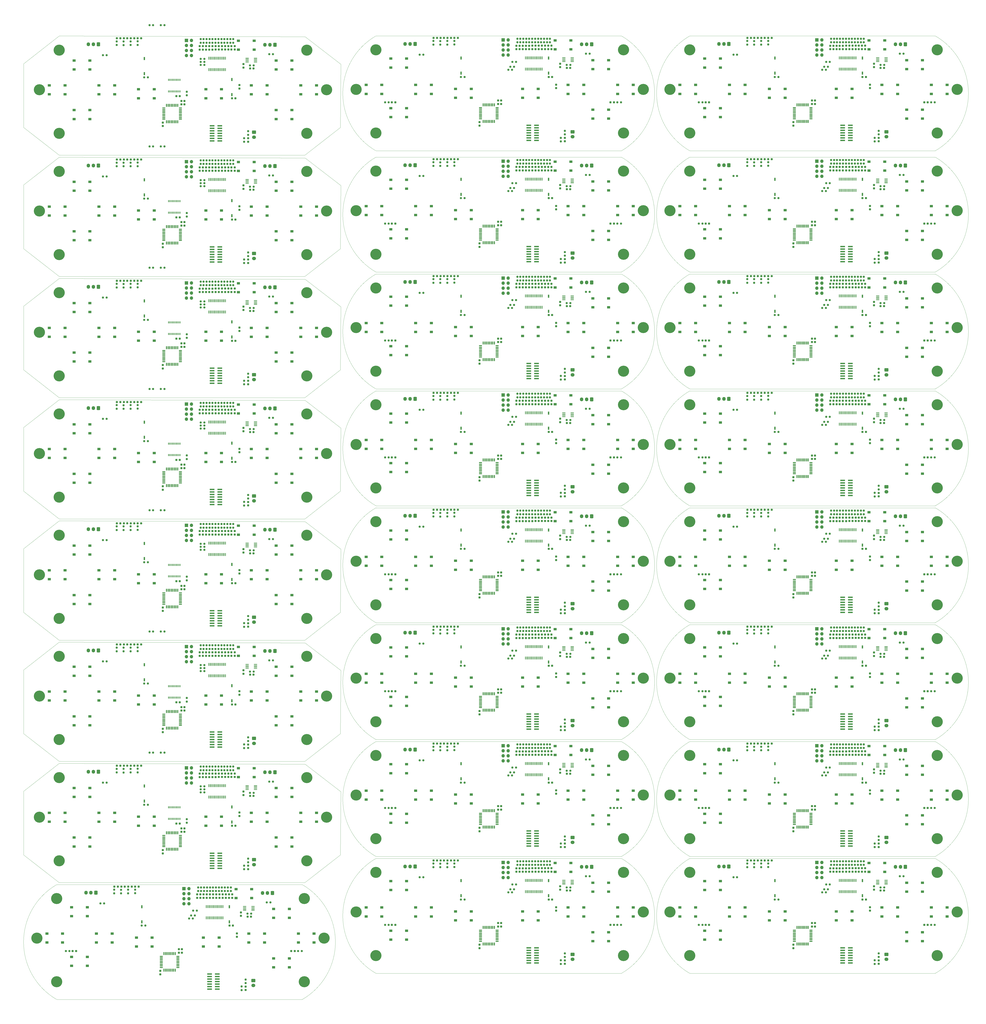
<source format=gbr>
%TF.GenerationSoftware,KiCad,Pcbnew,7.0.5-7.0.5~ubuntu20.04.1*%
%TF.CreationDate,2023-07-06T15:08:56+02:00*%
%TF.ProjectId,output_panel_QWYz9GD,6f757470-7574-45f7-9061-6e656c5f5157,rev?*%
%TF.SameCoordinates,Original*%
%TF.FileFunction,Soldermask,Top*%
%TF.FilePolarity,Negative*%
%FSLAX45Y45*%
G04 Gerber Fmt 4.5, Leading zero omitted, Abs format (unit mm)*
G04 Created by KiCad (PCBNEW 7.0.5-7.0.5~ubuntu20.04.1) date 2023-07-06 15:08:56*
%MOMM*%
%LPD*%
G01*
G04 APERTURE LIST*
G04 Aperture macros list*
%AMRoundRect*
0 Rectangle with rounded corners*
0 $1 Rounding radius*
0 $2 $3 $4 $5 $6 $7 $8 $9 X,Y pos of 4 corners*
0 Add a 4 corners polygon primitive as box body*
4,1,4,$2,$3,$4,$5,$6,$7,$8,$9,$2,$3,0*
0 Add four circle primitives for the rounded corners*
1,1,$1+$1,$2,$3*
1,1,$1+$1,$4,$5*
1,1,$1+$1,$6,$7*
1,1,$1+$1,$8,$9*
0 Add four rect primitives between the rounded corners*
20,1,$1+$1,$2,$3,$4,$5,0*
20,1,$1+$1,$4,$5,$6,$7,0*
20,1,$1+$1,$6,$7,$8,$9,0*
20,1,$1+$1,$8,$9,$2,$3,0*%
G04 Aperture macros list end*
%TA.AperFunction,Profile*%
%ADD10C,0.050000*%
%TD*%
%TA.AperFunction,Profile*%
%ADD11C,0.100000*%
%TD*%
%ADD12RoundRect,0.237500X0.237500X-0.250000X0.237500X0.250000X-0.237500X0.250000X-0.237500X-0.250000X0*%
%ADD13R,1.700000X1.700000*%
%ADD14O,1.700000X1.700000*%
%ADD15RoundRect,0.237500X-0.237500X0.287500X-0.237500X-0.287500X0.237500X-0.287500X0.237500X0.287500X0*%
%ADD16RoundRect,0.237500X-0.250000X-0.237500X0.250000X-0.237500X0.250000X0.237500X-0.250000X0.237500X0*%
%ADD17R,1.550000X1.300000*%
%ADD18RoundRect,0.250000X0.600000X0.725000X-0.600000X0.725000X-0.600000X-0.725000X0.600000X-0.725000X0*%
%ADD19O,1.700000X1.950000*%
%ADD20R,0.760000X1.600000*%
%ADD21C,5.600000*%
%ADD22RoundRect,0.237500X0.250000X0.237500X-0.250000X0.237500X-0.250000X-0.237500X0.250000X-0.237500X0*%
%ADD23RoundRect,0.237500X-0.237500X0.250000X-0.237500X-0.250000X0.237500X-0.250000X0.237500X0.250000X0*%
%ADD24RoundRect,0.237500X-0.287500X-0.237500X0.287500X-0.237500X0.287500X0.237500X-0.287500X0.237500X0*%
%ADD25RoundRect,0.237500X-0.300000X-0.237500X0.300000X-0.237500X0.300000X0.237500X-0.300000X0.237500X0*%
%ADD26RoundRect,0.237500X-0.237500X0.300000X-0.237500X-0.300000X0.237500X-0.300000X0.237500X0.300000X0*%
%ADD27RoundRect,0.237500X0.300000X0.237500X-0.300000X0.237500X-0.300000X-0.237500X0.300000X-0.237500X0*%
%ADD28RoundRect,0.100000X0.100000X-0.637500X0.100000X0.637500X-0.100000X0.637500X-0.100000X-0.637500X0*%
%ADD29RoundRect,0.100000X-0.712500X-0.100000X0.712500X-0.100000X0.712500X0.100000X-0.712500X0.100000X0*%
%ADD30R,2.400000X0.740000*%
%ADD31R,0.400000X1.000000*%
%ADD32RoundRect,0.237500X0.237500X-0.300000X0.237500X0.300000X-0.237500X0.300000X-0.237500X-0.300000X0*%
%ADD33RoundRect,0.125000X0.125000X-0.625000X0.125000X0.625000X-0.125000X0.625000X-0.125000X-0.625000X0*%
%ADD34RoundRect,0.125000X0.625000X-0.125000X0.625000X0.125000X-0.625000X0.125000X-0.625000X-0.125000X0*%
%ADD35RoundRect,0.250000X-0.750000X0.600000X-0.750000X-0.600000X0.750000X-0.600000X0.750000X0.600000X0*%
%ADD36O,2.000000X1.700000*%
G04 APERTURE END LIST*
D10*
X30243821Y-23770000D02*
G75*
G03*
X30243821Y-17970000I-1674316J2900000D01*
G01*
D11*
X50000Y-38169998D02*
X1850000Y-36769998D01*
D10*
X46091466Y-23770000D02*
G75*
G03*
X46091466Y-17970000I-1674316J2900000D01*
G01*
D11*
X1723822Y-42889998D02*
X14123822Y-42889998D01*
X17843821Y-11970000D02*
X30243821Y-11970000D01*
X17843821Y-29770000D02*
X30243821Y-29770000D01*
X14250000Y-6070000D02*
X1850000Y-6070000D01*
X1850000Y-12289999D02*
X14270000Y-12329999D01*
X50000Y-4670000D02*
X50000Y-1450000D01*
X33691466Y-23870000D02*
X46091466Y-23870000D01*
D10*
X17843822Y-41570000D02*
G75*
G03*
X17843821Y-47370000I1674316J-2900000D01*
G01*
D11*
X1850000Y-36769998D02*
X14270000Y-36809998D01*
X16050000Y-23029999D02*
X14250000Y-24429999D01*
X14250000Y-18309999D02*
X1850000Y-18309999D01*
X17843821Y-23870000D02*
X30243821Y-23870000D01*
X14250000Y-42789998D02*
X1850000Y-42789998D01*
X16070000Y-32079998D02*
X16050000Y-35269998D01*
X33691466Y-11970000D02*
X46091466Y-11970000D01*
X33691466Y-47370000D02*
X46091466Y-47370000D01*
D10*
X33691466Y-23870000D02*
G75*
G03*
X33691466Y-29670000I1674316J-2900000D01*
G01*
X33691466Y-6170000D02*
G75*
G03*
X33691466Y-11970000I1674316J-2900000D01*
G01*
D11*
X16050000Y-41389998D02*
X14250000Y-42789998D01*
X50000Y-29149998D02*
X50000Y-25929998D01*
X1850000Y-12189999D02*
X50000Y-10789999D01*
X1850000Y-18309999D02*
X50000Y-16909999D01*
X14270000Y-24569998D02*
X16070000Y-25959998D01*
X17843821Y-29670000D02*
X30243821Y-29670000D01*
X16070000Y-1480000D02*
X16050000Y-4670000D01*
X17843821Y-17870000D02*
X30243821Y-17870000D01*
X1850000Y-42789998D02*
X50000Y-41389998D01*
D10*
X46091466Y-11970000D02*
G75*
G03*
X46091466Y-6170000I-1674316J2900000D01*
G01*
D11*
X14250000Y-36669998D02*
X1850000Y-36669998D01*
D10*
X17843822Y-12070000D02*
G75*
G03*
X17843821Y-17870000I1674316J-2900000D01*
G01*
D11*
X50000Y-35269998D02*
X50000Y-32049998D01*
X33691466Y-12070000D02*
X46091466Y-12070000D01*
X50000Y-25929998D02*
X1850000Y-24529998D01*
X1850000Y-6169999D02*
X14270000Y-6209999D01*
D10*
X17843822Y-6170000D02*
G75*
G03*
X17843821Y-11970000I1674316J-2900000D01*
G01*
D11*
X33691466Y-29670000D02*
X46091466Y-29670000D01*
X17843821Y-35570000D02*
X30243821Y-35570000D01*
X17843821Y-41470000D02*
X30243821Y-41470000D01*
X16050000Y-10789999D02*
X14250000Y-12189999D01*
X14250000Y-24429999D02*
X1850000Y-24429999D01*
X17843821Y-12070000D02*
X30243821Y-12070000D01*
D10*
X33691466Y-41570000D02*
G75*
G03*
X33691466Y-47370000I1674316J-2900000D01*
G01*
X17843822Y-35670000D02*
G75*
G03*
X17843821Y-41470000I1674316J-2900000D01*
G01*
D11*
X33691466Y-41470000D02*
X46091466Y-41470000D01*
D10*
X1723822Y-42889998D02*
G75*
G03*
X1723822Y-48689998I1674316J-2900000D01*
G01*
D11*
X33691466Y-50000D02*
X46091466Y-50000D01*
D10*
X46091466Y-17870000D02*
G75*
G03*
X46091466Y-12070000I-1674316J2900000D01*
G01*
D11*
X14270000Y-30689998D02*
X16070000Y-32079998D01*
X17843821Y-35670000D02*
X30243821Y-35670000D01*
X1850000Y-24429999D02*
X50000Y-23029999D01*
X50000Y-32049998D02*
X1850000Y-30649998D01*
X16050000Y-4670000D02*
X14250000Y-6070000D01*
D10*
X46091466Y-35570000D02*
G75*
G03*
X46091466Y-29770000I-1674316J2900000D01*
G01*
D11*
X14270000Y-90000D02*
X16070000Y-1480000D01*
X16070000Y-13719999D02*
X16050000Y-16909999D01*
D10*
X30243821Y-29670000D02*
G75*
G03*
X30243821Y-23870000I-1674316J2900000D01*
G01*
D11*
X1850000Y-30649998D02*
X14270000Y-30689998D01*
X1850000Y-18409999D02*
X14270000Y-18449999D01*
X50000Y-13689999D02*
X1850000Y-12289999D01*
X14270000Y-6209999D02*
X16070000Y-7599999D01*
X50000Y-7569999D02*
X1850000Y-6169999D01*
D10*
X30243821Y-35570000D02*
G75*
G03*
X30243821Y-29770000I-1674316J2900000D01*
G01*
D11*
X16070000Y-25959998D02*
X16050000Y-29149998D01*
X50000Y-1450000D02*
X1850000Y-50000D01*
X33691466Y-23770000D02*
X46091466Y-23770000D01*
X17843821Y-23770000D02*
X30243821Y-23770000D01*
D10*
X17843821Y-50000D02*
G75*
G03*
X17843821Y-5850000I1674316J-2900000D01*
G01*
X46091466Y-47370000D02*
G75*
G03*
X46091466Y-41570000I-1674316J2900000D01*
G01*
D11*
X33691466Y-35670000D02*
X46091466Y-35670000D01*
X1723822Y-48689998D02*
X14123822Y-48689998D01*
X17843821Y-17970000D02*
X30243821Y-17970000D01*
D10*
X14123822Y-48689998D02*
G75*
G03*
X14123822Y-42889998I-1674316J2900000D01*
G01*
D11*
X50000Y-19809999D02*
X1850000Y-18409999D01*
D10*
X30243821Y-41470000D02*
G75*
G03*
X30243821Y-35670000I-1674316J2900000D01*
G01*
D11*
X16050000Y-29149998D02*
X14250000Y-30549998D01*
D10*
X33691466Y-12070000D02*
G75*
G03*
X33691466Y-17870000I1674316J-2900000D01*
G01*
D11*
X16070000Y-7599999D02*
X16050000Y-10789999D01*
X17843821Y-50000D02*
X30243821Y-50000D01*
D10*
X30243821Y-47370000D02*
G75*
G03*
X30243821Y-41570000I-1674316J2900000D01*
G01*
D11*
X17843821Y-47370000D02*
X30243821Y-47370000D01*
X14250000Y-12189999D02*
X1850000Y-12189999D01*
D10*
X30243821Y-11970000D02*
G75*
G03*
X30243821Y-6170000I-1674316J2900000D01*
G01*
D11*
X16050000Y-16909999D02*
X14250000Y-18309999D01*
X14270000Y-12329999D02*
X16070000Y-13719999D01*
X50000Y-16909999D02*
X50000Y-13689999D01*
X14270000Y-18449999D02*
X16070000Y-19839999D01*
X33691466Y-6170000D02*
X46091466Y-6170000D01*
X14270000Y-36809998D02*
X16070000Y-38199998D01*
X33691466Y-5850000D02*
X46091466Y-5850000D01*
D10*
X33691466Y-17970000D02*
G75*
G03*
X33691466Y-23770000I1674316J-2900000D01*
G01*
D11*
X33691466Y-41570000D02*
X46091466Y-41570000D01*
X16070000Y-38199998D02*
X16050000Y-41389998D01*
X1850000Y-50000D02*
X14270000Y-90000D01*
X14250000Y-30549998D02*
X1850000Y-30549998D01*
D10*
X33691466Y-35670000D02*
G75*
G03*
X33691466Y-41470000I1674316J-2900000D01*
G01*
X30243821Y-5850000D02*
G75*
G03*
X30243821Y-50000I-1674316J2900000D01*
G01*
X17843822Y-29770000D02*
G75*
G03*
X17843821Y-35570000I1674316J-2900000D01*
G01*
D11*
X1850000Y-6070000D02*
X50000Y-4670000D01*
X16050000Y-35269998D02*
X14250000Y-36669998D01*
D10*
X46091466Y-41470000D02*
G75*
G03*
X46091466Y-35670000I-1674316J2900000D01*
G01*
D11*
X1850000Y-36669998D02*
X50000Y-35269998D01*
D10*
X30243821Y-17870000D02*
G75*
G03*
X30243821Y-12070000I-1674316J2900000D01*
G01*
D11*
X50000Y-23029999D02*
X50000Y-19809999D01*
X1850000Y-24529998D02*
X14270000Y-24569998D01*
D10*
X17843822Y-17970000D02*
G75*
G03*
X17843821Y-23770000I1674316J-2900000D01*
G01*
X46091466Y-29670000D02*
G75*
G03*
X46091466Y-23870000I-1674316J2900000D01*
G01*
D11*
X50000Y-10789999D02*
X50000Y-7569999D01*
D10*
X33691466Y-29770000D02*
G75*
G03*
X33691466Y-35570000I1674316J-2900000D01*
G01*
D11*
X50000Y-41389998D02*
X50000Y-38169998D01*
D10*
X33691466Y-50000D02*
G75*
G03*
X33691466Y-5850000I1674316J-2900000D01*
G01*
X17843822Y-23870000D02*
G75*
G03*
X17843821Y-29670000I1674316J-2900000D01*
G01*
D11*
X17843821Y-41570000D02*
X30243821Y-41570000D01*
X17843821Y-6170000D02*
X30243821Y-6170000D01*
X17843821Y-5850000D02*
X30243821Y-5850000D01*
X16070000Y-19839999D02*
X16050000Y-23029999D01*
D10*
X46091466Y-5850000D02*
G75*
G03*
X46091466Y-50000I-1674316J2900000D01*
G01*
D11*
X33691466Y-17970000D02*
X46091466Y-17970000D01*
X33691466Y-35570000D02*
X46091466Y-35570000D01*
X33691466Y-17870000D02*
X46091466Y-17870000D01*
X33691466Y-29770000D02*
X46091466Y-29770000D01*
X1850000Y-30549998D02*
X50000Y-29149998D01*
D12*
X25433821Y-18292500D03*
X25433821Y-18110000D03*
D13*
X24263821Y-12276000D03*
D14*
X24517821Y-12276000D03*
X24263821Y-12530000D03*
X24517821Y-12530000D03*
X24263821Y-12784000D03*
X24517821Y-12784000D03*
X24263821Y-13038000D03*
X24517821Y-13038000D03*
D15*
X8976222Y-43384998D03*
X8976222Y-43559998D03*
X42388966Y-36162500D03*
X42388966Y-36337500D03*
D16*
X8413572Y-44599998D03*
X8596072Y-44599998D03*
D17*
X37714966Y-14745000D03*
X38509966Y-14745000D03*
X37714966Y-15195000D03*
X38509966Y-15195000D03*
D16*
X37985216Y-14140000D03*
X38167716Y-14140000D03*
D18*
X19818821Y-18372500D03*
D19*
X19568821Y-18372500D03*
X19318821Y-18372500D03*
D16*
X45881418Y-21325000D03*
X46063918Y-21325000D03*
X4058750Y-13259999D03*
X4241250Y-13259999D03*
D20*
X10567000Y-3008000D03*
X10567000Y-2246000D03*
D21*
X30343821Y-4950000D03*
D22*
X24916071Y-42880000D03*
X24733571Y-42880000D03*
D23*
X20746321Y-35926250D03*
X20746321Y-36108750D03*
D15*
X41908966Y-18462500D03*
X41908966Y-18637500D03*
D17*
X34443966Y-21615000D03*
X35238966Y-21615000D03*
X34443966Y-22065000D03*
X35238966Y-22065000D03*
D12*
X41431466Y-41892500D03*
X41431466Y-41710000D03*
D23*
X37651466Y-18221250D03*
X37651466Y-18403750D03*
D24*
X43329966Y-13690000D03*
X43504966Y-13690000D03*
D25*
X34496013Y-21325000D03*
X34668513Y-21325000D03*
D21*
X15350000Y-33369998D03*
D12*
X26483821Y-41892500D03*
X26483821Y-41710000D03*
D22*
X8696072Y-44449998D03*
X8513572Y-44449998D03*
D24*
X37653966Y-23970000D03*
X37828966Y-23970000D03*
D20*
X6150000Y-20310999D03*
X6150000Y-19548999D03*
D21*
X33691466Y-28770000D03*
D26*
X8020000Y-33930948D03*
X8020000Y-34103448D03*
D16*
X4058750Y-37739998D03*
X4241250Y-37739998D03*
D12*
X25280821Y-6492500D03*
X25280821Y-6310000D03*
D21*
X30343821Y-12770000D03*
X16843821Y-8870000D03*
D17*
X19846321Y-14545000D03*
X20641321Y-14545000D03*
X19846321Y-14995000D03*
X20641321Y-14995000D03*
D23*
X4752500Y-30926248D03*
X4752500Y-31108748D03*
D12*
X42481466Y-372500D03*
X42481466Y-190000D03*
D16*
X13913775Y-46244998D03*
X14096275Y-46244998D03*
D17*
X44643966Y-1275000D03*
X45438966Y-1275000D03*
X44643966Y-1725000D03*
X45438966Y-1725000D03*
D15*
X26703821Y-42062500D03*
X26703821Y-42237500D03*
D23*
X5102500Y-12568749D03*
X5102500Y-12751249D03*
D12*
X40831466Y-35992500D03*
X40831466Y-35810000D03*
X10640000Y-18752499D03*
X10640000Y-18569999D03*
D27*
X45708918Y-33125000D03*
X45536418Y-33125000D03*
D17*
X28796321Y-15795000D03*
X29591321Y-15795000D03*
X28796321Y-16245000D03*
X29591321Y-16245000D03*
D21*
X17843821Y-6870000D03*
D15*
X41587466Y-30263750D03*
X41587466Y-30438750D03*
D12*
X9440000Y-18752499D03*
X9440000Y-18569999D03*
X25133821Y-41892500D03*
X25133821Y-41710000D03*
D21*
X1850000Y-35569998D03*
X16843821Y-2750000D03*
D28*
X41242366Y-7847650D03*
X41307366Y-7847650D03*
X41372366Y-7847650D03*
X41437366Y-7847650D03*
X41502366Y-7847650D03*
X41567366Y-7847650D03*
X41632366Y-7847650D03*
X41697366Y-7847650D03*
X41762366Y-7847650D03*
X41827366Y-7847650D03*
X41892366Y-7847650D03*
X41957366Y-7847650D03*
X42022366Y-7847650D03*
X42087366Y-7847650D03*
X42087366Y-7275150D03*
X42022366Y-7275150D03*
X41957366Y-7275150D03*
X41892366Y-7275150D03*
X41827366Y-7275150D03*
X41762366Y-7275150D03*
X41697366Y-7275150D03*
X41632366Y-7275150D03*
X41567366Y-7275150D03*
X41502366Y-7275150D03*
X41437366Y-7275150D03*
X41372366Y-7275150D03*
X41307366Y-7275150D03*
X41242366Y-7275150D03*
D15*
X40943866Y-36165000D03*
X40943866Y-36340000D03*
D24*
X36953966Y-35770000D03*
X37128966Y-35770000D03*
D25*
X18648369Y-33125000D03*
X18820869Y-33125000D03*
D15*
X10067500Y-12802499D03*
X10067500Y-12977499D03*
D17*
X2476322Y-46534998D03*
X3271322Y-46534998D03*
X2476322Y-46984998D03*
X3271322Y-46984998D03*
D23*
X5455000Y-326250D03*
X5455000Y-508750D03*
D20*
X42408466Y-8051000D03*
X42408466Y-7289000D03*
D16*
X45881418Y-9525000D03*
X46063918Y-9525000D03*
D20*
X42408466Y-1931000D03*
X42408466Y-1169000D03*
X6150000Y-8070999D03*
X6150000Y-7308999D03*
D12*
X41128466Y-372500D03*
X41128466Y-190000D03*
D17*
X28796321Y-27595000D03*
X29591321Y-27595000D03*
X28796321Y-28045000D03*
X29591321Y-28045000D03*
D24*
X4762500Y-12409999D03*
X4937500Y-12409999D03*
D16*
X28452571Y-36570000D03*
X28635071Y-36570000D03*
D26*
X38921666Y-34123150D03*
X38921666Y-34295650D03*
D17*
X37714966Y-44245000D03*
X38509966Y-44245000D03*
X37714966Y-44695000D03*
X38509966Y-44695000D03*
D12*
X25583821Y-372500D03*
X25583821Y-190000D03*
X41881466Y-30092500D03*
X41881466Y-29910000D03*
X26333821Y-30092500D03*
X26333821Y-29910000D03*
D26*
X38921666Y-4403150D03*
X38921666Y-4575650D03*
D12*
X41128466Y-24192500D03*
X41128466Y-24010000D03*
D16*
X22137571Y-37740000D03*
X22320071Y-37740000D03*
D23*
X4752500Y-18686249D03*
X4752500Y-18868749D03*
X37651466Y-12321250D03*
X37651466Y-12503750D03*
D16*
X43326216Y-19437600D03*
X43508716Y-19437600D03*
D23*
X36943966Y-308750D03*
X36943966Y-491250D03*
D12*
X9890000Y-24872498D03*
X9890000Y-24689998D03*
D15*
X40783966Y-12565000D03*
X40783966Y-12740000D03*
D20*
X10567000Y-27487998D03*
X10567000Y-26725998D03*
D12*
X26183821Y-12392500D03*
X26183821Y-12210000D03*
D29*
X27332571Y-19072500D03*
X27332571Y-19137500D03*
X27332571Y-19202500D03*
X27332571Y-19267500D03*
X27755071Y-19267500D03*
X27755071Y-19202500D03*
X27755071Y-19137500D03*
X27755071Y-19072500D03*
D15*
X9262500Y-31164998D03*
X9262500Y-31339998D03*
D17*
X2476322Y-44034998D03*
X3271322Y-44034998D03*
X2476322Y-44484998D03*
X3271322Y-44484998D03*
D16*
X6407500Y-30109998D03*
X6590000Y-30109998D03*
D13*
X8270000Y-276000D03*
D14*
X8524000Y-276000D03*
X8270000Y-530000D03*
X8524000Y-530000D03*
X8270000Y-784000D03*
X8524000Y-784000D03*
X8270000Y-1038000D03*
X8524000Y-1038000D03*
D15*
X42388966Y-12562500D03*
X42388966Y-12737500D03*
D16*
X37985216Y-8240000D03*
X38167716Y-8240000D03*
X8995550Y-7632199D03*
X9178050Y-7632199D03*
D12*
X26483821Y-18292500D03*
X26483821Y-18110000D03*
X24983821Y-6492500D03*
X24983821Y-6310000D03*
D16*
X28452571Y-42470000D03*
X28635071Y-42470000D03*
D26*
X43231466Y-5197500D03*
X43231466Y-5370000D03*
D16*
X6143750Y-26619998D03*
X6326250Y-26619998D03*
D27*
X29861274Y-44925000D03*
X29688774Y-44925000D03*
D21*
X46191466Y-11070000D03*
D22*
X34333513Y-3405000D03*
X34151013Y-3405000D03*
D12*
X26033821Y-35992500D03*
X26033821Y-35810000D03*
X41881466Y-6492500D03*
X41881466Y-6310000D03*
D17*
X41093966Y-8845000D03*
X41888966Y-8845000D03*
X41093966Y-9295000D03*
X41888966Y-9295000D03*
D26*
X40013866Y-9430950D03*
X40013866Y-9603450D03*
D15*
X9745000Y-12803749D03*
X9745000Y-12978749D03*
X26703821Y-18462500D03*
X26703821Y-18637500D03*
D21*
X30343821Y-40570000D03*
D12*
X25883821Y-41892500D03*
X25883821Y-41710000D03*
D17*
X21867321Y-20645000D03*
X22662321Y-20645000D03*
X21867321Y-21095000D03*
X22662321Y-21095000D03*
D23*
X21803821Y-24121250D03*
X21803821Y-24303750D03*
D21*
X1850000Y-6889999D03*
D25*
X10573250Y-39916998D03*
X10745750Y-39916998D03*
D12*
X9440000Y-37112498D03*
X9440000Y-36929998D03*
D23*
X5455000Y-6446249D03*
X5455000Y-6628749D03*
D13*
X8270000Y-24755998D03*
D14*
X8524000Y-24755998D03*
X8270000Y-25009998D03*
X8524000Y-25009998D03*
X8270000Y-25263998D03*
X8524000Y-25263998D03*
X8270000Y-25517998D03*
X8524000Y-25517998D03*
D22*
X40663716Y-1610000D03*
X40481216Y-1610000D03*
D12*
X41881466Y-41892500D03*
X41881466Y-41710000D03*
D16*
X24533571Y-1760000D03*
X24716071Y-1760000D03*
D21*
X31343821Y-44270000D03*
D17*
X34443966Y-30915000D03*
X35238966Y-30915000D03*
X34443966Y-31365000D03*
X35238966Y-31365000D03*
D12*
X8863822Y-43212498D03*
X8863822Y-43029998D03*
D16*
X24533571Y-19680000D03*
X24716071Y-19680000D03*
D18*
X35666466Y-18372500D03*
D19*
X35416466Y-18372500D03*
X35166466Y-18372500D03*
D17*
X14052500Y-27024998D03*
X14847500Y-27024998D03*
X14052500Y-27474998D03*
X14847500Y-27474998D03*
X45893966Y-32245000D03*
X46688966Y-32245000D03*
X45893966Y-32695000D03*
X46688966Y-32695000D03*
D15*
X9102500Y-25044998D03*
X9102500Y-25219998D03*
D21*
X30343821Y-22870000D03*
D27*
X29861274Y-9525000D03*
X29688774Y-9525000D03*
D25*
X34496013Y-9525000D03*
X34668513Y-9525000D03*
D23*
X21448821Y-30026250D03*
X21448821Y-30208750D03*
D13*
X8270000Y-30875998D03*
D14*
X8524000Y-30875998D03*
X8270000Y-31129998D03*
X8524000Y-31129998D03*
X8270000Y-31383998D03*
X8524000Y-31383998D03*
X8270000Y-31637998D03*
X8524000Y-31637998D03*
D15*
X10387500Y-12802499D03*
X10387500Y-12977499D03*
D17*
X12802500Y-19654999D03*
X13597500Y-19654999D03*
X12802500Y-20104999D03*
X13597500Y-20104999D03*
X1226322Y-45364998D03*
X2021322Y-45364998D03*
X1226322Y-45814998D03*
X2021322Y-45814998D03*
X26896321Y-18195000D03*
X27691321Y-18195000D03*
X26896321Y-18645000D03*
X27691321Y-18645000D03*
D26*
X24013821Y-27130950D03*
X24013821Y-27303450D03*
D21*
X47191466Y-38370000D03*
D15*
X41263966Y-12565000D03*
X41263966Y-12740000D03*
D12*
X9440000Y-24872498D03*
X9440000Y-24689998D03*
D18*
X19818821Y-6572500D03*
D19*
X19568821Y-6572500D03*
X19318821Y-6572500D03*
D12*
X25733821Y-6492500D03*
X25733821Y-6310000D03*
D17*
X3852500Y-39264998D03*
X4647500Y-39264998D03*
X3852500Y-39714998D03*
X4647500Y-39714998D03*
D21*
X46191466Y-6870000D03*
D12*
X9290000Y-24872498D03*
X9290000Y-24689998D03*
D16*
X28452571Y-18870000D03*
X28635071Y-18870000D03*
X44300216Y-24770000D03*
X44482716Y-24770000D03*
D27*
X45708918Y-9525000D03*
X45536418Y-9525000D03*
D17*
X12802500Y-3795000D03*
X13597500Y-3795000D03*
X12802500Y-4245000D03*
X13597500Y-4245000D03*
D16*
X6143750Y-2140000D03*
X6326250Y-2140000D03*
D12*
X10490000Y-30992498D03*
X10490000Y-30809998D03*
X25733821Y-18292500D03*
X25733821Y-18110000D03*
X40981466Y-6492500D03*
X40981466Y-6310000D03*
D16*
X43326216Y-25337600D03*
X43508716Y-25337600D03*
D15*
X42388966Y-42062500D03*
X42388966Y-42237500D03*
X41908966Y-12562500D03*
X41908966Y-12737500D03*
D23*
X4752500Y-24806248D03*
X4752500Y-24988748D03*
D26*
X10823322Y-45351998D03*
X10823322Y-45524498D03*
D17*
X3852500Y-20904999D03*
X4647500Y-20904999D03*
X3852500Y-21354999D03*
X4647500Y-21354999D03*
D21*
X31343821Y-26570000D03*
D17*
X12802500Y-22154999D03*
X13597500Y-22154999D03*
X12802500Y-22604999D03*
X13597500Y-22604999D03*
D12*
X8990000Y-12632499D03*
X8990000Y-12449999D03*
D17*
X2602500Y-40514998D03*
X3397500Y-40514998D03*
X2602500Y-40964998D03*
X3397500Y-40964998D03*
D15*
X40783966Y-6665000D03*
X40783966Y-6840000D03*
D12*
X41731466Y-12392500D03*
X41731466Y-12210000D03*
D24*
X36953966Y-150000D03*
X37128966Y-150000D03*
D17*
X10902500Y-37014998D03*
X11697500Y-37014998D03*
X10902500Y-37464998D03*
X11697500Y-37464998D03*
D23*
X5455000Y-37046248D03*
X5455000Y-37228748D03*
D17*
X19846321Y-2525000D03*
X20641321Y-2525000D03*
X19846321Y-2975000D03*
X20641321Y-2975000D03*
D23*
X4752500Y-6446249D03*
X4752500Y-6628749D03*
D21*
X31343821Y-2750000D03*
D16*
X44300216Y-18870000D03*
X44482716Y-18870000D03*
D23*
X43031466Y-17212500D03*
X43031466Y-17395000D03*
X43231466Y-16858750D03*
X43231466Y-17041250D03*
D17*
X3852500Y-27024998D03*
X4647500Y-27024998D03*
X3852500Y-27474998D03*
X4647500Y-27474998D03*
D12*
X42181466Y-12392500D03*
X42181466Y-12210000D03*
D21*
X33691466Y-11070000D03*
D16*
X22137571Y-2120000D03*
X22320071Y-2120000D03*
D18*
X19818821Y-30172500D03*
D19*
X19568821Y-30172500D03*
X19318821Y-30172500D03*
D12*
X26333821Y-18292500D03*
X26333821Y-18110000D03*
D24*
X21106321Y-150000D03*
X21281321Y-150000D03*
D12*
X10190000Y-30992498D03*
X10190000Y-30809998D03*
D22*
X40663716Y-13630000D03*
X40481216Y-13630000D03*
D17*
X30046321Y-38145000D03*
X30841321Y-38145000D03*
X30046321Y-38595000D03*
X30841321Y-38595000D03*
D23*
X5102500Y-37048748D03*
X5102500Y-37231248D03*
D17*
X5852500Y-27224998D03*
X6647500Y-27224998D03*
X5852500Y-27674998D03*
X6647500Y-27674998D03*
X43393966Y-38145000D03*
X44188966Y-38145000D03*
X43393966Y-38595000D03*
X44188966Y-38595000D03*
X42743966Y-41795000D03*
X43538966Y-41795000D03*
X42743966Y-42245000D03*
X43538966Y-42245000D03*
D22*
X40763716Y-13380000D03*
X40581216Y-13380000D03*
D15*
X9136322Y-43384998D03*
X9136322Y-43559998D03*
D18*
X44581866Y-18396200D03*
D19*
X44331866Y-18396200D03*
X44081866Y-18396200D03*
D12*
X9290000Y-30992498D03*
X9290000Y-30809998D03*
D29*
X11338750Y-25652498D03*
X11338750Y-25717498D03*
X11338750Y-25782498D03*
X11338750Y-25847498D03*
X11761250Y-25847498D03*
X11761250Y-25782498D03*
X11761250Y-25717498D03*
X11761250Y-25652498D03*
D22*
X9178050Y-13447399D03*
X8995550Y-13447399D03*
D17*
X18596321Y-45215000D03*
X19391321Y-45215000D03*
X18596321Y-45665000D03*
X19391321Y-45665000D03*
D24*
X4636322Y-42989998D03*
X4811322Y-42989998D03*
D12*
X25583821Y-12392500D03*
X25583821Y-12210000D03*
D18*
X19818821Y-41972500D03*
D19*
X19568821Y-41972500D03*
X19318821Y-41972500D03*
D21*
X46191466Y-40570000D03*
D12*
X42331466Y-24192500D03*
X42331466Y-24010000D03*
D15*
X10227500Y-18922499D03*
X10227500Y-19097499D03*
D23*
X36593966Y-35926250D03*
X36593966Y-36108750D03*
D26*
X11155000Y-38193748D03*
X11155000Y-38366248D03*
D17*
X43393966Y-8645000D03*
X44188966Y-8645000D03*
X43393966Y-9095000D03*
X44188966Y-9095000D03*
X45893966Y-38145000D03*
X46688966Y-38145000D03*
X45893966Y-38595000D03*
X46688966Y-38595000D03*
D12*
X10490000Y-37112498D03*
X10490000Y-36929998D03*
D28*
X41242366Y-31447650D03*
X41307366Y-31447650D03*
X41372366Y-31447650D03*
X41437366Y-31447650D03*
X41502366Y-31447650D03*
X41567366Y-31447650D03*
X41632366Y-31447650D03*
X41697366Y-31447650D03*
X41762366Y-31447650D03*
X41827366Y-31447650D03*
X41892366Y-31447650D03*
X41957366Y-31447650D03*
X42022366Y-31447650D03*
X42087366Y-31447650D03*
X42087366Y-30875150D03*
X42022366Y-30875150D03*
X41957366Y-30875150D03*
X41892366Y-30875150D03*
X41827366Y-30875150D03*
X41762366Y-30875150D03*
X41697366Y-30875150D03*
X41632366Y-30875150D03*
X41567366Y-30875150D03*
X41502366Y-30875150D03*
X41437366Y-30875150D03*
X41372366Y-30875150D03*
X41307366Y-30875150D03*
X41242366Y-30875150D03*
D26*
X24013821Y-15330950D03*
X24013821Y-15503450D03*
D17*
X9252500Y-21104999D03*
X10047500Y-21104999D03*
X9252500Y-21554999D03*
X10047500Y-21554999D03*
D15*
X42068966Y-30262500D03*
X42068966Y-30437500D03*
D13*
X8270000Y-6395999D03*
D14*
X8524000Y-6395999D03*
X8270000Y-6649999D03*
X8524000Y-6649999D03*
X8270000Y-6903999D03*
X8524000Y-6903999D03*
X8270000Y-7157999D03*
X8524000Y-7157999D03*
D29*
X11338750Y-1172500D03*
X11338750Y-1237500D03*
X11338750Y-1302500D03*
X11338750Y-1367500D03*
X11761250Y-1367500D03*
X11761250Y-1302500D03*
X11761250Y-1237500D03*
X11761250Y-1172500D03*
D23*
X43231466Y-40458750D03*
X43231466Y-40641250D03*
X43031466Y-34912500D03*
X43031466Y-35095000D03*
D12*
X41281466Y-30092500D03*
X41281466Y-29910000D03*
X26333821Y-41892500D03*
X26333821Y-41710000D03*
D23*
X5102500Y-30928748D03*
X5102500Y-31111248D03*
D15*
X42228966Y-30262500D03*
X42228966Y-30437500D03*
D18*
X12740400Y-24976198D03*
D19*
X12490400Y-24976198D03*
X12240400Y-24976198D03*
D17*
X5852500Y-8864999D03*
X6647500Y-8864999D03*
X5852500Y-9314999D03*
X6647500Y-9314999D03*
D24*
X37303966Y-12170000D03*
X37478966Y-12170000D03*
D21*
X46191466Y-46470000D03*
D16*
X20052571Y-24820000D03*
X20235071Y-24820000D03*
D17*
X21867321Y-38345000D03*
X22662321Y-38345000D03*
X21867321Y-38795000D03*
X22662321Y-38795000D03*
D18*
X35666466Y-41972500D03*
D19*
X35416466Y-41972500D03*
X35166466Y-41972500D03*
D17*
X9252500Y-8864999D03*
X10047500Y-8864999D03*
X9252500Y-9314999D03*
X10047500Y-9314999D03*
D25*
X26567071Y-43640000D03*
X26739571Y-43640000D03*
D12*
X40981466Y-18292500D03*
X40981466Y-18110000D03*
D16*
X27478571Y-7637600D03*
X27661071Y-7637600D03*
D12*
X41731466Y-6492500D03*
X41731466Y-6310000D03*
D15*
X9422500Y-37284998D03*
X9422500Y-37459998D03*
D17*
X26896321Y-6395000D03*
X27691321Y-6395000D03*
X26896321Y-6845000D03*
X27691321Y-6845000D03*
D16*
X24533571Y-43280000D03*
X24716071Y-43280000D03*
X6143750Y-20499999D03*
X6326250Y-20499999D03*
D15*
X26541321Y-12562500D03*
X26541321Y-12737500D03*
D17*
X44643966Y-19195000D03*
X45438966Y-19195000D03*
X44643966Y-19645000D03*
X45438966Y-19645000D03*
D26*
X10949500Y-20891999D03*
X10949500Y-21064499D03*
D12*
X41581466Y-30092500D03*
X41581466Y-29910000D03*
D20*
X22143821Y-43451000D03*
X22143821Y-42689000D03*
D12*
X10490000Y-12632499D03*
X10490000Y-12449999D03*
D17*
X28796321Y-21695000D03*
X29591321Y-21695000D03*
X28796321Y-22145000D03*
X29591321Y-22145000D03*
D16*
X30033774Y-3405000D03*
X30216274Y-3405000D03*
D24*
X5462500Y-12409999D03*
X5637500Y-12409999D03*
D17*
X12802500Y-7414999D03*
X13597500Y-7414999D03*
X12802500Y-7864999D03*
X13597500Y-7864999D03*
D12*
X25433821Y-6492500D03*
X25433821Y-6310000D03*
D16*
X11484750Y-13777599D03*
X11667250Y-13777599D03*
D26*
X11155000Y-13713749D03*
X11155000Y-13886249D03*
D21*
X1850000Y-770000D03*
D15*
X9262500Y-25044998D03*
X9262500Y-25219998D03*
D12*
X25280821Y-35992500D03*
X25280821Y-35810000D03*
D24*
X5336322Y-42989998D03*
X5511322Y-42989998D03*
D15*
X41103966Y-545000D03*
X41103966Y-720000D03*
D12*
X25433821Y-30092500D03*
X25433821Y-29910000D03*
D22*
X40763716Y-7480000D03*
X40581216Y-7480000D03*
D29*
X43180216Y-7272500D03*
X43180216Y-7337500D03*
X43180216Y-7402500D03*
X43180216Y-7467500D03*
X43602716Y-7467500D03*
X43602716Y-7402500D03*
X43602716Y-7337500D03*
X43602716Y-7272500D03*
D23*
X37296466Y-12326250D03*
X37296466Y-12508750D03*
D17*
X27546321Y-44045000D03*
X28341321Y-44045000D03*
X27546321Y-44495000D03*
X28341321Y-44495000D03*
D23*
X5455000Y-24806248D03*
X5455000Y-24988748D03*
X27183821Y-17212500D03*
X27183821Y-17395000D03*
D17*
X18596321Y-39315000D03*
X19391321Y-39315000D03*
X18596321Y-39765000D03*
X19391321Y-39765000D03*
D24*
X37653966Y-18070000D03*
X37828966Y-18070000D03*
D17*
X19846321Y-8645000D03*
X20641321Y-8645000D03*
X19846321Y-9095000D03*
X20641321Y-9095000D03*
D24*
X11362322Y-44509998D03*
X11537322Y-44509998D03*
D15*
X9262500Y-6684999D03*
X9262500Y-6859999D03*
X10547500Y-562500D03*
X10547500Y-737500D03*
X9422500Y-565000D03*
X9422500Y-740000D03*
X41263966Y-545000D03*
X41263966Y-720000D03*
D23*
X20746321Y-41826250D03*
X20746321Y-42008750D03*
X21096321Y-41828750D03*
X21096321Y-42011250D03*
D15*
X41263966Y-42065000D03*
X41263966Y-42240000D03*
D21*
X46191466Y-18670000D03*
D30*
X41408966Y-10683000D03*
X41798966Y-10683000D03*
X41408966Y-10810000D03*
X41798966Y-10810000D03*
X41408966Y-10937000D03*
X41798966Y-10937000D03*
X41408966Y-11064000D03*
X41798966Y-11064000D03*
X41408966Y-11191000D03*
X41798966Y-11191000D03*
X41408966Y-11318000D03*
X41798966Y-11318000D03*
X41408966Y-11445000D03*
X41798966Y-11445000D03*
D17*
X30046321Y-20445000D03*
X30841321Y-20445000D03*
X30046321Y-20895000D03*
X30841321Y-20895000D03*
D16*
X12458750Y-13209999D03*
X12641250Y-13209999D03*
D22*
X24916071Y-25180000D03*
X24733571Y-25180000D03*
D12*
X10340000Y-18752499D03*
X10340000Y-18569999D03*
D26*
X10949500Y-27011998D03*
X10949500Y-27184498D03*
X8020000Y-15570949D03*
X8020000Y-15743449D03*
D23*
X21096321Y-6428750D03*
X21096321Y-6611250D03*
D17*
X41093966Y-38345000D03*
X41888966Y-38345000D03*
X41093966Y-38795000D03*
X41888966Y-38795000D03*
D31*
X7365000Y-2850000D03*
X7430000Y-2850000D03*
X7495000Y-2850000D03*
X7560000Y-2850000D03*
X7625000Y-2850000D03*
X7690000Y-2850000D03*
X7755000Y-2850000D03*
X7820000Y-2850000D03*
X7885000Y-2850000D03*
X7950000Y-2850000D03*
X7950000Y-2270000D03*
X7885000Y-2270000D03*
X7820000Y-2270000D03*
X7755000Y-2270000D03*
X7690000Y-2270000D03*
X7625000Y-2270000D03*
X7560000Y-2270000D03*
X7495000Y-2270000D03*
X7430000Y-2270000D03*
X7365000Y-2270000D03*
D20*
X26560821Y-8051000D03*
X26560821Y-7289000D03*
X6150000Y-26430998D03*
X6150000Y-25668998D03*
D24*
X5462500Y-6289999D03*
X5637500Y-6289999D03*
D32*
X7080200Y-4595650D03*
X7080200Y-4423150D03*
D15*
X41423966Y-42065000D03*
X41423966Y-42240000D03*
D28*
X9400900Y-7867649D03*
X9465900Y-7867649D03*
X9530900Y-7867649D03*
X9595900Y-7867649D03*
X9660900Y-7867649D03*
X9725900Y-7867649D03*
X9790900Y-7867649D03*
X9855900Y-7867649D03*
X9920900Y-7867649D03*
X9985900Y-7867649D03*
X10050900Y-7867649D03*
X10115900Y-7867649D03*
X10180900Y-7867649D03*
X10245900Y-7867649D03*
X10245900Y-7295149D03*
X10180900Y-7295149D03*
X10115900Y-7295149D03*
X10050900Y-7295149D03*
X9985900Y-7295149D03*
X9920900Y-7295149D03*
X9855900Y-7295149D03*
X9790900Y-7295149D03*
X9725900Y-7295149D03*
X9660900Y-7295149D03*
X9595900Y-7295149D03*
X9530900Y-7295149D03*
X9465900Y-7295149D03*
X9400900Y-7295149D03*
D24*
X4762500Y-30769998D03*
X4937500Y-30769998D03*
D15*
X8942500Y-12804999D03*
X8942500Y-12979999D03*
D21*
X33691466Y-42270000D03*
D25*
X34496013Y-27225000D03*
X34668513Y-27225000D03*
D29*
X27332571Y-36772500D03*
X27332571Y-36837500D03*
X27332571Y-36902500D03*
X27332571Y-36967500D03*
X27755071Y-36967500D03*
X27755071Y-36902500D03*
X27755071Y-36837500D03*
X27755071Y-36772500D03*
D12*
X9140000Y-30992498D03*
X9140000Y-30809998D03*
D17*
X21867321Y-32445000D03*
X22662321Y-32445000D03*
X21867321Y-32895000D03*
X22662321Y-32895000D03*
D12*
X41581466Y-41892500D03*
X41581466Y-41710000D03*
D21*
X33691466Y-750000D03*
D12*
X41431466Y-372500D03*
X41431466Y-190000D03*
X41431466Y-30092500D03*
X41431466Y-29910000D03*
D24*
X21456321Y-29870000D03*
X21631321Y-29870000D03*
D12*
X41431466Y-18292500D03*
X41431466Y-18110000D03*
D29*
X27332571Y-13172500D03*
X27332571Y-13237500D03*
X27332571Y-13302500D03*
X27332571Y-13367500D03*
X27755071Y-13367500D03*
X27755071Y-13302500D03*
X27755071Y-13237500D03*
X27755071Y-13172500D03*
D26*
X27383821Y-17217500D03*
X27383821Y-17390000D03*
D12*
X42181466Y-6492500D03*
X42181466Y-6310000D03*
D21*
X30343821Y-30470000D03*
D23*
X21448821Y-12326250D03*
X21448821Y-12508750D03*
D18*
X35666466Y-30172500D03*
D19*
X35416466Y-30172500D03*
X35166466Y-30172500D03*
D16*
X6978750Y-5629999D03*
X7161250Y-5629999D03*
D17*
X33193966Y-14545000D03*
X33988966Y-14545000D03*
X33193966Y-14995000D03*
X33988966Y-14995000D03*
D29*
X43180216Y-19072500D03*
X43180216Y-19137500D03*
X43180216Y-19202500D03*
X43180216Y-19267500D03*
X43602716Y-19267500D03*
X43602716Y-19202500D03*
X43602716Y-19137500D03*
X43602716Y-19072500D03*
D17*
X27546321Y-26345000D03*
X28341321Y-26345000D03*
X27546321Y-26795000D03*
X28341321Y-26795000D03*
X33193966Y-38145000D03*
X33988966Y-38145000D03*
X33193966Y-38595000D03*
X33988966Y-38595000D03*
D27*
X13741275Y-46244998D03*
X13568775Y-46244998D03*
D12*
X42031466Y-41892500D03*
X42031466Y-41710000D03*
D24*
X5812500Y-18529999D03*
X5987500Y-18529999D03*
D26*
X24013821Y-33030950D03*
X24013821Y-33203450D03*
D15*
X41263966Y-18465000D03*
X41263966Y-18640000D03*
D22*
X40763716Y-31080000D03*
X40581216Y-31080000D03*
D17*
X19846321Y-26345000D03*
X20641321Y-26345000D03*
X19846321Y-26795000D03*
X20641321Y-26795000D03*
D27*
X29861274Y-39025000D03*
X29688774Y-39025000D03*
D12*
X42331466Y-12392500D03*
X42331466Y-12210000D03*
D30*
X41408966Y-4563000D03*
X41798966Y-4563000D03*
X41408966Y-4690000D03*
X41798966Y-4690000D03*
X41408966Y-4817000D03*
X41798966Y-4817000D03*
X41408966Y-4944000D03*
X41798966Y-4944000D03*
X41408966Y-5071000D03*
X41798966Y-5071000D03*
X41408966Y-5198000D03*
X41798966Y-5198000D03*
X41408966Y-5325000D03*
X41798966Y-5325000D03*
D12*
X10040000Y-392500D03*
X10040000Y-210000D03*
D13*
X40111466Y-24076000D03*
D14*
X40365466Y-24076000D03*
X40111466Y-24330000D03*
X40365466Y-24330000D03*
X40111466Y-24584000D03*
X40365466Y-24584000D03*
X40111466Y-24838000D03*
X40365466Y-24838000D03*
D20*
X37991466Y-1931000D03*
X37991466Y-1169000D03*
D21*
X15350000Y-39489998D03*
D17*
X12802500Y-16034999D03*
X13597500Y-16034999D03*
X12802500Y-16484999D03*
X13597500Y-16484999D03*
D24*
X36953966Y-23970000D03*
X37128966Y-23970000D03*
X21106321Y-18070000D03*
X21281321Y-18070000D03*
D12*
X25433821Y-372500D03*
X25433821Y-190000D03*
D17*
X34443966Y-42715000D03*
X35238966Y-42715000D03*
X34443966Y-43165000D03*
X35238966Y-43165000D03*
D16*
X22137571Y-25940000D03*
X22320071Y-25940000D03*
D18*
X44581866Y-6596200D03*
D19*
X44331866Y-6596200D03*
X44081866Y-6596200D03*
D21*
X14350000Y-770000D03*
D15*
X9422500Y-31164998D03*
X9422500Y-31339998D03*
D26*
X42996466Y-19373750D03*
X42996466Y-19546250D03*
D12*
X25433821Y-12392500D03*
X25433821Y-12210000D03*
X26033821Y-30092500D03*
X26033821Y-29910000D03*
D15*
X41103966Y-12565000D03*
X41103966Y-12740000D03*
X25901321Y-24362500D03*
X25901321Y-24537500D03*
D26*
X42790966Y-26332000D03*
X42790966Y-26504500D03*
D15*
X40783966Y-30265000D03*
X40783966Y-30440000D03*
D23*
X37296466Y-35926250D03*
X37296466Y-36108750D03*
D12*
X9140000Y-18752499D03*
X9140000Y-18569999D03*
D17*
X37714966Y-26545000D03*
X38509966Y-26545000D03*
X37714966Y-26995000D03*
X38509966Y-26995000D03*
X25246321Y-38345000D03*
X26041321Y-38345000D03*
X25246321Y-38795000D03*
X26041321Y-38795000D03*
D23*
X36593966Y-12326250D03*
X36593966Y-12508750D03*
D26*
X11155000Y-32073748D03*
X11155000Y-32246248D03*
D16*
X40381216Y-13780000D03*
X40563716Y-13780000D03*
D26*
X24166221Y-38930950D03*
X24166221Y-39103450D03*
D18*
X35666466Y-6572500D03*
D19*
X35416466Y-6572500D03*
X35166466Y-6572500D03*
D28*
X25394721Y-37347650D03*
X25459721Y-37347650D03*
X25524721Y-37347650D03*
X25589721Y-37347650D03*
X25654721Y-37347650D03*
X25719721Y-37347650D03*
X25784721Y-37347650D03*
X25849721Y-37347650D03*
X25914721Y-37347650D03*
X25979721Y-37347650D03*
X26044721Y-37347650D03*
X26109721Y-37347650D03*
X26174721Y-37347650D03*
X26239721Y-37347650D03*
X26239721Y-36775150D03*
X26174721Y-36775150D03*
X26109721Y-36775150D03*
X26044721Y-36775150D03*
X25979721Y-36775150D03*
X25914721Y-36775150D03*
X25849721Y-36775150D03*
X25784721Y-36775150D03*
X25719721Y-36775150D03*
X25654721Y-36775150D03*
X25589721Y-36775150D03*
X25524721Y-36775150D03*
X25459721Y-36775150D03*
X25394721Y-36775150D03*
D12*
X10640000Y-30992498D03*
X10640000Y-30809998D03*
D32*
X7080200Y-35195648D03*
X7080200Y-35023148D03*
D15*
X26221321Y-6662500D03*
X26221321Y-6837500D03*
D16*
X44300216Y-950000D03*
X44482716Y-950000D03*
D22*
X2365870Y-46244998D03*
X2183370Y-46244998D03*
D12*
X9740000Y-392500D03*
X9740000Y-210000D03*
D28*
X41242366Y-13747650D03*
X41307366Y-13747650D03*
X41372366Y-13747650D03*
X41437366Y-13747650D03*
X41502366Y-13747650D03*
X41567366Y-13747650D03*
X41632366Y-13747650D03*
X41697366Y-13747650D03*
X41762366Y-13747650D03*
X41827366Y-13747650D03*
X41892366Y-13747650D03*
X41957366Y-13747650D03*
X42022366Y-13747650D03*
X42087366Y-13747650D03*
X42087366Y-13175150D03*
X42022366Y-13175150D03*
X41957366Y-13175150D03*
X41892366Y-13175150D03*
X41827366Y-13175150D03*
X41762366Y-13175150D03*
X41697366Y-13175150D03*
X41632366Y-13175150D03*
X41567366Y-13175150D03*
X41502366Y-13175150D03*
X41437366Y-13175150D03*
X41372366Y-13175150D03*
X41307366Y-13175150D03*
X41242366Y-13175150D03*
D16*
X35900216Y-7120000D03*
X36082716Y-7120000D03*
D12*
X40981466Y-372500D03*
X40981466Y-190000D03*
D33*
X7270000Y-41107498D03*
X7350000Y-41107498D03*
X7430000Y-41107498D03*
X7510000Y-41107498D03*
X7590000Y-41107498D03*
X7670000Y-41107498D03*
X7750000Y-41107498D03*
X7830000Y-41107498D03*
D34*
X7967500Y-40969998D03*
X7967500Y-40889998D03*
X7967500Y-40809998D03*
X7967500Y-40729998D03*
X7967500Y-40649998D03*
X7967500Y-40569998D03*
X7967500Y-40489998D03*
X7967500Y-40409998D03*
D33*
X7830000Y-40272498D03*
X7750000Y-40272498D03*
X7670000Y-40272498D03*
X7590000Y-40272498D03*
X7510000Y-40272498D03*
X7430000Y-40272498D03*
X7350000Y-40272498D03*
X7270000Y-40272498D03*
D34*
X7132500Y-40409998D03*
X7132500Y-40489998D03*
X7132500Y-40569998D03*
X7132500Y-40649998D03*
X7132500Y-40729998D03*
X7132500Y-40809998D03*
X7132500Y-40889998D03*
X7132500Y-40969998D03*
D25*
X26567071Y-37740000D03*
X26739571Y-37740000D03*
D12*
X41128466Y-41892500D03*
X41128466Y-41710000D03*
D23*
X5102500Y-24808748D03*
X5102500Y-24991248D03*
D12*
X9313822Y-43212498D03*
X9313822Y-43029998D03*
D22*
X24816071Y-13630000D03*
X24633571Y-13630000D03*
D24*
X27482321Y-37290000D03*
X27657321Y-37290000D03*
D26*
X39861466Y-44830950D03*
X39861466Y-45003450D03*
D23*
X5683822Y-43141248D03*
X5683822Y-43323748D03*
D28*
X9400900Y-32347648D03*
X9465900Y-32347648D03*
X9530900Y-32347648D03*
X9595900Y-32347648D03*
X9660900Y-32347648D03*
X9725900Y-32347648D03*
X9790900Y-32347648D03*
X9855900Y-32347648D03*
X9920900Y-32347648D03*
X9985900Y-32347648D03*
X10050900Y-32347648D03*
X10115900Y-32347648D03*
X10180900Y-32347648D03*
X10245900Y-32347648D03*
X10245900Y-31775148D03*
X10180900Y-31775148D03*
X10115900Y-31775148D03*
X10050900Y-31775148D03*
X9985900Y-31775148D03*
X9920900Y-31775148D03*
X9855900Y-31775148D03*
X9790900Y-31775148D03*
X9725900Y-31775148D03*
X9660900Y-31775148D03*
X9595900Y-31775148D03*
X9530900Y-31775148D03*
X9465900Y-31775148D03*
X9400900Y-31775148D03*
D12*
X10213822Y-43212498D03*
X10213822Y-43029998D03*
D22*
X40763716Y-42880000D03*
X40581216Y-42880000D03*
D15*
X42388966Y-542500D03*
X42388966Y-717500D03*
D17*
X17346321Y-14545000D03*
X18141321Y-14545000D03*
X17346321Y-14995000D03*
X18141321Y-14995000D03*
D12*
X25280821Y-372500D03*
X25280821Y-190000D03*
D16*
X8995550Y-1512200D03*
X9178050Y-1512200D03*
D13*
X24263821Y-6376000D03*
D14*
X24517821Y-6376000D03*
X24263821Y-6630000D03*
X24517821Y-6630000D03*
X24263821Y-6884000D03*
X24517821Y-6884000D03*
X24263821Y-7138000D03*
X24517821Y-7138000D03*
D17*
X44643966Y-42795000D03*
X45438966Y-42795000D03*
X44643966Y-43245000D03*
X45438966Y-43245000D03*
D15*
X42388966Y-18462500D03*
X42388966Y-18637500D03*
D18*
X3825000Y-24952498D03*
D19*
X3575000Y-24952498D03*
X3325000Y-24952498D03*
D16*
X45881418Y-15425000D03*
X46063918Y-15425000D03*
D17*
X28796321Y-13295000D03*
X29591321Y-13295000D03*
X28796321Y-13745000D03*
X29591321Y-13745000D03*
D12*
X25133821Y-35992500D03*
X25133821Y-35810000D03*
D21*
X31343821Y-32470000D03*
D15*
X8942500Y-18924999D03*
X8942500Y-19099999D03*
D17*
X41093966Y-20645000D03*
X41888966Y-20645000D03*
X41093966Y-21095000D03*
X41888966Y-21095000D03*
D15*
X8942500Y-6684999D03*
X8942500Y-6859999D03*
D25*
X26567071Y-8240000D03*
X26739571Y-8240000D03*
D33*
X39111466Y-34087500D03*
X39191466Y-34087500D03*
X39271466Y-34087500D03*
X39351466Y-34087500D03*
X39431466Y-34087500D03*
X39511466Y-34087500D03*
X39591466Y-34087500D03*
X39671466Y-34087500D03*
D34*
X39808966Y-33950000D03*
X39808966Y-33870000D03*
X39808966Y-33790000D03*
X39808966Y-33710000D03*
X39808966Y-33630000D03*
X39808966Y-33550000D03*
X39808966Y-33470000D03*
X39808966Y-33390000D03*
D33*
X39671466Y-33252500D03*
X39591466Y-33252500D03*
X39511466Y-33252500D03*
X39431466Y-33252500D03*
X39351466Y-33252500D03*
X39271466Y-33252500D03*
X39191466Y-33252500D03*
X39111466Y-33252500D03*
D34*
X38973966Y-33390000D03*
X38973966Y-33470000D03*
X38973966Y-33550000D03*
X38973966Y-33630000D03*
X38973966Y-33710000D03*
X38973966Y-33790000D03*
X38973966Y-33870000D03*
X38973966Y-33950000D03*
D21*
X15350000Y-2770000D03*
D15*
X25096221Y-6665000D03*
X25096221Y-6840000D03*
X42228966Y-18462500D03*
X42228966Y-18637500D03*
D24*
X21106321Y-29870000D03*
X21281321Y-29870000D03*
D16*
X27478571Y-1517600D03*
X27661071Y-1517600D03*
D26*
X24166221Y-21230950D03*
X24166221Y-21403450D03*
D12*
X25733821Y-41892500D03*
X25733821Y-41710000D03*
X8990000Y-6512499D03*
X8990000Y-6329999D03*
D24*
X21106321Y-35770000D03*
X21281321Y-35770000D03*
D18*
X28734221Y-41996200D03*
D19*
X28484221Y-41996200D03*
X28234221Y-41996200D03*
D24*
X21456321Y-18070000D03*
X21631321Y-18070000D03*
D17*
X2602500Y-28274998D03*
X3397500Y-28274998D03*
X2602500Y-28724998D03*
X3397500Y-28724998D03*
D23*
X21096321Y-30028750D03*
X21096321Y-30211250D03*
D17*
X37714966Y-8845000D03*
X38509966Y-8845000D03*
X37714966Y-9295000D03*
X38509966Y-9295000D03*
D20*
X26560821Y-31651000D03*
X26560821Y-30889000D03*
D16*
X22137571Y-31840000D03*
X22320071Y-31840000D03*
D15*
X40943866Y-6665000D03*
X40943866Y-6840000D03*
D16*
X6978750Y-17869999D03*
X7161250Y-17869999D03*
D15*
X26061321Y-6662500D03*
X26061321Y-6837500D03*
D17*
X3852500Y-2545000D03*
X4647500Y-2545000D03*
X3852500Y-2995000D03*
X4647500Y-2995000D03*
D15*
X25576321Y-18465000D03*
X25576321Y-18640000D03*
X26541321Y-542500D03*
X26541321Y-717500D03*
X25096221Y-18465000D03*
X25096221Y-18640000D03*
D17*
X33193966Y-8645000D03*
X33988966Y-8645000D03*
X33193966Y-9095000D03*
X33988966Y-9095000D03*
D12*
X9890000Y-30992498D03*
X9890000Y-30809998D03*
X9740000Y-6512499D03*
X9740000Y-6329999D03*
D21*
X15350000Y-8889999D03*
D24*
X27482321Y-19590000D03*
X27657321Y-19590000D03*
D17*
X10902500Y-295000D03*
X11697500Y-295000D03*
X10902500Y-745000D03*
X11697500Y-745000D03*
D15*
X9582500Y-12804999D03*
X9582500Y-12979999D03*
D23*
X4752500Y-37046248D03*
X4752500Y-37228748D03*
D26*
X24166221Y-44830950D03*
X24166221Y-45003450D03*
D15*
X25096221Y-12565000D03*
X25096221Y-12740000D03*
D21*
X14350000Y-13009999D03*
D24*
X5462500Y-170000D03*
X5637500Y-170000D03*
D21*
X47191466Y-20670000D03*
D33*
X23263821Y-16387500D03*
X23343821Y-16387500D03*
X23423821Y-16387500D03*
X23503821Y-16387500D03*
X23583821Y-16387500D03*
X23663821Y-16387500D03*
X23743821Y-16387500D03*
X23823821Y-16387500D03*
D34*
X23961321Y-16250000D03*
X23961321Y-16170000D03*
X23961321Y-16090000D03*
X23961321Y-16010000D03*
X23961321Y-15930000D03*
X23961321Y-15850000D03*
X23961321Y-15770000D03*
X23961321Y-15690000D03*
D33*
X23823821Y-15552500D03*
X23743821Y-15552500D03*
X23663821Y-15552500D03*
X23583821Y-15552500D03*
X23503821Y-15552500D03*
X23423821Y-15552500D03*
X23343821Y-15552500D03*
X23263821Y-15552500D03*
D34*
X23126321Y-15690000D03*
X23126321Y-15770000D03*
X23126321Y-15850000D03*
X23126321Y-15930000D03*
X23126321Y-16010000D03*
X23126321Y-16090000D03*
X23126321Y-16170000D03*
X23126321Y-16250000D03*
D15*
X25256321Y-36165000D03*
X25256321Y-36340000D03*
D26*
X23074021Y-4403150D03*
X23074021Y-4575650D03*
D22*
X9178050Y-13599799D03*
X8995550Y-13599799D03*
D17*
X12802500Y-38014998D03*
X13597500Y-38014998D03*
X12802500Y-38464998D03*
X13597500Y-38464998D03*
D23*
X21448821Y-24126250D03*
X21448821Y-24308750D03*
D20*
X26560821Y-43451000D03*
X26560821Y-42689000D03*
D17*
X35693966Y-14545000D03*
X36488966Y-14545000D03*
X35693966Y-14995000D03*
X36488966Y-14995000D03*
X44643966Y-3775000D03*
X45438966Y-3775000D03*
X44643966Y-4225000D03*
X45438966Y-4225000D03*
D26*
X27383821Y-5197500D03*
X27383821Y-5370000D03*
D17*
X28796321Y-39395000D03*
X29591321Y-39395000D03*
X28796321Y-39845000D03*
X29591321Y-39845000D03*
D23*
X11190000Y-35812498D03*
X11190000Y-35994998D03*
D12*
X9613822Y-43212498D03*
X9613822Y-43029998D03*
D28*
X25394721Y-13747650D03*
X25459721Y-13747650D03*
X25524721Y-13747650D03*
X25589721Y-13747650D03*
X25654721Y-13747650D03*
X25719721Y-13747650D03*
X25784721Y-13747650D03*
X25849721Y-13747650D03*
X25914721Y-13747650D03*
X25979721Y-13747650D03*
X26044721Y-13747650D03*
X26109721Y-13747650D03*
X26174721Y-13747650D03*
X26239721Y-13747650D03*
X26239721Y-13175150D03*
X26174721Y-13175150D03*
X26109721Y-13175150D03*
X26044721Y-13175150D03*
X25979721Y-13175150D03*
X25914721Y-13175150D03*
X25849721Y-13175150D03*
X25784721Y-13175150D03*
X25719721Y-13175150D03*
X25654721Y-13175150D03*
X25589721Y-13175150D03*
X25524721Y-13175150D03*
X25459721Y-13175150D03*
X25394721Y-13175150D03*
D22*
X18485869Y-9525000D03*
X18303369Y-9525000D03*
D15*
X40783966Y-18465000D03*
X40783966Y-18640000D03*
D18*
X28734221Y-24296200D03*
D19*
X28484221Y-24296200D03*
X28234221Y-24296200D03*
D12*
X8990000Y-37112498D03*
X8990000Y-36929998D03*
D16*
X6978750Y-36229998D03*
X7161250Y-36229998D03*
D18*
X12740400Y-6616199D03*
D19*
X12490400Y-6616199D03*
X12240400Y-6616199D03*
D23*
X43231466Y-28658750D03*
X43231466Y-28841250D03*
D12*
X10640000Y-12632499D03*
X10640000Y-12449999D03*
D24*
X27482321Y-25490000D03*
X27657321Y-25490000D03*
D18*
X28734221Y-6596200D03*
D19*
X28484221Y-6596200D03*
X28234221Y-6596200D03*
D16*
X30033774Y-27225000D03*
X30216274Y-27225000D03*
D15*
X9941322Y-43382498D03*
X9941322Y-43557498D03*
D13*
X40111466Y-29976000D03*
D14*
X40365466Y-29976000D03*
X40111466Y-30230000D03*
X40365466Y-30230000D03*
X40111466Y-30484000D03*
X40365466Y-30484000D03*
X40111466Y-30738000D03*
X40365466Y-30738000D03*
D21*
X33691466Y-24570000D03*
D26*
X24166221Y-9430950D03*
X24166221Y-9603450D03*
D17*
X10902500Y-24774998D03*
X11697500Y-24774998D03*
X10902500Y-25224998D03*
X11697500Y-25224998D03*
D21*
X33691466Y-46470000D03*
D23*
X27383821Y-40458750D03*
X27383821Y-40641250D03*
D15*
X25256321Y-545000D03*
X25256321Y-720000D03*
D24*
X20756321Y-6270000D03*
X20931321Y-6270000D03*
D12*
X9590000Y-24872498D03*
X9590000Y-24689998D03*
X10340000Y-6512499D03*
X10340000Y-6329999D03*
D16*
X44300216Y-36570000D03*
X44482716Y-36570000D03*
D15*
X26061321Y-24362500D03*
X26061321Y-24537500D03*
D25*
X42414716Y-2120000D03*
X42587216Y-2120000D03*
D16*
X28452571Y-950000D03*
X28635071Y-950000D03*
D21*
X32691466Y-20670000D03*
D12*
X41128466Y-35992500D03*
X41128466Y-35810000D03*
X26333821Y-35992500D03*
X26333821Y-35810000D03*
D15*
X25576321Y-545000D03*
X25576321Y-720000D03*
D26*
X8020000Y-27810948D03*
X8020000Y-27983448D03*
D28*
X25394721Y-31447650D03*
X25459721Y-31447650D03*
X25524721Y-31447650D03*
X25589721Y-31447650D03*
X25654721Y-31447650D03*
X25719721Y-31447650D03*
X25784721Y-31447650D03*
X25849721Y-31447650D03*
X25914721Y-31447650D03*
X25979721Y-31447650D03*
X26044721Y-31447650D03*
X26109721Y-31447650D03*
X26174721Y-31447650D03*
X26239721Y-31447650D03*
X26239721Y-30875150D03*
X26174721Y-30875150D03*
X26109721Y-30875150D03*
X26044721Y-30875150D03*
X25979721Y-30875150D03*
X25914721Y-30875150D03*
X25849721Y-30875150D03*
X25784721Y-30875150D03*
X25719721Y-30875150D03*
X25654721Y-30875150D03*
X25589721Y-30875150D03*
X25524721Y-30875150D03*
X25459721Y-30875150D03*
X25394721Y-30875150D03*
D17*
X21867321Y-14745000D03*
X22662321Y-14745000D03*
X21867321Y-15195000D03*
X22662321Y-15195000D03*
D12*
X26333821Y-24192500D03*
X26333821Y-24010000D03*
X25733821Y-372500D03*
X25733821Y-190000D03*
X26183821Y-18292500D03*
X26183821Y-18110000D03*
D22*
X24916071Y-13380000D03*
X24733571Y-13380000D03*
D23*
X36943966Y-35928750D03*
X36943966Y-36111250D03*
D21*
X16843821Y-38370000D03*
D12*
X26483821Y-6492500D03*
X26483821Y-6310000D03*
D21*
X850000Y-21129999D03*
D12*
X41281466Y-41892500D03*
X41281466Y-41710000D03*
D26*
X10949500Y-2532000D03*
X10949500Y-2704500D03*
D17*
X21867321Y-8845000D03*
X22662321Y-8845000D03*
X21867321Y-9295000D03*
X22662321Y-9295000D03*
D33*
X23263821Y-10487500D03*
X23343821Y-10487500D03*
X23423821Y-10487500D03*
X23503821Y-10487500D03*
X23583821Y-10487500D03*
X23663821Y-10487500D03*
X23743821Y-10487500D03*
X23823821Y-10487500D03*
D34*
X23961321Y-10350000D03*
X23961321Y-10270000D03*
X23961321Y-10190000D03*
X23961321Y-10110000D03*
X23961321Y-10030000D03*
X23961321Y-9950000D03*
X23961321Y-9870000D03*
X23961321Y-9790000D03*
D33*
X23823821Y-9652500D03*
X23743821Y-9652500D03*
X23663821Y-9652500D03*
X23583821Y-9652500D03*
X23503821Y-9652500D03*
X23423821Y-9652500D03*
X23343821Y-9652500D03*
X23263821Y-9652500D03*
D34*
X23126321Y-9790000D03*
X23126321Y-9870000D03*
X23126321Y-9950000D03*
X23126321Y-10030000D03*
X23126321Y-10110000D03*
X23126321Y-10190000D03*
X23126321Y-10270000D03*
X23126321Y-10350000D03*
D21*
X14350000Y-25249998D03*
D17*
X44643966Y-39395000D03*
X45438966Y-39395000D03*
X44643966Y-39845000D03*
X45438966Y-39845000D03*
D18*
X35666466Y-36072500D03*
D19*
X35416466Y-36072500D03*
X35166466Y-36072500D03*
D23*
X5455000Y-30926248D03*
X5455000Y-31108748D03*
D16*
X27478571Y-25337600D03*
X27661071Y-25337600D03*
D15*
X8942500Y-25044998D03*
X8942500Y-25219998D03*
D12*
X10340000Y-12632499D03*
X10340000Y-12449999D03*
X26033821Y-6492500D03*
X26033821Y-6310000D03*
X42031466Y-18292500D03*
X42031466Y-18110000D03*
D18*
X28734221Y-12496200D03*
D19*
X28484221Y-12496200D03*
X28234221Y-12496200D03*
D17*
X34443966Y-1195000D03*
X35238966Y-1195000D03*
X34443966Y-1645000D03*
X35238966Y-1645000D03*
D20*
X42408466Y-19851000D03*
X42408466Y-19089000D03*
D17*
X12676322Y-44114998D03*
X13471322Y-44114998D03*
X12676322Y-44564998D03*
X13471322Y-44564998D03*
D25*
X10573250Y-21556999D03*
X10745750Y-21556999D03*
D17*
X2602500Y-19654999D03*
X3397500Y-19654999D03*
X2602500Y-20104999D03*
X3397500Y-20104999D03*
D24*
X20756321Y-29870000D03*
X20931321Y-29870000D03*
D26*
X23074021Y-16423150D03*
X23074021Y-16595650D03*
D12*
X26183821Y-30092500D03*
X26183821Y-29910000D03*
D17*
X12802500Y-40514998D03*
X13597500Y-40514998D03*
X12802500Y-40964998D03*
X13597500Y-40964998D03*
D22*
X9178050Y-25687398D03*
X8995550Y-25687398D03*
D33*
X39111466Y-28187500D03*
X39191466Y-28187500D03*
X39271466Y-28187500D03*
X39351466Y-28187500D03*
X39431466Y-28187500D03*
X39511466Y-28187500D03*
X39591466Y-28187500D03*
X39671466Y-28187500D03*
D34*
X39808966Y-28050000D03*
X39808966Y-27970000D03*
X39808966Y-27890000D03*
X39808966Y-27810000D03*
X39808966Y-27730000D03*
X39808966Y-27650000D03*
X39808966Y-27570000D03*
X39808966Y-27490000D03*
D33*
X39671466Y-27352500D03*
X39591466Y-27352500D03*
X39511466Y-27352500D03*
X39431466Y-27352500D03*
X39351466Y-27352500D03*
X39271466Y-27352500D03*
X39191466Y-27352500D03*
X39111466Y-27352500D03*
D34*
X38973966Y-27490000D03*
X38973966Y-27570000D03*
X38973966Y-27650000D03*
X38973966Y-27730000D03*
X38973966Y-27810000D03*
X38973966Y-27890000D03*
X38973966Y-27970000D03*
X38973966Y-28050000D03*
D15*
X9422500Y-25044998D03*
X9422500Y-25219998D03*
D12*
X41431466Y-24192500D03*
X41431466Y-24010000D03*
D16*
X6978750Y490000D03*
X7161250Y490000D03*
D21*
X17843821Y-40570000D03*
D22*
X18485869Y-44925000D03*
X18303369Y-44925000D03*
D17*
X18596321Y-21615000D03*
X19391321Y-21615000D03*
X18596321Y-22065000D03*
X19391321Y-22065000D03*
D23*
X21803821Y-18221250D03*
X21803821Y-18403750D03*
D18*
X12740400Y-12736199D03*
D19*
X12490400Y-12736199D03*
X12240400Y-12736199D03*
D16*
X8995550Y-19872199D03*
X9178050Y-19872199D03*
D26*
X38921666Y-45923150D03*
X38921666Y-46095650D03*
D17*
X10902500Y-6414999D03*
X11697500Y-6414999D03*
X10902500Y-6864999D03*
X11697500Y-6864999D03*
D15*
X9745000Y-31163748D03*
X9745000Y-31338748D03*
D26*
X39861466Y-38930950D03*
X39861466Y-39103450D03*
D15*
X10710000Y-12802499D03*
X10710000Y-12977499D03*
D12*
X25733821Y-35992500D03*
X25733821Y-35810000D03*
D17*
X34443966Y-45215000D03*
X35238966Y-45215000D03*
X34443966Y-45665000D03*
X35238966Y-45665000D03*
D15*
X41423966Y-30265000D03*
X41423966Y-30440000D03*
D12*
X26483821Y-30092500D03*
X26483821Y-29910000D03*
D25*
X18648369Y-44925000D03*
X18820869Y-44925000D03*
D15*
X26221321Y-542500D03*
X26221321Y-717500D03*
D16*
X6407500Y490000D03*
X6590000Y490000D03*
D25*
X34496013Y-44925000D03*
X34668513Y-44925000D03*
D17*
X1352500Y-14784999D03*
X2147500Y-14784999D03*
X1352500Y-15234999D03*
X2147500Y-15234999D03*
D31*
X7365000Y-8969999D03*
X7430000Y-8969999D03*
X7495000Y-8969999D03*
X7560000Y-8969999D03*
X7625000Y-8969999D03*
X7690000Y-8969999D03*
X7755000Y-8969999D03*
X7820000Y-8969999D03*
X7885000Y-8969999D03*
X7950000Y-8969999D03*
X7950000Y-8389999D03*
X7885000Y-8389999D03*
X7820000Y-8389999D03*
X7755000Y-8389999D03*
X7690000Y-8389999D03*
X7625000Y-8389999D03*
X7560000Y-8389999D03*
X7495000Y-8389999D03*
X7430000Y-8389999D03*
X7365000Y-8389999D03*
D17*
X43393966Y-32245000D03*
X44188966Y-32245000D03*
X43393966Y-32695000D03*
X44188966Y-32695000D03*
D26*
X43231466Y-29017500D03*
X43231466Y-29190000D03*
D15*
X41908966Y-24362500D03*
X41908966Y-24537500D03*
D12*
X10190000Y-12632499D03*
X10190000Y-12449999D03*
D28*
X9400900Y-26227648D03*
X9465900Y-26227648D03*
X9530900Y-26227648D03*
X9595900Y-26227648D03*
X9660900Y-26227648D03*
X9725900Y-26227648D03*
X9790900Y-26227648D03*
X9855900Y-26227648D03*
X9920900Y-26227648D03*
X9985900Y-26227648D03*
X10050900Y-26227648D03*
X10115900Y-26227648D03*
X10180900Y-26227648D03*
X10245900Y-26227648D03*
X10245900Y-25655148D03*
X10180900Y-25655148D03*
X10115900Y-25655148D03*
X10050900Y-25655148D03*
X9985900Y-25655148D03*
X9920900Y-25655148D03*
X9855900Y-25655148D03*
X9790900Y-25655148D03*
X9725900Y-25655148D03*
X9660900Y-25655148D03*
X9595900Y-25655148D03*
X9530900Y-25655148D03*
X9465900Y-25655148D03*
X9400900Y-25655148D03*
D15*
X26221321Y-24362500D03*
X26221321Y-24537500D03*
X25416321Y-18465000D03*
X25416321Y-18640000D03*
D12*
X41281466Y-18292500D03*
X41281466Y-18110000D03*
D17*
X12802500Y-25774998D03*
X13597500Y-25774998D03*
X12802500Y-26224998D03*
X13597500Y-26224998D03*
D12*
X8990000Y-30992498D03*
X8990000Y-30809998D03*
D18*
X19818821Y-36072500D03*
D19*
X19568821Y-36072500D03*
X19318821Y-36072500D03*
D12*
X10040000Y-12632499D03*
X10040000Y-12449999D03*
D23*
X5810000Y-18681249D03*
X5810000Y-18863749D03*
D26*
X24166221Y-15330950D03*
X24166221Y-15503450D03*
D29*
X11338750Y-31772498D03*
X11338750Y-31837498D03*
X11338750Y-31902498D03*
X11338750Y-31967498D03*
X11761250Y-31967498D03*
X11761250Y-31902498D03*
X11761250Y-31837498D03*
X11761250Y-31772498D03*
D21*
X1850000Y-13009999D03*
D15*
X41748966Y-542500D03*
X41748966Y-717500D03*
D23*
X37651466Y-24121250D03*
X37651466Y-24303750D03*
D21*
X16843821Y-32470000D03*
D23*
X21803821Y-35921250D03*
X21803821Y-36103750D03*
D15*
X42068966Y-6662500D03*
X42068966Y-6837500D03*
D16*
X40381216Y-7880000D03*
X40563716Y-7880000D03*
D12*
X9740000Y-30992498D03*
X9740000Y-30809998D03*
D25*
X42414716Y-43640000D03*
X42587216Y-43640000D03*
D17*
X35693966Y-26345000D03*
X36488966Y-26345000D03*
X35693966Y-26795000D03*
X36488966Y-26795000D03*
D18*
X28734221Y-30196200D03*
D19*
X28484221Y-30196200D03*
X28234221Y-30196200D03*
D28*
X41242366Y-19647650D03*
X41307366Y-19647650D03*
X41372366Y-19647650D03*
X41437366Y-19647650D03*
X41502366Y-19647650D03*
X41567366Y-19647650D03*
X41632366Y-19647650D03*
X41697366Y-19647650D03*
X41762366Y-19647650D03*
X41827366Y-19647650D03*
X41892366Y-19647650D03*
X41957366Y-19647650D03*
X42022366Y-19647650D03*
X42087366Y-19647650D03*
X42087366Y-19075150D03*
X42022366Y-19075150D03*
X41957366Y-19075150D03*
X41892366Y-19075150D03*
X41827366Y-19075150D03*
X41762366Y-19075150D03*
X41697366Y-19075150D03*
X41632366Y-19075150D03*
X41567366Y-19075150D03*
X41502366Y-19075150D03*
X41437366Y-19075150D03*
X41372366Y-19075150D03*
X41307366Y-19075150D03*
X41242366Y-19075150D03*
D15*
X26703821Y-6662500D03*
X26703821Y-6837500D03*
D23*
X20746321Y-24126250D03*
X20746321Y-24308750D03*
D16*
X11484750Y-38257598D03*
X11667250Y-38257598D03*
D13*
X8143822Y-43095998D03*
D14*
X8397822Y-43095998D03*
X8143822Y-43349998D03*
X8397822Y-43349998D03*
X8143822Y-43603998D03*
X8397822Y-43603998D03*
X8143822Y-43857998D03*
X8397822Y-43857998D03*
D21*
X33691466Y-22870000D03*
D23*
X11390000Y-29338748D03*
X11390000Y-29521248D03*
X36593966Y-306250D03*
X36593966Y-488750D03*
D15*
X9907500Y-562500D03*
X9907500Y-737500D03*
D22*
X9178050Y-19567399D03*
X8995550Y-19567399D03*
D16*
X6978750Y-11749999D03*
X7161250Y-11749999D03*
D15*
X26221321Y-36162500D03*
X26221321Y-36337500D03*
D32*
X7080200Y-10715649D03*
X7080200Y-10543149D03*
D22*
X9178050Y-1207400D03*
X8995550Y-1207400D03*
D15*
X10421322Y-43382498D03*
X10421322Y-43557498D03*
D24*
X5112500Y-12409999D03*
X5287500Y-12409999D03*
D17*
X27546321Y-2525000D03*
X28341321Y-2525000D03*
X27546321Y-2975000D03*
X28341321Y-2975000D03*
D13*
X40111466Y-18176000D03*
D14*
X40365466Y-18176000D03*
X40111466Y-18430000D03*
X40365466Y-18430000D03*
X40111466Y-18684000D03*
X40365466Y-18684000D03*
X40111466Y-18938000D03*
X40365466Y-18938000D03*
D23*
X27383821Y-16858750D03*
X27383821Y-17041250D03*
D16*
X45881418Y-33125000D03*
X46063918Y-33125000D03*
D15*
X25576321Y-24365000D03*
X25576321Y-24540000D03*
D28*
X41242366Y-37347650D03*
X41307366Y-37347650D03*
X41372366Y-37347650D03*
X41437366Y-37347650D03*
X41502366Y-37347650D03*
X41567366Y-37347650D03*
X41632366Y-37347650D03*
X41697366Y-37347650D03*
X41762366Y-37347650D03*
X41827366Y-37347650D03*
X41892366Y-37347650D03*
X41957366Y-37347650D03*
X42022366Y-37347650D03*
X42087366Y-37347650D03*
X42087366Y-36775150D03*
X42022366Y-36775150D03*
X41957366Y-36775150D03*
X41892366Y-36775150D03*
X41827366Y-36775150D03*
X41762366Y-36775150D03*
X41697366Y-36775150D03*
X41632366Y-36775150D03*
X41567366Y-36775150D03*
X41502366Y-36775150D03*
X41437366Y-36775150D03*
X41372366Y-36775150D03*
X41307366Y-36775150D03*
X41242366Y-36775150D03*
D12*
X41731466Y-18292500D03*
X41731466Y-18110000D03*
D32*
X7080200Y-29075648D03*
X7080200Y-28903148D03*
D22*
X24816071Y-25430000D03*
X24633571Y-25430000D03*
D26*
X11390000Y-5217500D03*
X11390000Y-5390000D03*
D22*
X9178050Y-37927398D03*
X8995550Y-37927398D03*
D21*
X32691466Y-44270000D03*
D24*
X5686322Y-42989998D03*
X5861322Y-42989998D03*
D12*
X41581466Y-35992500D03*
X41581466Y-35810000D03*
D16*
X8995550Y-38232198D03*
X9178050Y-38232198D03*
D28*
X9400900Y-13987649D03*
X9465900Y-13987649D03*
X9530900Y-13987649D03*
X9595900Y-13987649D03*
X9660900Y-13987649D03*
X9725900Y-13987649D03*
X9790900Y-13987649D03*
X9855900Y-13987649D03*
X9920900Y-13987649D03*
X9985900Y-13987649D03*
X10050900Y-13987649D03*
X10115900Y-13987649D03*
X10180900Y-13987649D03*
X10245900Y-13987649D03*
X10245900Y-13415149D03*
X10180900Y-13415149D03*
X10115900Y-13415149D03*
X10050900Y-13415149D03*
X9985900Y-13415149D03*
X9920900Y-13415149D03*
X9855900Y-13415149D03*
X9790900Y-13415149D03*
X9725900Y-13415149D03*
X9660900Y-13415149D03*
X9595900Y-13415149D03*
X9530900Y-13415149D03*
X9465900Y-13415149D03*
X9400900Y-13415149D03*
D15*
X25901321Y-30262500D03*
X25901321Y-30437500D03*
D21*
X30343821Y-28770000D03*
D17*
X37714966Y-32445000D03*
X38509966Y-32445000D03*
X37714966Y-32895000D03*
X38509966Y-32895000D03*
D12*
X9890000Y-12632499D03*
X9890000Y-12449999D03*
D15*
X42068966Y-24362500D03*
X42068966Y-24537500D03*
X25739821Y-18463750D03*
X25739821Y-18638750D03*
D22*
X40663716Y-25430000D03*
X40481216Y-25430000D03*
D16*
X30033774Y-15425000D03*
X30216274Y-15425000D03*
X6407500Y-17869999D03*
X6590000Y-17869999D03*
D26*
X26943321Y-14532000D03*
X26943321Y-14704500D03*
D30*
X25561321Y-22483000D03*
X25951321Y-22483000D03*
X25561321Y-22610000D03*
X25951321Y-22610000D03*
X25561321Y-22737000D03*
X25951321Y-22737000D03*
X25561321Y-22864000D03*
X25951321Y-22864000D03*
X25561321Y-22991000D03*
X25951321Y-22991000D03*
X25561321Y-23118000D03*
X25951321Y-23118000D03*
X25561321Y-23245000D03*
X25951321Y-23245000D03*
D29*
X27332571Y-7272500D03*
X27332571Y-7337500D03*
X27332571Y-7402500D03*
X27332571Y-7467500D03*
X27755071Y-7467500D03*
X27755071Y-7402500D03*
X27755071Y-7337500D03*
X27755071Y-7272500D03*
D15*
X24936321Y-42065000D03*
X24936321Y-42240000D03*
D24*
X27482321Y-43190000D03*
X27657321Y-43190000D03*
D12*
X9890000Y-18752499D03*
X9890000Y-18569999D03*
D22*
X24816071Y-31330000D03*
X24633571Y-31330000D03*
D23*
X21096321Y-18228750D03*
X21096321Y-18411250D03*
D15*
X10583822Y-43382498D03*
X10583822Y-43557498D03*
X10227500Y-25042498D03*
X10227500Y-25217498D03*
X25256321Y-18465000D03*
X25256321Y-18640000D03*
D30*
X41408966Y-46083000D03*
X41798966Y-46083000D03*
X41408966Y-46210000D03*
X41798966Y-46210000D03*
X41408966Y-46337000D03*
X41798966Y-46337000D03*
X41408966Y-46464000D03*
X41798966Y-46464000D03*
X41408966Y-46591000D03*
X41798966Y-46591000D03*
X41408966Y-46718000D03*
X41798966Y-46718000D03*
X41408966Y-46845000D03*
X41798966Y-46845000D03*
D24*
X21806321Y-6270000D03*
X21981321Y-6270000D03*
D23*
X36943966Y-41828750D03*
X36943966Y-42011250D03*
D20*
X37991466Y-13951000D03*
X37991466Y-13189000D03*
D21*
X14350000Y-37489998D03*
D24*
X37303966Y-23970000D03*
X37478966Y-23970000D03*
D16*
X44300216Y-7070000D03*
X44482716Y-7070000D03*
D29*
X43180216Y-42672500D03*
X43180216Y-42737500D03*
X43180216Y-42802500D03*
X43180216Y-42867500D03*
X43602716Y-42867500D03*
X43602716Y-42802500D03*
X43602716Y-42737500D03*
X43602716Y-42672500D03*
D15*
X9102500Y-31164998D03*
X9102500Y-31339998D03*
D21*
X1850000Y-17209999D03*
X850000Y-39489998D03*
D27*
X7936250Y-21449999D03*
X7763750Y-21449999D03*
D12*
X8290000Y-9169999D03*
X8290000Y-8987499D03*
X41581466Y-6492500D03*
X41581466Y-6310000D03*
D16*
X11484750Y-1537600D03*
X11667250Y-1537600D03*
D26*
X39861466Y-21230950D03*
X39861466Y-21403450D03*
D12*
X10490000Y-6512499D03*
X10490000Y-6329999D03*
D17*
X9252500Y-39464998D03*
X10047500Y-39464998D03*
X9252500Y-39914998D03*
X10047500Y-39914998D03*
X17346321Y-32245000D03*
X18141321Y-32245000D03*
X17346321Y-32695000D03*
X18141321Y-32695000D03*
D15*
X25416321Y-42065000D03*
X25416321Y-42240000D03*
D25*
X18648369Y-3405000D03*
X18820869Y-3405000D03*
D15*
X26221321Y-30262500D03*
X26221321Y-30437500D03*
D17*
X34443966Y-27515000D03*
X35238966Y-27515000D03*
X34443966Y-27965000D03*
X35238966Y-27965000D03*
X9252500Y-27224998D03*
X10047500Y-27224998D03*
X9252500Y-27674998D03*
X10047500Y-27674998D03*
D12*
X10190000Y-24872498D03*
X10190000Y-24689998D03*
D17*
X27546321Y-14545000D03*
X28341321Y-14545000D03*
X27546321Y-14995000D03*
X28341321Y-14995000D03*
D16*
X12458750Y-7089999D03*
X12641250Y-7089999D03*
D17*
X1352500Y-33144998D03*
X2147500Y-33144998D03*
X1352500Y-33594998D03*
X2147500Y-33594998D03*
D16*
X35900216Y-42520000D03*
X36082716Y-42520000D03*
D26*
X40013866Y-15330950D03*
X40013866Y-15503450D03*
D33*
X39111466Y-45887500D03*
X39191466Y-45887500D03*
X39271466Y-45887500D03*
X39351466Y-45887500D03*
X39431466Y-45887500D03*
X39511466Y-45887500D03*
X39591466Y-45887500D03*
X39671466Y-45887500D03*
D34*
X39808966Y-45750000D03*
X39808966Y-45670000D03*
X39808966Y-45590000D03*
X39808966Y-45510000D03*
X39808966Y-45430000D03*
X39808966Y-45350000D03*
X39808966Y-45270000D03*
X39808966Y-45190000D03*
D33*
X39671466Y-45052500D03*
X39591466Y-45052500D03*
X39511466Y-45052500D03*
X39431466Y-45052500D03*
X39351466Y-45052500D03*
X39271466Y-45052500D03*
X39191466Y-45052500D03*
X39111466Y-45052500D03*
D34*
X38973966Y-45190000D03*
X38973966Y-45270000D03*
X38973966Y-45350000D03*
X38973966Y-45430000D03*
X38973966Y-45510000D03*
X38973966Y-45590000D03*
X38973966Y-45670000D03*
X38973966Y-45750000D03*
D21*
X15223822Y-45589998D03*
D17*
X35693966Y-8645000D03*
X36488966Y-8645000D03*
X35693966Y-9095000D03*
X36488966Y-9095000D03*
D23*
X21096321Y-12328750D03*
X21096321Y-12511250D03*
D17*
X28796321Y-30995000D03*
X29591321Y-30995000D03*
X28796321Y-31445000D03*
X29591321Y-31445000D03*
D15*
X41423966Y-12565000D03*
X41423966Y-12740000D03*
D24*
X36953966Y-6270000D03*
X37128966Y-6270000D03*
D17*
X44643966Y-36895000D03*
X45438966Y-36895000D03*
X44643966Y-37345000D03*
X45438966Y-37345000D03*
D21*
X30343821Y-11070000D03*
D18*
X35666466Y-12472500D03*
D19*
X35416466Y-12472500D03*
X35166466Y-12472500D03*
D15*
X10387500Y-25042498D03*
X10387500Y-25217498D03*
D16*
X43326216Y-1517600D03*
X43508716Y-1517600D03*
D12*
X9440000Y-6512499D03*
X9440000Y-6329999D03*
D31*
X7365000Y-39569998D03*
X7430000Y-39569998D03*
X7495000Y-39569998D03*
X7560000Y-39569998D03*
X7625000Y-39569998D03*
X7690000Y-39569998D03*
X7755000Y-39569998D03*
X7820000Y-39569998D03*
X7885000Y-39569998D03*
X7950000Y-39569998D03*
X7950000Y-38989998D03*
X7885000Y-38989998D03*
X7820000Y-38989998D03*
X7755000Y-38989998D03*
X7690000Y-38989998D03*
X7625000Y-38989998D03*
X7560000Y-38989998D03*
X7495000Y-38989998D03*
X7430000Y-38989998D03*
X7365000Y-38989998D03*
D15*
X25096221Y-36165000D03*
X25096221Y-36340000D03*
D17*
X18596321Y-15715000D03*
X19391321Y-15715000D03*
X18596321Y-16165000D03*
X19391321Y-16165000D03*
X2602500Y-22154999D03*
X3397500Y-22154999D03*
X2602500Y-22604999D03*
X3397500Y-22604999D03*
D12*
X9140000Y-37112498D03*
X9140000Y-36929998D03*
D24*
X5112500Y-170000D03*
X5287500Y-170000D03*
D23*
X21803821Y-301250D03*
X21803821Y-483750D03*
D24*
X5462500Y-30769998D03*
X5637500Y-30769998D03*
D15*
X26061321Y-18462500D03*
X26061321Y-18637500D03*
D23*
X37296466Y-24126250D03*
X37296466Y-24308750D03*
D15*
X10547500Y-25042498D03*
X10547500Y-25217498D03*
D26*
X23074021Y-10523150D03*
X23074021Y-10695650D03*
D24*
X37653966Y-35770000D03*
X37828966Y-35770000D03*
D17*
X33193966Y-2525000D03*
X33988966Y-2525000D03*
X33193966Y-2975000D03*
X33988966Y-2975000D03*
X42743966Y-29995000D03*
X43538966Y-29995000D03*
X42743966Y-30445000D03*
X43538966Y-30445000D03*
D31*
X7365000Y-21209999D03*
X7430000Y-21209999D03*
X7495000Y-21209999D03*
X7560000Y-21209999D03*
X7625000Y-21209999D03*
X7690000Y-21209999D03*
X7755000Y-21209999D03*
X7820000Y-21209999D03*
X7885000Y-21209999D03*
X7950000Y-21209999D03*
X7950000Y-20629999D03*
X7885000Y-20629999D03*
X7820000Y-20629999D03*
X7755000Y-20629999D03*
X7690000Y-20629999D03*
X7625000Y-20629999D03*
X7560000Y-20629999D03*
X7495000Y-20629999D03*
X7430000Y-20629999D03*
X7365000Y-20629999D03*
D23*
X37296466Y-18226250D03*
X37296466Y-18408750D03*
X11263822Y-47678748D03*
X11263822Y-47861248D03*
D12*
X10340000Y-392500D03*
X10340000Y-210000D03*
D28*
X41242366Y-25547650D03*
X41307366Y-25547650D03*
X41372366Y-25547650D03*
X41437366Y-25547650D03*
X41502366Y-25547650D03*
X41567366Y-25547650D03*
X41632366Y-25547650D03*
X41697366Y-25547650D03*
X41762366Y-25547650D03*
X41827366Y-25547650D03*
X41892366Y-25547650D03*
X41957366Y-25547650D03*
X42022366Y-25547650D03*
X42087366Y-25547650D03*
X42087366Y-24975150D03*
X42022366Y-24975150D03*
X41957366Y-24975150D03*
X41892366Y-24975150D03*
X41827366Y-24975150D03*
X41762366Y-24975150D03*
X41697366Y-24975150D03*
X41632366Y-24975150D03*
X41567366Y-24975150D03*
X41502366Y-24975150D03*
X41437366Y-24975150D03*
X41372366Y-24975150D03*
X41307366Y-24975150D03*
X41242366Y-24975150D03*
D21*
X850000Y-15009999D03*
D26*
X39861466Y-3310950D03*
X39861466Y-3483450D03*
D16*
X24533571Y-7880000D03*
X24716071Y-7880000D03*
D26*
X26943321Y-8632000D03*
X26943321Y-8804500D03*
D15*
X24936321Y-18465000D03*
X24936321Y-18640000D03*
D12*
X26633821Y-41892500D03*
X26633821Y-41710000D03*
D24*
X27482321Y-1670000D03*
X27657321Y-1670000D03*
D16*
X4058750Y-7139999D03*
X4241250Y-7139999D03*
D26*
X8172400Y-9450949D03*
X8172400Y-9623449D03*
D15*
X42388966Y-30262500D03*
X42388966Y-30437500D03*
D17*
X26896321Y-24095000D03*
X27691321Y-24095000D03*
X26896321Y-24545000D03*
X27691321Y-24545000D03*
D12*
X9290000Y-6512499D03*
X9290000Y-6329999D03*
D26*
X40013866Y-27130950D03*
X40013866Y-27303450D03*
D23*
X5810000Y-37041248D03*
X5810000Y-37223748D03*
D21*
X17843821Y-46470000D03*
D24*
X37303966Y-18070000D03*
X37478966Y-18070000D03*
D12*
X41281466Y-12392500D03*
X41281466Y-12210000D03*
X10490000Y-392500D03*
X10490000Y-210000D03*
D17*
X42743966Y-6395000D03*
X43538966Y-6395000D03*
X42743966Y-6845000D03*
X43538966Y-6845000D03*
D28*
X25394721Y-43247650D03*
X25459721Y-43247650D03*
X25524721Y-43247650D03*
X25589721Y-43247650D03*
X25654721Y-43247650D03*
X25719721Y-43247650D03*
X25784721Y-43247650D03*
X25849721Y-43247650D03*
X25914721Y-43247650D03*
X25979721Y-43247650D03*
X26044721Y-43247650D03*
X26109721Y-43247650D03*
X26174721Y-43247650D03*
X26239721Y-43247650D03*
X26239721Y-42675150D03*
X26174721Y-42675150D03*
X26109721Y-42675150D03*
X26044721Y-42675150D03*
X25979721Y-42675150D03*
X25914721Y-42675150D03*
X25849721Y-42675150D03*
X25784721Y-42675150D03*
X25719721Y-42675150D03*
X25654721Y-42675150D03*
X25589721Y-42675150D03*
X25524721Y-42675150D03*
X25459721Y-42675150D03*
X25394721Y-42675150D03*
D17*
X5852500Y-21104999D03*
X6647500Y-21104999D03*
X5852500Y-21554999D03*
X6647500Y-21554999D03*
D15*
X26061321Y-30262500D03*
X26061321Y-30437500D03*
X10067500Y-18922499D03*
X10067500Y-19097499D03*
D26*
X24013821Y-38930950D03*
X24013821Y-39103450D03*
D12*
X40831466Y-30092500D03*
X40831466Y-29910000D03*
D23*
X36593966Y-18226250D03*
X36593966Y-18408750D03*
D27*
X45708918Y-3405000D03*
X45536418Y-3405000D03*
D21*
X14350000Y-4970000D03*
X14350000Y-11089999D03*
D30*
X41408966Y-40183000D03*
X41798966Y-40183000D03*
X41408966Y-40310000D03*
X41798966Y-40310000D03*
X41408966Y-40437000D03*
X41798966Y-40437000D03*
X41408966Y-40564000D03*
X41798966Y-40564000D03*
X41408966Y-40691000D03*
X41798966Y-40691000D03*
X41408966Y-40818000D03*
X41798966Y-40818000D03*
X41408966Y-40945000D03*
X41798966Y-40945000D03*
D15*
X24936321Y-24365000D03*
X24936321Y-24540000D03*
D16*
X11484750Y-32137598D03*
X11667250Y-32137598D03*
D12*
X40981466Y-12392500D03*
X40981466Y-12210000D03*
D33*
X7270000Y-10507499D03*
X7350000Y-10507499D03*
X7430000Y-10507499D03*
X7510000Y-10507499D03*
X7590000Y-10507499D03*
X7670000Y-10507499D03*
X7750000Y-10507499D03*
X7830000Y-10507499D03*
D34*
X7967500Y-10369999D03*
X7967500Y-10289999D03*
X7967500Y-10209999D03*
X7967500Y-10129999D03*
X7967500Y-10049999D03*
X7967500Y-9969999D03*
X7967500Y-9889999D03*
X7967500Y-9809999D03*
D33*
X7830000Y-9672499D03*
X7750000Y-9672499D03*
X7670000Y-9672499D03*
X7590000Y-9672499D03*
X7510000Y-9672499D03*
X7430000Y-9672499D03*
X7350000Y-9672499D03*
X7270000Y-9672499D03*
D34*
X7132500Y-9809999D03*
X7132500Y-9889999D03*
X7132500Y-9969999D03*
X7132500Y-10049999D03*
X7132500Y-10129999D03*
X7132500Y-10209999D03*
X7132500Y-10289999D03*
X7132500Y-10369999D03*
D23*
X21448821Y-35926250D03*
X21448821Y-36108750D03*
D24*
X5812500Y-30769998D03*
X5987500Y-30769998D03*
D16*
X4058750Y-25499998D03*
X4241250Y-25499998D03*
D17*
X18596321Y-42715000D03*
X19391321Y-42715000D03*
X18596321Y-43165000D03*
X19391321Y-43165000D03*
D15*
X25416321Y-545000D03*
X25416321Y-720000D03*
D23*
X11390000Y-35458748D03*
X11390000Y-35641248D03*
D22*
X24916071Y-7480000D03*
X24733571Y-7480000D03*
D26*
X42996466Y-25273750D03*
X42996466Y-25446250D03*
D13*
X8270000Y-18635999D03*
D14*
X8524000Y-18635999D03*
X8270000Y-18889999D03*
X8524000Y-18889999D03*
X8270000Y-19143999D03*
X8524000Y-19143999D03*
X8270000Y-19397999D03*
X8524000Y-19397999D03*
D18*
X19818821Y-452500D03*
D19*
X19568821Y-452500D03*
X19318821Y-452500D03*
D12*
X41281466Y-6492500D03*
X41281466Y-6310000D03*
D20*
X10567000Y-33607998D03*
X10567000Y-32845998D03*
D17*
X19846321Y-44045000D03*
X20641321Y-44045000D03*
X19846321Y-44495000D03*
X20641321Y-44495000D03*
D25*
X10573250Y-3197000D03*
X10745750Y-3197000D03*
D26*
X27148821Y-37073750D03*
X27148821Y-37246250D03*
D15*
X42551466Y-42062500D03*
X42551466Y-42237500D03*
X26703821Y-24362500D03*
X26703821Y-24537500D03*
X9745000Y-6683749D03*
X9745000Y-6858749D03*
D26*
X40013866Y-33030950D03*
X40013866Y-33203450D03*
D16*
X35900216Y-36620000D03*
X36082716Y-36620000D03*
D21*
X47191466Y-32470000D03*
D12*
X24983821Y-35992500D03*
X24983821Y-35810000D03*
D17*
X28796321Y-7395000D03*
X29591321Y-7395000D03*
X28796321Y-7845000D03*
X29591321Y-7845000D03*
D15*
X10710000Y-562500D03*
X10710000Y-737500D03*
D24*
X5812500Y-12409999D03*
X5987500Y-12409999D03*
D15*
X40943866Y-24365000D03*
X40943866Y-24540000D03*
D17*
X9252500Y-33344998D03*
X10047500Y-33344998D03*
X9252500Y-33794998D03*
X10047500Y-33794998D03*
D18*
X3825000Y-37192498D03*
D19*
X3575000Y-37192498D03*
X3325000Y-37192498D03*
D17*
X2602500Y-16034999D03*
X3397500Y-16034999D03*
X2602500Y-16484999D03*
X3397500Y-16484999D03*
D24*
X43329966Y-7790000D03*
X43504966Y-7790000D03*
D12*
X25280821Y-41892500D03*
X25280821Y-41710000D03*
D21*
X14350000Y-35569998D03*
D17*
X3726322Y-45364998D03*
X4521322Y-45364998D03*
X3726322Y-45814998D03*
X4521322Y-45814998D03*
D23*
X11390000Y-17098749D03*
X11390000Y-17281249D03*
D17*
X34443966Y-39315000D03*
X35238966Y-39315000D03*
X34443966Y-39765000D03*
X35238966Y-39765000D03*
X12802500Y-1295000D03*
X13597500Y-1295000D03*
X12802500Y-1745000D03*
X13597500Y-1745000D03*
D21*
X32691466Y-38370000D03*
D12*
X10063822Y-43212498D03*
X10063822Y-43029998D03*
D24*
X36603966Y-29870000D03*
X36778966Y-29870000D03*
D12*
X40981466Y-24192500D03*
X40981466Y-24010000D03*
D17*
X34443966Y-3695000D03*
X35238966Y-3695000D03*
X34443966Y-4145000D03*
X35238966Y-4145000D03*
D29*
X11212572Y-43992498D03*
X11212572Y-44057498D03*
X11212572Y-44122498D03*
X11212572Y-44187498D03*
X11635072Y-44187498D03*
X11635072Y-44122498D03*
X11635072Y-44057498D03*
X11635072Y-43992498D03*
D15*
X41423966Y-36165000D03*
X41423966Y-36340000D03*
D17*
X17346321Y-2525000D03*
X18141321Y-2525000D03*
X17346321Y-2975000D03*
X18141321Y-2975000D03*
D23*
X36943966Y-18228750D03*
X36943966Y-18411250D03*
D22*
X34333513Y-9525000D03*
X34151013Y-9525000D03*
D30*
X9567500Y-22942999D03*
X9957500Y-22942999D03*
X9567500Y-23069999D03*
X9957500Y-23069999D03*
X9567500Y-23196999D03*
X9957500Y-23196999D03*
X9567500Y-23323999D03*
X9957500Y-23323999D03*
X9567500Y-23450999D03*
X9957500Y-23450999D03*
X9567500Y-23577999D03*
X9957500Y-23577999D03*
X9567500Y-23704999D03*
X9957500Y-23704999D03*
D15*
X25256321Y-30265000D03*
X25256321Y-30440000D03*
D21*
X46191466Y-4950000D03*
D16*
X20052571Y-13020000D03*
X20235071Y-13020000D03*
D26*
X42996466Y-13473750D03*
X42996466Y-13646250D03*
D16*
X44300216Y-12970000D03*
X44482716Y-12970000D03*
X12458750Y-31569998D03*
X12641250Y-31569998D03*
D20*
X6150000Y-1951000D03*
X6150000Y-1189000D03*
D26*
X38921666Y-28223150D03*
X38921666Y-28395650D03*
D21*
X31343821Y-20670000D03*
X17843821Y-12770000D03*
D12*
X42331466Y-35992500D03*
X42331466Y-35810000D03*
D25*
X26567071Y-31840000D03*
X26739571Y-31840000D03*
D23*
X20746321Y-18226250D03*
X20746321Y-18408750D03*
X20746321Y-12326250D03*
X20746321Y-12508750D03*
D21*
X46191466Y-28770000D03*
D22*
X18485869Y-21325000D03*
X18303369Y-21325000D03*
D15*
X42228966Y-36162500D03*
X42228966Y-36337500D03*
D16*
X6143750Y-32739998D03*
X6326250Y-32739998D03*
D24*
X36603966Y-35770000D03*
X36778966Y-35770000D03*
D21*
X46191466Y-750000D03*
D12*
X25883821Y-35992500D03*
X25883821Y-35810000D03*
D30*
X41408966Y-22483000D03*
X41798966Y-22483000D03*
X41408966Y-22610000D03*
X41798966Y-22610000D03*
X41408966Y-22737000D03*
X41798966Y-22737000D03*
X41408966Y-22864000D03*
X41798966Y-22864000D03*
X41408966Y-22991000D03*
X41798966Y-22991000D03*
X41408966Y-23118000D03*
X41798966Y-23118000D03*
X41408966Y-23245000D03*
X41798966Y-23245000D03*
D12*
X42331466Y-30092500D03*
X42331466Y-29910000D03*
D26*
X38921666Y-16423150D03*
X38921666Y-16595650D03*
D12*
X10190000Y-6512499D03*
X10190000Y-6329999D03*
D15*
X42228966Y-6662500D03*
X42228966Y-6837500D03*
D26*
X11390000Y-29697498D03*
X11390000Y-29869998D03*
X42996466Y-42973750D03*
X42996466Y-43146250D03*
D21*
X723822Y-45589998D03*
D12*
X26033821Y-41892500D03*
X26033821Y-41710000D03*
D17*
X26896321Y-275000D03*
X27691321Y-275000D03*
X26896321Y-725000D03*
X27691321Y-725000D03*
D23*
X27383821Y-34558750D03*
X27383821Y-34741250D03*
X5810000Y-321250D03*
X5810000Y-503750D03*
D12*
X9590000Y-392500D03*
X9590000Y-210000D03*
D18*
X3825000Y-31072498D03*
D19*
X3575000Y-31072498D03*
X3325000Y-31072498D03*
D30*
X25561321Y-10683000D03*
X25951321Y-10683000D03*
X25561321Y-10810000D03*
X25951321Y-10810000D03*
X25561321Y-10937000D03*
X25951321Y-10937000D03*
X25561321Y-11064000D03*
X25951321Y-11064000D03*
X25561321Y-11191000D03*
X25951321Y-11191000D03*
X25561321Y-11318000D03*
X25951321Y-11318000D03*
X25561321Y-11445000D03*
X25951321Y-11445000D03*
D22*
X40763716Y-1360000D03*
X40581216Y-1360000D03*
D13*
X40111466Y-256000D03*
D14*
X40365466Y-256000D03*
X40111466Y-510000D03*
X40365466Y-510000D03*
X40111466Y-764000D03*
X40365466Y-764000D03*
X40111466Y-1018000D03*
X40365466Y-1018000D03*
D12*
X25133821Y-18292500D03*
X25133821Y-18110000D03*
D15*
X42551466Y-36162500D03*
X42551466Y-36337500D03*
D12*
X41128466Y-12392500D03*
X41128466Y-12210000D03*
D16*
X37985216Y-2120000D03*
X38167716Y-2120000D03*
D12*
X40981466Y-41892500D03*
X40981466Y-41710000D03*
X26633821Y-35992500D03*
X26633821Y-35810000D03*
D21*
X14350000Y-17209999D03*
D16*
X28452571Y-30670000D03*
X28635071Y-30670000D03*
D26*
X8020000Y-3330950D03*
X8020000Y-3503450D03*
D16*
X6407500Y-5629999D03*
X6590000Y-5629999D03*
D24*
X4762500Y-18529999D03*
X4937500Y-18529999D03*
X37303966Y-35770000D03*
X37478966Y-35770000D03*
D20*
X22143821Y-8051000D03*
X22143821Y-7289000D03*
D15*
X10710000Y-6682499D03*
X10710000Y-6857499D03*
D23*
X37651466Y-30021250D03*
X37651466Y-30203750D03*
D17*
X2602500Y-7414999D03*
X3397500Y-7414999D03*
X2602500Y-7864999D03*
X3397500Y-7864999D03*
X33193966Y-32245000D03*
X33988966Y-32245000D03*
X33193966Y-32695000D03*
X33988966Y-32695000D03*
D21*
X17843821Y-4950000D03*
D24*
X21456321Y-150000D03*
X21631321Y-150000D03*
D17*
X12802500Y-31894998D03*
X13597500Y-31894998D03*
X12802500Y-32344998D03*
X13597500Y-32344998D03*
D18*
X44581866Y-30196200D03*
D19*
X44331866Y-30196200D03*
X44081866Y-30196200D03*
D12*
X8990000Y-18752499D03*
X8990000Y-18569999D03*
D20*
X37991466Y-37551000D03*
X37991466Y-36789000D03*
D12*
X42181466Y-18292500D03*
X42181466Y-18110000D03*
D17*
X2602500Y-13534999D03*
X3397500Y-13534999D03*
X2602500Y-13984999D03*
X3397500Y-13984999D03*
D12*
X41281466Y-24192500D03*
X41281466Y-24010000D03*
D17*
X19846321Y-20445000D03*
X20641321Y-20445000D03*
X19846321Y-20895000D03*
X20641321Y-20895000D03*
D12*
X41581466Y-12392500D03*
X41581466Y-12210000D03*
D17*
X17346321Y-38145000D03*
X18141321Y-38145000D03*
X17346321Y-38595000D03*
X18141321Y-38595000D03*
D26*
X26943321Y-20432000D03*
X26943321Y-20604500D03*
D12*
X9763822Y-43212498D03*
X9763822Y-43029998D03*
D23*
X43031466Y-5192500D03*
X43031466Y-5375000D03*
D30*
X9567500Y-35182998D03*
X9957500Y-35182998D03*
X9567500Y-35309998D03*
X9957500Y-35309998D03*
X9567500Y-35436998D03*
X9957500Y-35436998D03*
X9567500Y-35563998D03*
X9957500Y-35563998D03*
X9567500Y-35690998D03*
X9957500Y-35690998D03*
X9567500Y-35817998D03*
X9957500Y-35817998D03*
X9567500Y-35944998D03*
X9957500Y-35944998D03*
D29*
X11338750Y-37892498D03*
X11338750Y-37957498D03*
X11338750Y-38022498D03*
X11338750Y-38087498D03*
X11761250Y-38087498D03*
X11761250Y-38022498D03*
X11761250Y-37957498D03*
X11761250Y-37892498D03*
D15*
X25416321Y-6665000D03*
X25416321Y-6840000D03*
D22*
X40763716Y-19280000D03*
X40581216Y-19280000D03*
D26*
X11155000Y-19833749D03*
X11155000Y-20006249D03*
D12*
X41431466Y-35992500D03*
X41431466Y-35810000D03*
D15*
X41103966Y-24365000D03*
X41103966Y-24540000D03*
D17*
X25246321Y-14745000D03*
X26041321Y-14745000D03*
X25246321Y-15195000D03*
X26041321Y-15195000D03*
D23*
X5810000Y-6441249D03*
X5810000Y-6623749D03*
D21*
X14223822Y-43589998D03*
D12*
X25583821Y-24192500D03*
X25583821Y-24010000D03*
D21*
X15350000Y-27249998D03*
X1850000Y-41689998D03*
D26*
X10949500Y-14771999D03*
X10949500Y-14944499D03*
D33*
X23263821Y-28187500D03*
X23343821Y-28187500D03*
X23423821Y-28187500D03*
X23503821Y-28187500D03*
X23583821Y-28187500D03*
X23663821Y-28187500D03*
X23743821Y-28187500D03*
X23823821Y-28187500D03*
D34*
X23961321Y-28050000D03*
X23961321Y-27970000D03*
X23961321Y-27890000D03*
X23961321Y-27810000D03*
X23961321Y-27730000D03*
X23961321Y-27650000D03*
X23961321Y-27570000D03*
X23961321Y-27490000D03*
D33*
X23823821Y-27352500D03*
X23743821Y-27352500D03*
X23663821Y-27352500D03*
X23583821Y-27352500D03*
X23503821Y-27352500D03*
X23423821Y-27352500D03*
X23343821Y-27352500D03*
X23263821Y-27352500D03*
D34*
X23126321Y-27490000D03*
X23126321Y-27570000D03*
X23126321Y-27650000D03*
X23126321Y-27730000D03*
X23126321Y-27810000D03*
X23126321Y-27890000D03*
X23126321Y-27970000D03*
X23126321Y-28050000D03*
D23*
X36593966Y-24126250D03*
X36593966Y-24308750D03*
D24*
X4762500Y-36889998D03*
X4937500Y-36889998D03*
D18*
X19818821Y-12472500D03*
D19*
X19568821Y-12472500D03*
X19318821Y-12472500D03*
D16*
X35900216Y-13020000D03*
X36082716Y-13020000D03*
D23*
X11190000Y-29692498D03*
X11190000Y-29874998D03*
D12*
X42031466Y-12392500D03*
X42031466Y-12210000D03*
D26*
X40013866Y-21230950D03*
X40013866Y-21403450D03*
X43231466Y-11317500D03*
X43231466Y-11490000D03*
D12*
X25583821Y-35992500D03*
X25583821Y-35810000D03*
D17*
X44643966Y-9895000D03*
X45438966Y-9895000D03*
X44643966Y-10345000D03*
X45438966Y-10345000D03*
D21*
X30343821Y-46470000D03*
D12*
X10340000Y-30992498D03*
X10340000Y-30809998D03*
X10190000Y-37112498D03*
X10190000Y-36929998D03*
D31*
X7365000Y-27329998D03*
X7430000Y-27329998D03*
X7495000Y-27329998D03*
X7560000Y-27329998D03*
X7625000Y-27329998D03*
X7690000Y-27329998D03*
X7755000Y-27329998D03*
X7820000Y-27329998D03*
X7885000Y-27329998D03*
X7950000Y-27329998D03*
X7950000Y-26749998D03*
X7885000Y-26749998D03*
X7820000Y-26749998D03*
X7755000Y-26749998D03*
X7690000Y-26749998D03*
X7625000Y-26749998D03*
X7560000Y-26749998D03*
X7495000Y-26749998D03*
X7430000Y-26749998D03*
X7365000Y-26749998D03*
D17*
X30046321Y-32245000D03*
X30841321Y-32245000D03*
X30046321Y-32695000D03*
X30841321Y-32695000D03*
X5852500Y-39464998D03*
X6647500Y-39464998D03*
X5852500Y-39914998D03*
X6647500Y-39914998D03*
D16*
X20052571Y-1000000D03*
X20235071Y-1000000D03*
X43326216Y-13537600D03*
X43508716Y-13537600D03*
D12*
X25433821Y-35992500D03*
X25433821Y-35810000D03*
D26*
X42996466Y-31173750D03*
X42996466Y-31346250D03*
D21*
X1850000Y-25249998D03*
D23*
X27183821Y-11312500D03*
X27183821Y-11495000D03*
D17*
X9252500Y-2745000D03*
X10047500Y-2745000D03*
X9252500Y-3195000D03*
X10047500Y-3195000D03*
D15*
X41908966Y-30262500D03*
X41908966Y-30437500D03*
D23*
X11190000Y-17452499D03*
X11190000Y-17634999D03*
D15*
X41587466Y-42063750D03*
X41587466Y-42238750D03*
D26*
X24166221Y-33030950D03*
X24166221Y-33203450D03*
X8172400Y-21690949D03*
X8172400Y-21863449D03*
D33*
X39111466Y-4367500D03*
X39191466Y-4367500D03*
X39271466Y-4367500D03*
X39351466Y-4367500D03*
X39431466Y-4367500D03*
X39511466Y-4367500D03*
X39591466Y-4367500D03*
X39671466Y-4367500D03*
D34*
X39808966Y-4230000D03*
X39808966Y-4150000D03*
X39808966Y-4070000D03*
X39808966Y-3990000D03*
X39808966Y-3910000D03*
X39808966Y-3830000D03*
X39808966Y-3750000D03*
X39808966Y-3670000D03*
D33*
X39671466Y-3532500D03*
X39591466Y-3532500D03*
X39511466Y-3532500D03*
X39431466Y-3532500D03*
X39351466Y-3532500D03*
X39271466Y-3532500D03*
X39191466Y-3532500D03*
X39111466Y-3532500D03*
D34*
X38973966Y-3670000D03*
X38973966Y-3750000D03*
X38973966Y-3830000D03*
X38973966Y-3910000D03*
X38973966Y-3990000D03*
X38973966Y-4070000D03*
X38973966Y-4150000D03*
X38973966Y-4230000D03*
D12*
X10190000Y-392500D03*
X10190000Y-210000D03*
D17*
X41093966Y-44245000D03*
X41888966Y-44245000D03*
X41093966Y-44695000D03*
X41888966Y-44695000D03*
D12*
X42481466Y-24192500D03*
X42481466Y-24010000D03*
D26*
X42790966Y-38132000D03*
X42790966Y-38304500D03*
D15*
X10547500Y-18922499D03*
X10547500Y-19097499D03*
X42228966Y-12562500D03*
X42228966Y-12737500D03*
D24*
X37653966Y-41670000D03*
X37828966Y-41670000D03*
D12*
X9740000Y-12632499D03*
X9740000Y-12449999D03*
X42181466Y-30092500D03*
X42181466Y-29910000D03*
D17*
X44643966Y-30995000D03*
X45438966Y-30995000D03*
X44643966Y-31445000D03*
X45438966Y-31445000D03*
D25*
X34496013Y-33125000D03*
X34668513Y-33125000D03*
D12*
X40981466Y-35992500D03*
X40981466Y-35810000D03*
D15*
X24936321Y-545000D03*
X24936321Y-720000D03*
D16*
X24533571Y-25580000D03*
X24716071Y-25580000D03*
D15*
X26221321Y-12562500D03*
X26221321Y-12737500D03*
D24*
X36603966Y-41670000D03*
X36778966Y-41670000D03*
D33*
X39111466Y-10487500D03*
X39191466Y-10487500D03*
X39271466Y-10487500D03*
X39351466Y-10487500D03*
X39431466Y-10487500D03*
X39511466Y-10487500D03*
X39591466Y-10487500D03*
X39671466Y-10487500D03*
D34*
X39808966Y-10350000D03*
X39808966Y-10270000D03*
X39808966Y-10190000D03*
X39808966Y-10110000D03*
X39808966Y-10030000D03*
X39808966Y-9950000D03*
X39808966Y-9870000D03*
X39808966Y-9790000D03*
D33*
X39671466Y-9652500D03*
X39591466Y-9652500D03*
X39511466Y-9652500D03*
X39431466Y-9652500D03*
X39351466Y-9652500D03*
X39271466Y-9652500D03*
X39191466Y-9652500D03*
X39111466Y-9652500D03*
D34*
X38973966Y-9790000D03*
X38973966Y-9870000D03*
X38973966Y-9950000D03*
X38973966Y-10030000D03*
X38973966Y-10110000D03*
X38973966Y-10190000D03*
X38973966Y-10270000D03*
X38973966Y-10350000D03*
D12*
X25133821Y-30092500D03*
X25133821Y-29910000D03*
D23*
X43231466Y-34558750D03*
X43231466Y-34741250D03*
D28*
X25394721Y-1727650D03*
X25459721Y-1727650D03*
X25524721Y-1727650D03*
X25589721Y-1727650D03*
X25654721Y-1727650D03*
X25719721Y-1727650D03*
X25784721Y-1727650D03*
X25849721Y-1727650D03*
X25914721Y-1727650D03*
X25979721Y-1727650D03*
X26044721Y-1727650D03*
X26109721Y-1727650D03*
X26174721Y-1727650D03*
X26239721Y-1727650D03*
X26239721Y-1155150D03*
X26174721Y-1155150D03*
X26109721Y-1155150D03*
X26044721Y-1155150D03*
X25979721Y-1155150D03*
X25914721Y-1155150D03*
X25849721Y-1155150D03*
X25784721Y-1155150D03*
X25719721Y-1155150D03*
X25654721Y-1155150D03*
X25589721Y-1155150D03*
X25524721Y-1155150D03*
X25459721Y-1155150D03*
X25394721Y-1155150D03*
D30*
X41408966Y-16583000D03*
X41798966Y-16583000D03*
X41408966Y-16710000D03*
X41798966Y-16710000D03*
X41408966Y-16837000D03*
X41798966Y-16837000D03*
X41408966Y-16964000D03*
X41798966Y-16964000D03*
X41408966Y-17091000D03*
X41798966Y-17091000D03*
X41408966Y-17218000D03*
X41798966Y-17218000D03*
X41408966Y-17345000D03*
X41798966Y-17345000D03*
D29*
X11338750Y-7292499D03*
X11338750Y-7357499D03*
X11338750Y-7422499D03*
X11338750Y-7487499D03*
X11761250Y-7487499D03*
X11761250Y-7422499D03*
X11761250Y-7357499D03*
X11761250Y-7292499D03*
D26*
X40013866Y-38930950D03*
X40013866Y-39103450D03*
D16*
X22137571Y-43640000D03*
X22320071Y-43640000D03*
D12*
X42481466Y-35992500D03*
X42481466Y-35810000D03*
D22*
X40663716Y-43130000D03*
X40481216Y-43130000D03*
D15*
X10067500Y-31162498D03*
X10067500Y-31337498D03*
X9262500Y-18924999D03*
X9262500Y-19099999D03*
D23*
X37651466Y-6421250D03*
X37651466Y-6603750D03*
X43231466Y-10958750D03*
X43231466Y-11141250D03*
D15*
X41103966Y-36165000D03*
X41103966Y-36340000D03*
D24*
X27482321Y-13690000D03*
X27657321Y-13690000D03*
X36603966Y-12170000D03*
X36778966Y-12170000D03*
D15*
X10067500Y-562500D03*
X10067500Y-737500D03*
X41908966Y-42062500D03*
X41908966Y-42237500D03*
X24936321Y-30265000D03*
X24936321Y-30440000D03*
D17*
X14052500Y-33144998D03*
X14847500Y-33144998D03*
X14052500Y-33594998D03*
X14847500Y-33594998D03*
D26*
X6954022Y-47243148D03*
X6954022Y-47415648D03*
D12*
X42181466Y-24192500D03*
X42181466Y-24010000D03*
D15*
X41587466Y-36163750D03*
X41587466Y-36338750D03*
D17*
X41093966Y-14745000D03*
X41888966Y-14745000D03*
X41093966Y-15195000D03*
X41888966Y-15195000D03*
D27*
X45708918Y-21325000D03*
X45536418Y-21325000D03*
D25*
X42414716Y-37740000D03*
X42587216Y-37740000D03*
D26*
X8020000Y-21690949D03*
X8020000Y-21863449D03*
D18*
X12740400Y-496200D03*
D19*
X12490400Y-496200D03*
X12240400Y-496200D03*
D24*
X27482321Y-7790000D03*
X27657321Y-7790000D03*
D17*
X21867321Y-2725000D03*
X22662321Y-2725000D03*
X21867321Y-3175000D03*
X22662321Y-3175000D03*
X37714966Y-38345000D03*
X38509966Y-38345000D03*
X37714966Y-38795000D03*
X38509966Y-38795000D03*
D15*
X9745000Y-563750D03*
X9745000Y-738750D03*
X10387500Y-18922499D03*
X10387500Y-19097499D03*
D17*
X18596321Y-27515000D03*
X19391321Y-27515000D03*
X18596321Y-27965000D03*
X19391321Y-27965000D03*
D26*
X26943321Y-2512000D03*
X26943321Y-2684500D03*
D23*
X5102500Y-18688749D03*
X5102500Y-18871249D03*
D26*
X10949500Y-39251998D03*
X10949500Y-39424498D03*
D15*
X10710000Y-37282498D03*
X10710000Y-37457498D03*
X9456322Y-43384998D03*
X9456322Y-43559998D03*
D16*
X12458750Y-970000D03*
X12641250Y-970000D03*
D18*
X28734221Y-36096200D03*
D19*
X28484221Y-36096200D03*
X28234221Y-36096200D03*
D30*
X25561321Y-34283000D03*
X25951321Y-34283000D03*
X25561321Y-34410000D03*
X25951321Y-34410000D03*
X25561321Y-34537000D03*
X25951321Y-34537000D03*
X25561321Y-34664000D03*
X25951321Y-34664000D03*
X25561321Y-34791000D03*
X25951321Y-34791000D03*
X25561321Y-34918000D03*
X25951321Y-34918000D03*
X25561321Y-35045000D03*
X25951321Y-35045000D03*
D24*
X21806321Y-12170000D03*
X21981321Y-12170000D03*
D12*
X25583821Y-18292500D03*
X25583821Y-18110000D03*
D15*
X42551466Y-30262500D03*
X42551466Y-30437500D03*
D23*
X27183821Y-40812500D03*
X27183821Y-40995000D03*
D12*
X41128466Y-18292500D03*
X41128466Y-18110000D03*
D33*
X39111466Y-39987500D03*
X39191466Y-39987500D03*
X39271466Y-39987500D03*
X39351466Y-39987500D03*
X39431466Y-39987500D03*
X39511466Y-39987500D03*
X39591466Y-39987500D03*
X39671466Y-39987500D03*
D34*
X39808966Y-39850000D03*
X39808966Y-39770000D03*
X39808966Y-39690000D03*
X39808966Y-39610000D03*
X39808966Y-39530000D03*
X39808966Y-39450000D03*
X39808966Y-39370000D03*
X39808966Y-39290000D03*
D33*
X39671466Y-39152500D03*
X39591466Y-39152500D03*
X39511466Y-39152500D03*
X39431466Y-39152500D03*
X39351466Y-39152500D03*
X39271466Y-39152500D03*
X39191466Y-39152500D03*
X39111466Y-39152500D03*
D34*
X38973966Y-39290000D03*
X38973966Y-39370000D03*
X38973966Y-39450000D03*
X38973966Y-39530000D03*
X38973966Y-39610000D03*
X38973966Y-39690000D03*
X38973966Y-39770000D03*
X38973966Y-39850000D03*
D21*
X1850000Y-11089999D03*
D16*
X12458750Y-19329999D03*
X12641250Y-19329999D03*
D25*
X18648369Y-9525000D03*
X18820869Y-9525000D03*
D12*
X41281466Y-35992500D03*
X41281466Y-35810000D03*
D20*
X37991466Y-43451000D03*
X37991466Y-42689000D03*
D25*
X42414716Y-25940000D03*
X42587216Y-25940000D03*
D21*
X33691466Y-12770000D03*
D24*
X4762500Y-6289999D03*
X4937500Y-6289999D03*
D16*
X40381216Y-37380000D03*
X40563716Y-37380000D03*
D15*
X41748966Y-12562500D03*
X41748966Y-12737500D03*
D16*
X6143750Y-38859998D03*
X6326250Y-38859998D03*
D17*
X18596321Y-1195000D03*
X19391321Y-1195000D03*
X18596321Y-1645000D03*
X19391321Y-1645000D03*
D27*
X7936250Y-27569998D03*
X7763750Y-27569998D03*
D24*
X21806321Y-23970000D03*
X21981321Y-23970000D03*
D15*
X26703821Y-36162500D03*
X26703821Y-36337500D03*
D20*
X26560821Y-37551000D03*
X26560821Y-36789000D03*
D26*
X11155000Y-1473750D03*
X11155000Y-1646250D03*
D25*
X18648369Y-39025000D03*
X18820869Y-39025000D03*
D12*
X42481466Y-18292500D03*
X42481466Y-18110000D03*
X9740000Y-18752499D03*
X9740000Y-18569999D03*
D17*
X13926322Y-45364998D03*
X14721322Y-45364998D03*
X13926322Y-45814998D03*
X14721322Y-45814998D03*
D24*
X36603966Y-18070000D03*
X36778966Y-18070000D03*
D23*
X37651466Y-301250D03*
X37651466Y-483750D03*
D15*
X10710000Y-18922499D03*
X10710000Y-19097499D03*
D17*
X10902500Y-18654999D03*
X11697500Y-18654999D03*
X10902500Y-19104999D03*
X11697500Y-19104999D03*
D15*
X25901321Y-18462500D03*
X25901321Y-18637500D03*
D24*
X36953966Y-12170000D03*
X37128966Y-12170000D03*
D20*
X10440822Y-44770998D03*
X10440822Y-44008998D03*
D12*
X26483821Y-372500D03*
X26483821Y-190000D03*
D27*
X7936250Y-33689998D03*
X7763750Y-33689998D03*
D17*
X26896321Y-35895000D03*
X27691321Y-35895000D03*
X26896321Y-36345000D03*
X27691321Y-36345000D03*
D15*
X25739821Y-12563750D03*
X25739821Y-12738750D03*
D33*
X7270000Y-4387500D03*
X7350000Y-4387500D03*
X7430000Y-4387500D03*
X7510000Y-4387500D03*
X7590000Y-4387500D03*
X7670000Y-4387500D03*
X7750000Y-4387500D03*
X7830000Y-4387500D03*
D34*
X7967500Y-4250000D03*
X7967500Y-4170000D03*
X7967500Y-4090000D03*
X7967500Y-4010000D03*
X7967500Y-3930000D03*
X7967500Y-3850000D03*
X7967500Y-3770000D03*
X7967500Y-3690000D03*
D33*
X7830000Y-3552500D03*
X7750000Y-3552500D03*
X7670000Y-3552500D03*
X7590000Y-3552500D03*
X7510000Y-3552500D03*
X7430000Y-3552500D03*
X7350000Y-3552500D03*
X7270000Y-3552500D03*
D34*
X7132500Y-3690000D03*
X7132500Y-3770000D03*
X7132500Y-3850000D03*
X7132500Y-3930000D03*
X7132500Y-4010000D03*
X7132500Y-4090000D03*
X7132500Y-4170000D03*
X7132500Y-4250000D03*
D23*
X27183821Y-46712500D03*
X27183821Y-46895000D03*
D15*
X26381321Y-6662500D03*
X26381321Y-6837500D03*
D23*
X4626322Y-43146248D03*
X4626322Y-43328748D03*
D21*
X16843821Y-20670000D03*
X1850000Y-4970000D03*
D15*
X25739821Y-36163750D03*
X25739821Y-36338750D03*
D16*
X12332572Y-43789998D03*
X12515072Y-43789998D03*
D23*
X43031466Y-23112500D03*
X43031466Y-23295000D03*
D12*
X40831466Y-18292500D03*
X40831466Y-18110000D03*
D15*
X41908966Y-542500D03*
X41908966Y-717500D03*
D17*
X34443966Y-15715000D03*
X35238966Y-15715000D03*
X34443966Y-16165000D03*
X35238966Y-16165000D03*
D29*
X43180216Y-30872500D03*
X43180216Y-30937500D03*
X43180216Y-31002500D03*
X43180216Y-31067500D03*
X43602716Y-31067500D03*
X43602716Y-31002500D03*
X43602716Y-30937500D03*
X43602716Y-30872500D03*
D16*
X6978750Y-23989998D03*
X7161250Y-23989998D03*
D25*
X10573250Y-33796998D03*
X10745750Y-33796998D03*
D23*
X5455000Y-12566249D03*
X5455000Y-12748749D03*
D25*
X18648369Y-21325000D03*
X18820869Y-21325000D03*
D16*
X11358572Y-44357598D03*
X11541072Y-44357598D03*
D23*
X11190000Y-23572499D03*
X11190000Y-23754999D03*
D22*
X9178050Y-7327399D03*
X8995550Y-7327399D03*
D24*
X37653966Y-29870000D03*
X37828966Y-29870000D03*
D23*
X36943966Y-6428750D03*
X36943966Y-6611250D03*
D21*
X17843821Y-24570000D03*
D33*
X23263821Y-39987500D03*
X23343821Y-39987500D03*
X23423821Y-39987500D03*
X23503821Y-39987500D03*
X23583821Y-39987500D03*
X23663821Y-39987500D03*
X23743821Y-39987500D03*
X23823821Y-39987500D03*
D34*
X23961321Y-39850000D03*
X23961321Y-39770000D03*
X23961321Y-39690000D03*
X23961321Y-39610000D03*
X23961321Y-39530000D03*
X23961321Y-39450000D03*
X23961321Y-39370000D03*
X23961321Y-39290000D03*
D33*
X23823821Y-39152500D03*
X23743821Y-39152500D03*
X23663821Y-39152500D03*
X23583821Y-39152500D03*
X23503821Y-39152500D03*
X23423821Y-39152500D03*
X23343821Y-39152500D03*
X23263821Y-39152500D03*
D34*
X23126321Y-39290000D03*
X23126321Y-39370000D03*
X23126321Y-39450000D03*
X23126321Y-39530000D03*
X23126321Y-39610000D03*
X23126321Y-39690000D03*
X23126321Y-39770000D03*
X23126321Y-39850000D03*
D22*
X18485869Y-3405000D03*
X18303369Y-3405000D03*
D17*
X18596321Y-7315000D03*
X19391321Y-7315000D03*
X18596321Y-7765000D03*
X19391321Y-7765000D03*
D23*
X11190000Y-5212500D03*
X11190000Y-5395000D03*
D17*
X17346321Y-20445000D03*
X18141321Y-20445000D03*
X17346321Y-20895000D03*
X18141321Y-20895000D03*
D24*
X21106321Y-6270000D03*
X21281321Y-6270000D03*
X5812500Y-36889998D03*
X5987500Y-36889998D03*
D30*
X25561321Y-40183000D03*
X25951321Y-40183000D03*
X25561321Y-40310000D03*
X25951321Y-40310000D03*
X25561321Y-40437000D03*
X25951321Y-40437000D03*
X25561321Y-40564000D03*
X25951321Y-40564000D03*
X25561321Y-40691000D03*
X25951321Y-40691000D03*
X25561321Y-40818000D03*
X25951321Y-40818000D03*
X25561321Y-40945000D03*
X25951321Y-40945000D03*
D12*
X10190000Y-18752499D03*
X10190000Y-18569999D03*
D17*
X18596321Y-30915000D03*
X19391321Y-30915000D03*
X18596321Y-31365000D03*
X19391321Y-31365000D03*
D18*
X28734221Y-476200D03*
D19*
X28484221Y-476200D03*
X28234221Y-476200D03*
D18*
X28734221Y-18396200D03*
D19*
X28484221Y-18396200D03*
X28234221Y-18396200D03*
D23*
X21448821Y-6426250D03*
X21448821Y-6608750D03*
X27183821Y-34912500D03*
X27183821Y-35095000D03*
D15*
X9102500Y-6684999D03*
X9102500Y-6859999D03*
D23*
X21448821Y-18226250D03*
X21448821Y-18408750D03*
D17*
X28796321Y-19195000D03*
X29591321Y-19195000D03*
X28796321Y-19645000D03*
X29591321Y-19645000D03*
D12*
X24983821Y-24192500D03*
X24983821Y-24010000D03*
D17*
X41093966Y-2725000D03*
X41888966Y-2725000D03*
X41093966Y-3175000D03*
X41888966Y-3175000D03*
D12*
X25433821Y-41892500D03*
X25433821Y-41710000D03*
D26*
X11390000Y-41937498D03*
X11390000Y-42109998D03*
D22*
X40663716Y-19530000D03*
X40481216Y-19530000D03*
D15*
X26061321Y-36162500D03*
X26061321Y-36337500D03*
D17*
X12802500Y-34394998D03*
X13597500Y-34394998D03*
X12802500Y-34844998D03*
X13597500Y-34844998D03*
D16*
X35900216Y-30720000D03*
X36082716Y-30720000D03*
D17*
X11552500Y-2545000D03*
X12347500Y-2545000D03*
X11552500Y-2995000D03*
X12347500Y-2995000D03*
D12*
X41731466Y-24192500D03*
X41731466Y-24010000D03*
D25*
X42414716Y-8240000D03*
X42587216Y-8240000D03*
D15*
X25096221Y-42065000D03*
X25096221Y-42240000D03*
D26*
X40013866Y-3310950D03*
X40013866Y-3483450D03*
X7893822Y-46150948D03*
X7893822Y-46323448D03*
D21*
X32691466Y-32470000D03*
D16*
X3932572Y-43839998D03*
X4115072Y-43839998D03*
X6407500Y-23989998D03*
X6590000Y-23989998D03*
D28*
X25394721Y-19647650D03*
X25459721Y-19647650D03*
X25524721Y-19647650D03*
X25589721Y-19647650D03*
X25654721Y-19647650D03*
X25719721Y-19647650D03*
X25784721Y-19647650D03*
X25849721Y-19647650D03*
X25914721Y-19647650D03*
X25979721Y-19647650D03*
X26044721Y-19647650D03*
X26109721Y-19647650D03*
X26174721Y-19647650D03*
X26239721Y-19647650D03*
X26239721Y-19075150D03*
X26174721Y-19075150D03*
X26109721Y-19075150D03*
X26044721Y-19075150D03*
X25979721Y-19075150D03*
X25914721Y-19075150D03*
X25849721Y-19075150D03*
X25784721Y-19075150D03*
X25719721Y-19075150D03*
X25654721Y-19075150D03*
X25589721Y-19075150D03*
X25524721Y-19075150D03*
X25459721Y-19075150D03*
X25394721Y-19075150D03*
D12*
X10040000Y-37112498D03*
X10040000Y-36929998D03*
D17*
X2602500Y-1295000D03*
X3397500Y-1295000D03*
X2602500Y-1745000D03*
X3397500Y-1745000D03*
D18*
X3825000Y-18832499D03*
D19*
X3575000Y-18832499D03*
X3325000Y-18832499D03*
D26*
X27148821Y-31173750D03*
X27148821Y-31346250D03*
D22*
X24816071Y-19530000D03*
X24633571Y-19530000D03*
D15*
X41103966Y-6665000D03*
X41103966Y-6840000D03*
X9582500Y-31164998D03*
X9582500Y-31339998D03*
D16*
X44300216Y-42470000D03*
X44482716Y-42470000D03*
D15*
X42551466Y-24362500D03*
X42551466Y-24537500D03*
D21*
X47191466Y-26570000D03*
D17*
X5852500Y-33344998D03*
X6647500Y-33344998D03*
X5852500Y-33794998D03*
X6647500Y-33794998D03*
D15*
X25901321Y-12562500D03*
X25901321Y-12737500D03*
D20*
X42408466Y-13951000D03*
X42408466Y-13189000D03*
D16*
X43326216Y-43037600D03*
X43508716Y-43037600D03*
D20*
X37991466Y-8051000D03*
X37991466Y-7289000D03*
D23*
X43031466Y-29012500D03*
X43031466Y-29195000D03*
D17*
X14052500Y-2545000D03*
X14847500Y-2545000D03*
X14052500Y-2995000D03*
X14847500Y-2995000D03*
D26*
X24166221Y-3310950D03*
X24166221Y-3483450D03*
D15*
X25256321Y-42065000D03*
X25256321Y-42240000D03*
D26*
X43231466Y-46717500D03*
X43231466Y-46890000D03*
D16*
X45881418Y-44925000D03*
X46063918Y-44925000D03*
D25*
X26567071Y-25940000D03*
X26739571Y-25940000D03*
D15*
X41103966Y-18465000D03*
X41103966Y-18640000D03*
D17*
X42743966Y-12295000D03*
X43538966Y-12295000D03*
X42743966Y-12745000D03*
X43538966Y-12745000D03*
D20*
X42408466Y-31651000D03*
X42408466Y-30889000D03*
D16*
X6017572Y-44959998D03*
X6200072Y-44959998D03*
D17*
X27546321Y-32245000D03*
X28341321Y-32245000D03*
X27546321Y-32695000D03*
X28341321Y-32695000D03*
D24*
X36603966Y-150000D03*
X36778966Y-150000D03*
D12*
X26183821Y-6492500D03*
X26183821Y-6310000D03*
D16*
X11484750Y-26017598D03*
X11667250Y-26017598D03*
D17*
X28796321Y-25095000D03*
X29591321Y-25095000D03*
X28796321Y-25545000D03*
X29591321Y-25545000D03*
D12*
X9590000Y-6512499D03*
X9590000Y-6329999D03*
D28*
X25394721Y-7847650D03*
X25459721Y-7847650D03*
X25524721Y-7847650D03*
X25589721Y-7847650D03*
X25654721Y-7847650D03*
X25719721Y-7847650D03*
X25784721Y-7847650D03*
X25849721Y-7847650D03*
X25914721Y-7847650D03*
X25979721Y-7847650D03*
X26044721Y-7847650D03*
X26109721Y-7847650D03*
X26174721Y-7847650D03*
X26239721Y-7847650D03*
X26239721Y-7275150D03*
X26174721Y-7275150D03*
X26109721Y-7275150D03*
X26044721Y-7275150D03*
X25979721Y-7275150D03*
X25914721Y-7275150D03*
X25849721Y-7275150D03*
X25784721Y-7275150D03*
X25719721Y-7275150D03*
X25654721Y-7275150D03*
X25589721Y-7275150D03*
X25524721Y-7275150D03*
X25459721Y-7275150D03*
X25394721Y-7275150D03*
D24*
X21456321Y-6270000D03*
X21631321Y-6270000D03*
D17*
X10776322Y-43114998D03*
X11571322Y-43114998D03*
X10776322Y-43564998D03*
X11571322Y-43564998D03*
D21*
X33691466Y-30470000D03*
D30*
X9567500Y-10702999D03*
X9957500Y-10702999D03*
X9567500Y-10829999D03*
X9957500Y-10829999D03*
X9567500Y-10956999D03*
X9957500Y-10956999D03*
X9567500Y-11083999D03*
X9957500Y-11083999D03*
X9567500Y-11210999D03*
X9957500Y-11210999D03*
X9567500Y-11337999D03*
X9957500Y-11337999D03*
X9567500Y-11464999D03*
X9957500Y-11464999D03*
D15*
X40783966Y-545000D03*
X40783966Y-720000D03*
D12*
X42031466Y-24192500D03*
X42031466Y-24010000D03*
D15*
X41263966Y-30265000D03*
X41263966Y-30440000D03*
D12*
X41581466Y-18292500D03*
X41581466Y-18110000D03*
D15*
X26541321Y-6662500D03*
X26541321Y-6837500D03*
D23*
X37296466Y-30026250D03*
X37296466Y-30208750D03*
D26*
X27148821Y-25273750D03*
X27148821Y-25446250D03*
D12*
X41581466Y-24192500D03*
X41581466Y-24010000D03*
D22*
X24816071Y-37230000D03*
X24633571Y-37230000D03*
D15*
X26381321Y-36162500D03*
X26381321Y-36337500D03*
D12*
X10640000Y-37112498D03*
X10640000Y-36929998D03*
D26*
X10949500Y-33131998D03*
X10949500Y-33304498D03*
D24*
X20756321Y-35770000D03*
X20931321Y-35770000D03*
D15*
X25576321Y-36165000D03*
X25576321Y-36340000D03*
D28*
X41242366Y-43247650D03*
X41307366Y-43247650D03*
X41372366Y-43247650D03*
X41437366Y-43247650D03*
X41502366Y-43247650D03*
X41567366Y-43247650D03*
X41632366Y-43247650D03*
X41697366Y-43247650D03*
X41762366Y-43247650D03*
X41827366Y-43247650D03*
X41892366Y-43247650D03*
X41957366Y-43247650D03*
X42022366Y-43247650D03*
X42087366Y-43247650D03*
X42087366Y-42675150D03*
X42022366Y-42675150D03*
X41957366Y-42675150D03*
X41892366Y-42675150D03*
X41827366Y-42675150D03*
X41762366Y-42675150D03*
X41697366Y-42675150D03*
X41632366Y-42675150D03*
X41567366Y-42675150D03*
X41502366Y-42675150D03*
X41437366Y-42675150D03*
X41372366Y-42675150D03*
X41307366Y-42675150D03*
X41242366Y-42675150D03*
D17*
X34443966Y-33415000D03*
X35238966Y-33415000D03*
X34443966Y-33865000D03*
X35238966Y-33865000D03*
X18596321Y-36815000D03*
X19391321Y-36815000D03*
X18596321Y-37265000D03*
X19391321Y-37265000D03*
D23*
X21803821Y-41821250D03*
X21803821Y-42003750D03*
D15*
X10547500Y-37282498D03*
X10547500Y-37457498D03*
D17*
X44643966Y-45295000D03*
X45438966Y-45295000D03*
X44643966Y-45745000D03*
X45438966Y-45745000D03*
D26*
X11390000Y-11337499D03*
X11390000Y-11509999D03*
D21*
X47191466Y-2750000D03*
D18*
X3825000Y-12712499D03*
D19*
X3575000Y-12712499D03*
X3325000Y-12712499D03*
D16*
X40381216Y-25580000D03*
X40563716Y-25580000D03*
D17*
X18596321Y-13215000D03*
X19391321Y-13215000D03*
X18596321Y-13665000D03*
X19391321Y-13665000D03*
X33193966Y-20445000D03*
X33988966Y-20445000D03*
X33193966Y-20895000D03*
X33988966Y-20895000D03*
D25*
X42414716Y-20040000D03*
X42587216Y-20040000D03*
D12*
X26183821Y-41892500D03*
X26183821Y-41710000D03*
X8290000Y-27529998D03*
X8290000Y-27347498D03*
D26*
X24013821Y-9430950D03*
X24013821Y-9603450D03*
D12*
X41128466Y-6492500D03*
X41128466Y-6310000D03*
X40831466Y-6492500D03*
X40831466Y-6310000D03*
D16*
X45881418Y-3405000D03*
X46063918Y-3405000D03*
D15*
X9102500Y-18924999D03*
X9102500Y-19099999D03*
D24*
X11488500Y-1690000D03*
X11663500Y-1690000D03*
D27*
X45708918Y-39025000D03*
X45536418Y-39025000D03*
D15*
X25901321Y-42062500D03*
X25901321Y-42237500D03*
D20*
X6150000Y-32550998D03*
X6150000Y-31788998D03*
D12*
X25133821Y-12392500D03*
X25133821Y-12210000D03*
D24*
X21456321Y-41670000D03*
X21631321Y-41670000D03*
D12*
X9890000Y-392500D03*
X9890000Y-210000D03*
X25733821Y-24192500D03*
X25733821Y-24010000D03*
X26033821Y-12392500D03*
X26033821Y-12210000D03*
D16*
X24533571Y-37380000D03*
X24716071Y-37380000D03*
D21*
X33691466Y-18670000D03*
D24*
X20756321Y-23970000D03*
X20931321Y-23970000D03*
D23*
X36943966Y-30028750D03*
X36943966Y-30211250D03*
D20*
X10567000Y-39727998D03*
X10567000Y-38965998D03*
D12*
X26183821Y-24192500D03*
X26183821Y-24010000D03*
D15*
X9582500Y-6684999D03*
X9582500Y-6859999D03*
D12*
X41881466Y-18292500D03*
X41881466Y-18110000D03*
D23*
X11390000Y-4858750D03*
X11390000Y-5041250D03*
D12*
X42181466Y-372500D03*
X42181466Y-190000D03*
X41731466Y-41892500D03*
X41731466Y-41710000D03*
X25733821Y-30092500D03*
X25733821Y-29910000D03*
D24*
X20756321Y-12170000D03*
X20931321Y-12170000D03*
D16*
X6143750Y-8259999D03*
X6326250Y-8259999D03*
D18*
X35666466Y-24272500D03*
D19*
X35416466Y-24272500D03*
X35166466Y-24272500D03*
D24*
X5462500Y-36889998D03*
X5637500Y-36889998D03*
D12*
X8290000Y-15289999D03*
X8290000Y-15107499D03*
D18*
X12740400Y-18856199D03*
D19*
X12490400Y-18856199D03*
X12240400Y-18856199D03*
D22*
X9178050Y-1359800D03*
X8995550Y-1359800D03*
D12*
X10490000Y-18752499D03*
X10490000Y-18569999D03*
D26*
X8046222Y-46150948D03*
X8046222Y-46323448D03*
D15*
X9907500Y-18922499D03*
X9907500Y-19097499D03*
D12*
X9890000Y-6512499D03*
X9890000Y-6329999D03*
D23*
X21448821Y-306250D03*
X21448821Y-488750D03*
D12*
X10363822Y-43212498D03*
X10363822Y-43029998D03*
D16*
X27478571Y-19437600D03*
X27661071Y-19437600D03*
D13*
X40111466Y-6376000D03*
D14*
X40365466Y-6376000D03*
X40111466Y-6630000D03*
X40365466Y-6630000D03*
X40111466Y-6884000D03*
X40365466Y-6884000D03*
X40111466Y-7138000D03*
X40365466Y-7138000D03*
D17*
X3852500Y-33144998D03*
X4647500Y-33144998D03*
X3852500Y-33594998D03*
X4647500Y-33594998D03*
D30*
X9567500Y-16822999D03*
X9957500Y-16822999D03*
X9567500Y-16949999D03*
X9957500Y-16949999D03*
X9567500Y-17076999D03*
X9957500Y-17076999D03*
X9567500Y-17203999D03*
X9957500Y-17203999D03*
X9567500Y-17330999D03*
X9957500Y-17330999D03*
X9567500Y-17457999D03*
X9957500Y-17457999D03*
X9567500Y-17584999D03*
X9957500Y-17584999D03*
D15*
X9907500Y-6682499D03*
X9907500Y-6857499D03*
D12*
X10040000Y-6512499D03*
X10040000Y-6329999D03*
D33*
X7143822Y-47207498D03*
X7223822Y-47207498D03*
X7303822Y-47207498D03*
X7383822Y-47207498D03*
X7463822Y-47207498D03*
X7543822Y-47207498D03*
X7623822Y-47207498D03*
X7703822Y-47207498D03*
D34*
X7841322Y-47069998D03*
X7841322Y-46989998D03*
X7841322Y-46909998D03*
X7841322Y-46829998D03*
X7841322Y-46749998D03*
X7841322Y-46669998D03*
X7841322Y-46589998D03*
X7841322Y-46509998D03*
D33*
X7703822Y-46372498D03*
X7623822Y-46372498D03*
X7543822Y-46372498D03*
X7463822Y-46372498D03*
X7383822Y-46372498D03*
X7303822Y-46372498D03*
X7223822Y-46372498D03*
X7143822Y-46372498D03*
D34*
X7006322Y-46509998D03*
X7006322Y-46589998D03*
X7006322Y-46669998D03*
X7006322Y-46749998D03*
X7006322Y-46829998D03*
X7006322Y-46909998D03*
X7006322Y-46989998D03*
X7006322Y-47069998D03*
D26*
X27383821Y-29017500D03*
X27383821Y-29190000D03*
D13*
X8270000Y-12515999D03*
D14*
X8524000Y-12515999D03*
X8270000Y-12769999D03*
X8524000Y-12769999D03*
X8270000Y-13023999D03*
X8524000Y-13023999D03*
X8270000Y-13277999D03*
X8524000Y-13277999D03*
D23*
X20746321Y-306250D03*
X20746321Y-488750D03*
D17*
X1352500Y-2545000D03*
X2147500Y-2545000D03*
X1352500Y-2995000D03*
X2147500Y-2995000D03*
D24*
X5112500Y-24649998D03*
X5287500Y-24649998D03*
D15*
X41103966Y-30265000D03*
X41103966Y-30440000D03*
X25901321Y-6662500D03*
X25901321Y-6837500D03*
D21*
X17843821Y-750000D03*
D17*
X30046321Y-44045000D03*
X30841321Y-44045000D03*
X30046321Y-44495000D03*
X30841321Y-44495000D03*
D21*
X16843821Y-14770000D03*
X17843821Y-34670000D03*
D26*
X26943321Y-44032000D03*
X26943321Y-44204500D03*
D17*
X2602500Y-34394998D03*
X3397500Y-34394998D03*
X2602500Y-34844998D03*
X3397500Y-34844998D03*
D15*
X10227500Y-6682499D03*
X10227500Y-6857499D03*
D25*
X18648369Y-27225000D03*
X18820869Y-27225000D03*
D15*
X10710000Y-31162498D03*
X10710000Y-31337498D03*
D17*
X45893966Y-44045000D03*
X46688966Y-44045000D03*
X45893966Y-44495000D03*
X46688966Y-44495000D03*
D24*
X5812500Y-24649998D03*
X5987500Y-24649998D03*
D15*
X25576321Y-12565000D03*
X25576321Y-12740000D03*
D17*
X28796321Y-33495000D03*
X29591321Y-33495000D03*
X28796321Y-33945000D03*
X29591321Y-33945000D03*
D12*
X9890000Y-37112498D03*
X9890000Y-36929998D03*
D15*
X9619822Y-43383748D03*
X9619822Y-43558748D03*
X9262500Y-12804999D03*
X9262500Y-12979999D03*
D16*
X11484750Y-7657599D03*
X11667250Y-7657599D03*
D12*
X25280821Y-18292500D03*
X25280821Y-18110000D03*
X42481466Y-41892500D03*
X42481466Y-41710000D03*
D15*
X8816322Y-43384998D03*
X8816322Y-43559998D03*
D12*
X25133821Y-24192500D03*
X25133821Y-24010000D03*
D23*
X37651466Y-41821250D03*
X37651466Y-42003750D03*
D29*
X43180216Y-24972500D03*
X43180216Y-25037500D03*
X43180216Y-25102500D03*
X43180216Y-25167500D03*
X43602716Y-25167500D03*
X43602716Y-25102500D03*
X43602716Y-25037500D03*
X43602716Y-24972500D03*
D15*
X25901321Y-36162500D03*
X25901321Y-36337500D03*
X9745000Y-37283748D03*
X9745000Y-37458748D03*
D24*
X4762500Y-170000D03*
X4937500Y-170000D03*
D17*
X27546321Y-20445000D03*
X28341321Y-20445000D03*
X27546321Y-20895000D03*
X28341321Y-20895000D03*
D21*
X17843821Y-11070000D03*
D22*
X8796072Y-44199998D03*
X8613572Y-44199998D03*
D20*
X42408466Y-43451000D03*
X42408466Y-42689000D03*
D12*
X25883821Y-372500D03*
X25883821Y-190000D03*
D21*
X32691466Y-26570000D03*
D15*
X8942500Y-31164998D03*
X8942500Y-31339998D03*
D26*
X42790966Y-32232000D03*
X42790966Y-32404500D03*
D17*
X2602500Y-3795000D03*
X3397500Y-3795000D03*
X2602500Y-4245000D03*
X3397500Y-4245000D03*
D26*
X27383821Y-40817500D03*
X27383821Y-40990000D03*
D15*
X25256321Y-12565000D03*
X25256321Y-12740000D03*
D12*
X9590000Y-18752499D03*
X9590000Y-18569999D03*
D26*
X39861466Y-27130950D03*
X39861466Y-27303450D03*
D16*
X28452571Y-7070000D03*
X28635071Y-7070000D03*
D12*
X42031466Y-372500D03*
X42031466Y-190000D03*
X24983821Y-18292500D03*
X24983821Y-18110000D03*
D26*
X27383821Y-11317500D03*
X27383821Y-11490000D03*
D20*
X42408466Y-25751000D03*
X42408466Y-24989000D03*
D21*
X17843821Y-36370000D03*
D17*
X18596321Y-19115000D03*
X19391321Y-19115000D03*
X18596321Y-19565000D03*
X19391321Y-19565000D03*
D21*
X16843821Y-44270000D03*
D26*
X8172400Y-27810948D03*
X8172400Y-27983448D03*
D30*
X9567500Y-4583000D03*
X9957500Y-4583000D03*
X9567500Y-4710000D03*
X9957500Y-4710000D03*
X9567500Y-4837000D03*
X9957500Y-4837000D03*
X9567500Y-4964000D03*
X9957500Y-4964000D03*
X9567500Y-5091000D03*
X9957500Y-5091000D03*
X9567500Y-5218000D03*
X9957500Y-5218000D03*
X9567500Y-5345000D03*
X9957500Y-5345000D03*
D12*
X26333821Y-372500D03*
X26333821Y-190000D03*
D24*
X21806321Y-150000D03*
X21981321Y-150000D03*
D12*
X9913822Y-43212498D03*
X9913822Y-43029998D03*
D20*
X37991466Y-19851000D03*
X37991466Y-19089000D03*
D23*
X21803821Y-6421250D03*
X21803821Y-6603750D03*
D12*
X10513822Y-43212498D03*
X10513822Y-43029998D03*
D18*
X12740400Y-37216198D03*
D19*
X12490400Y-37216198D03*
X12240400Y-37216198D03*
D26*
X42996466Y-7573750D03*
X42996466Y-7746250D03*
D17*
X9126322Y-45564998D03*
X9921322Y-45564998D03*
X9126322Y-46014998D03*
X9921322Y-46014998D03*
D21*
X850000Y-8889999D03*
X30343821Y-750000D03*
D16*
X4058750Y-19379999D03*
X4241250Y-19379999D03*
D25*
X42414716Y-31840000D03*
X42587216Y-31840000D03*
D15*
X41587466Y-6663750D03*
X41587466Y-6838750D03*
D12*
X42031466Y-30092500D03*
X42031466Y-29910000D03*
D18*
X3825000Y-6592499D03*
D19*
X3575000Y-6592499D03*
X3325000Y-6592499D03*
D12*
X41281466Y-372500D03*
X41281466Y-190000D03*
D17*
X5747322Y-45564998D03*
X6542322Y-45564998D03*
X5747322Y-46014998D03*
X6542322Y-46014998D03*
D12*
X8290000Y-3050000D03*
X8290000Y-2867500D03*
X10490000Y-24872498D03*
X10490000Y-24689998D03*
D21*
X30343821Y-16970000D03*
D15*
X24936321Y-12565000D03*
X24936321Y-12740000D03*
D21*
X46191466Y-12770000D03*
D12*
X41881466Y-24192500D03*
X41881466Y-24010000D03*
X41731466Y-30092500D03*
X41731466Y-29910000D03*
D16*
X40381216Y-19680000D03*
X40563716Y-19680000D03*
D12*
X25883821Y-30092500D03*
X25883821Y-29910000D03*
D17*
X12802500Y-28274998D03*
X13597500Y-28274998D03*
X12802500Y-28724998D03*
X13597500Y-28724998D03*
D15*
X26541321Y-30262500D03*
X26541321Y-30437500D03*
D22*
X24916071Y-19280000D03*
X24733571Y-19280000D03*
D12*
X26483821Y-35992500D03*
X26483821Y-35810000D03*
X26633821Y-6492500D03*
X26633821Y-6310000D03*
D17*
X14052500Y-39264998D03*
X14847500Y-39264998D03*
X14052500Y-39714998D03*
X14847500Y-39714998D03*
D22*
X24916071Y-1360000D03*
X24733571Y-1360000D03*
D26*
X27148821Y-42973750D03*
X27148821Y-43146250D03*
D16*
X40381216Y-43280000D03*
X40563716Y-43280000D03*
D29*
X43180216Y-1152500D03*
X43180216Y-1217500D03*
X43180216Y-1282500D03*
X43180216Y-1347500D03*
X43602716Y-1347500D03*
X43602716Y-1282500D03*
X43602716Y-1217500D03*
X43602716Y-1152500D03*
D33*
X23263821Y-22287500D03*
X23343821Y-22287500D03*
X23423821Y-22287500D03*
X23503821Y-22287500D03*
X23583821Y-22287500D03*
X23663821Y-22287500D03*
X23743821Y-22287500D03*
X23823821Y-22287500D03*
D34*
X23961321Y-22150000D03*
X23961321Y-22070000D03*
X23961321Y-21990000D03*
X23961321Y-21910000D03*
X23961321Y-21830000D03*
X23961321Y-21750000D03*
X23961321Y-21670000D03*
X23961321Y-21590000D03*
D33*
X23823821Y-21452500D03*
X23743821Y-21452500D03*
X23663821Y-21452500D03*
X23583821Y-21452500D03*
X23503821Y-21452500D03*
X23423821Y-21452500D03*
X23343821Y-21452500D03*
X23263821Y-21452500D03*
D34*
X23126321Y-21590000D03*
X23126321Y-21670000D03*
X23126321Y-21750000D03*
X23126321Y-21830000D03*
X23126321Y-21910000D03*
X23126321Y-21990000D03*
X23126321Y-22070000D03*
X23126321Y-22150000D03*
D17*
X14052500Y-8664999D03*
X14847500Y-8664999D03*
X14052500Y-9114999D03*
X14847500Y-9114999D03*
X12676322Y-46614998D03*
X13471322Y-46614998D03*
X12676322Y-47064998D03*
X13471322Y-47064998D03*
D15*
X41587466Y-24363750D03*
X41587466Y-24538750D03*
D17*
X37714966Y-20645000D03*
X38509966Y-20645000D03*
X37714966Y-21095000D03*
X38509966Y-21095000D03*
D12*
X42481466Y-6492500D03*
X42481466Y-6310000D03*
D22*
X18485869Y-39025000D03*
X18303369Y-39025000D03*
D26*
X23074021Y-28223150D03*
X23074021Y-28395650D03*
D27*
X7936250Y-39809998D03*
X7763750Y-39809998D03*
D23*
X43231466Y-22758750D03*
X43231466Y-22941250D03*
D15*
X10387500Y-31162498D03*
X10387500Y-31337498D03*
D24*
X5112500Y-30769998D03*
X5287500Y-30769998D03*
D17*
X43393966Y-20445000D03*
X44188966Y-20445000D03*
X43393966Y-20895000D03*
X44188966Y-20895000D03*
D18*
X35666466Y-452500D03*
D19*
X35416466Y-452500D03*
X35166466Y-452500D03*
D21*
X30343821Y-24570000D03*
D26*
X42996466Y-1453750D03*
X42996466Y-1626250D03*
D15*
X40783966Y-24365000D03*
X40783966Y-24540000D03*
D17*
X26896321Y-29995000D03*
X27691321Y-29995000D03*
X26896321Y-30445000D03*
X27691321Y-30445000D03*
D21*
X30343821Y-18670000D03*
D24*
X5812500Y-170000D03*
X5987500Y-170000D03*
D20*
X42408466Y-37551000D03*
X42408466Y-36789000D03*
D22*
X9178050Y-31959798D03*
X8995550Y-31959798D03*
D17*
X19846321Y-38145000D03*
X20641321Y-38145000D03*
X19846321Y-38595000D03*
X20641321Y-38595000D03*
D13*
X24263821Y-256000D03*
D14*
X24517821Y-256000D03*
X24263821Y-510000D03*
X24517821Y-510000D03*
X24263821Y-764000D03*
X24517821Y-764000D03*
X24263821Y-1018000D03*
X24517821Y-1018000D03*
D17*
X34443966Y-13215000D03*
X35238966Y-13215000D03*
X34443966Y-13665000D03*
X35238966Y-13665000D03*
D12*
X25883821Y-12392500D03*
X25883821Y-12210000D03*
D17*
X35693966Y-38145000D03*
X36488966Y-38145000D03*
X35693966Y-38595000D03*
X36488966Y-38595000D03*
D22*
X24816071Y-1610000D03*
X24633571Y-1610000D03*
D16*
X37985216Y-25940000D03*
X38167716Y-25940000D03*
D26*
X23074021Y-40023150D03*
X23074021Y-40195650D03*
D16*
X24533571Y-31480000D03*
X24716071Y-31480000D03*
D26*
X38921666Y-40023150D03*
X38921666Y-40195650D03*
D23*
X36943966Y-12328750D03*
X36943966Y-12511250D03*
D25*
X10573250Y-15436999D03*
X10745750Y-15436999D03*
D15*
X9745000Y-18923749D03*
X9745000Y-19098749D03*
D16*
X40381216Y-1760000D03*
X40563716Y-1760000D03*
D12*
X41731466Y-372500D03*
X41731466Y-190000D03*
D25*
X10573250Y-27676998D03*
X10745750Y-27676998D03*
D12*
X8990000Y-24872498D03*
X8990000Y-24689998D03*
X41731466Y-35992500D03*
X41731466Y-35810000D03*
D17*
X37714966Y-2725000D03*
X38509966Y-2725000D03*
X37714966Y-3175000D03*
X38509966Y-3175000D03*
D16*
X37985216Y-31840000D03*
X38167716Y-31840000D03*
D21*
X14350000Y-41689998D03*
X46191466Y-36370000D03*
D12*
X9440000Y-392500D03*
X9440000Y-210000D03*
D16*
X22137571Y-20040000D03*
X22320071Y-20040000D03*
D15*
X40943866Y-18465000D03*
X40943866Y-18640000D03*
D16*
X27478571Y-43037600D03*
X27661071Y-43037600D03*
D23*
X5810000Y-12561249D03*
X5810000Y-12743749D03*
D15*
X9422500Y-18924999D03*
X9422500Y-19099999D03*
D23*
X27383821Y-10958750D03*
X27383821Y-11141250D03*
D15*
X10387500Y-6682499D03*
X10387500Y-6857499D03*
D23*
X4752500Y-326250D03*
X4752500Y-508750D03*
D17*
X25246321Y-44245000D03*
X26041321Y-44245000D03*
X25246321Y-44695000D03*
X26041321Y-44695000D03*
D23*
X21096321Y-24128750D03*
X21096321Y-24311250D03*
D18*
X19818821Y-24272500D03*
D19*
X19568821Y-24272500D03*
X19318821Y-24272500D03*
D17*
X11552500Y-27024998D03*
X12347500Y-27024998D03*
X11552500Y-27474998D03*
X12347500Y-27474998D03*
X1352500Y-39264998D03*
X2147500Y-39264998D03*
X1352500Y-39714998D03*
X2147500Y-39714998D03*
X17346321Y-26345000D03*
X18141321Y-26345000D03*
X17346321Y-26795000D03*
X18141321Y-26795000D03*
X2602500Y-31894998D03*
X3397500Y-31894998D03*
X2602500Y-32344998D03*
X3397500Y-32344998D03*
D12*
X42031466Y-6492500D03*
X42031466Y-6310000D03*
D24*
X37653966Y-150000D03*
X37828966Y-150000D03*
D25*
X26567071Y-14140000D03*
X26739571Y-14140000D03*
D24*
X21106321Y-41670000D03*
X21281321Y-41670000D03*
D17*
X26896321Y-12295000D03*
X27691321Y-12295000D03*
X26896321Y-12745000D03*
X27691321Y-12745000D03*
D26*
X11155000Y-25953748D03*
X11155000Y-26126248D03*
D25*
X42414716Y-14140000D03*
X42587216Y-14140000D03*
D21*
X47191466Y-44270000D03*
D28*
X9400900Y-20107649D03*
X9465900Y-20107649D03*
X9530900Y-20107649D03*
X9595900Y-20107649D03*
X9660900Y-20107649D03*
X9725900Y-20107649D03*
X9790900Y-20107649D03*
X9855900Y-20107649D03*
X9920900Y-20107649D03*
X9985900Y-20107649D03*
X10050900Y-20107649D03*
X10115900Y-20107649D03*
X10180900Y-20107649D03*
X10245900Y-20107649D03*
X10245900Y-19535149D03*
X10180900Y-19535149D03*
X10115900Y-19535149D03*
X10050900Y-19535149D03*
X9985900Y-19535149D03*
X9920900Y-19535149D03*
X9855900Y-19535149D03*
X9790900Y-19535149D03*
X9725900Y-19535149D03*
X9660900Y-19535149D03*
X9595900Y-19535149D03*
X9530900Y-19535149D03*
X9465900Y-19535149D03*
X9400900Y-19535149D03*
D22*
X18485869Y-33125000D03*
X18303369Y-33125000D03*
D26*
X24166221Y-27130950D03*
X24166221Y-27303450D03*
D17*
X11552500Y-20904999D03*
X12347500Y-20904999D03*
X11552500Y-21354999D03*
X12347500Y-21354999D03*
D21*
X33691466Y-34670000D03*
D17*
X1352500Y-20904999D03*
X2147500Y-20904999D03*
X1352500Y-21354999D03*
X2147500Y-21354999D03*
D16*
X12458750Y-25449998D03*
X12641250Y-25449998D03*
D15*
X9422500Y-6684999D03*
X9422500Y-6859999D03*
D21*
X30343821Y-34670000D03*
D20*
X22143821Y-37551000D03*
X22143821Y-36789000D03*
D28*
X9400900Y-38467648D03*
X9465900Y-38467648D03*
X9530900Y-38467648D03*
X9595900Y-38467648D03*
X9660900Y-38467648D03*
X9725900Y-38467648D03*
X9790900Y-38467648D03*
X9855900Y-38467648D03*
X9920900Y-38467648D03*
X9985900Y-38467648D03*
X10050900Y-38467648D03*
X10115900Y-38467648D03*
X10180900Y-38467648D03*
X10245900Y-38467648D03*
X10245900Y-37895148D03*
X10180900Y-37895148D03*
X10115900Y-37895148D03*
X10050900Y-37895148D03*
X9985900Y-37895148D03*
X9920900Y-37895148D03*
X9855900Y-37895148D03*
X9790900Y-37895148D03*
X9725900Y-37895148D03*
X9660900Y-37895148D03*
X9595900Y-37895148D03*
X9530900Y-37895148D03*
X9465900Y-37895148D03*
X9400900Y-37895148D03*
D15*
X8942500Y-37284998D03*
X8942500Y-37459998D03*
D12*
X8290000Y-21409999D03*
X8290000Y-21227499D03*
D15*
X40783966Y-42065000D03*
X40783966Y-42240000D03*
D21*
X47191466Y-14770000D03*
D12*
X9440000Y-30992498D03*
X9440000Y-30809998D03*
D26*
X27148821Y-1453750D03*
X27148821Y-1626250D03*
D16*
X35900216Y-1000000D03*
X36082716Y-1000000D03*
D12*
X10340000Y-37112498D03*
X10340000Y-36929998D03*
D15*
X40943866Y-12565000D03*
X40943866Y-12740000D03*
D12*
X10040000Y-24872498D03*
X10040000Y-24689998D03*
D23*
X37296466Y-6426250D03*
X37296466Y-6608750D03*
D24*
X5462500Y-18529999D03*
X5637500Y-18529999D03*
D12*
X25883821Y-6492500D03*
X25883821Y-6310000D03*
D30*
X25561321Y-16583000D03*
X25951321Y-16583000D03*
X25561321Y-16710000D03*
X25951321Y-16710000D03*
X25561321Y-16837000D03*
X25951321Y-16837000D03*
X25561321Y-16964000D03*
X25951321Y-16964000D03*
X25561321Y-17091000D03*
X25951321Y-17091000D03*
X25561321Y-17218000D03*
X25951321Y-17218000D03*
X25561321Y-17345000D03*
X25951321Y-17345000D03*
D12*
X25583821Y-41892500D03*
X25583821Y-41710000D03*
D15*
X9907500Y-12802499D03*
X9907500Y-12977499D03*
D24*
X21106321Y-23970000D03*
X21281321Y-23970000D03*
X11488500Y-7809999D03*
X11663500Y-7809999D03*
D15*
X41263966Y-6665000D03*
X41263966Y-6840000D03*
D17*
X14052500Y-14784999D03*
X14847500Y-14784999D03*
X14052500Y-15234999D03*
X14847500Y-15234999D03*
D16*
X45881418Y-39025000D03*
X46063918Y-39025000D03*
D15*
X26381321Y-42062500D03*
X26381321Y-42237500D03*
D24*
X43329966Y-19590000D03*
X43504966Y-19590000D03*
D26*
X42790966Y-44032000D03*
X42790966Y-44204500D03*
D15*
X40943866Y-545000D03*
X40943866Y-720000D03*
D17*
X35693966Y-44045000D03*
X36488966Y-44045000D03*
X35693966Y-44495000D03*
X36488966Y-44495000D03*
D15*
X9102500Y-565000D03*
X9102500Y-740000D03*
D23*
X5102500Y-6448749D03*
X5102500Y-6631249D03*
D17*
X28796321Y-45295000D03*
X29591321Y-45295000D03*
X28796321Y-45745000D03*
X29591321Y-45745000D03*
D16*
X8995550Y-25992198D03*
X9178050Y-25992198D03*
D12*
X9590000Y-37112498D03*
X9590000Y-36929998D03*
D17*
X17346321Y-8645000D03*
X18141321Y-8645000D03*
X17346321Y-9095000D03*
X18141321Y-9095000D03*
D26*
X27148821Y-19373750D03*
X27148821Y-19546250D03*
D27*
X45708918Y-15425000D03*
X45536418Y-15425000D03*
D21*
X1850000Y-31369998D03*
D16*
X4058750Y-1020000D03*
X4241250Y-1020000D03*
D22*
X40763716Y-36980000D03*
X40581216Y-36980000D03*
D15*
X41423966Y-545000D03*
X41423966Y-720000D03*
D24*
X20756321Y-18070000D03*
X20931321Y-18070000D03*
D21*
X46191466Y-30470000D03*
D23*
X43231466Y-4838750D03*
X43231466Y-5021250D03*
D22*
X9178050Y-38079798D03*
X8995550Y-38079798D03*
D15*
X26061321Y-12562500D03*
X26061321Y-12737500D03*
D32*
X7080200Y-41315648D03*
X7080200Y-41143148D03*
D29*
X11338750Y-13412499D03*
X11338750Y-13477499D03*
X11338750Y-13542499D03*
X11338750Y-13607499D03*
X11761250Y-13607499D03*
X11761250Y-13542499D03*
X11761250Y-13477499D03*
X11761250Y-13412499D03*
D24*
X21806321Y-29870000D03*
X21981321Y-29870000D03*
D23*
X21803821Y-12321250D03*
X21803821Y-12503750D03*
D32*
X7080200Y-22955649D03*
X7080200Y-22783149D03*
D28*
X9274722Y-44567648D03*
X9339722Y-44567648D03*
X9404722Y-44567648D03*
X9469722Y-44567648D03*
X9534722Y-44567648D03*
X9599722Y-44567648D03*
X9664722Y-44567648D03*
X9729722Y-44567648D03*
X9794722Y-44567648D03*
X9859722Y-44567648D03*
X9924722Y-44567648D03*
X9989722Y-44567648D03*
X10054722Y-44567648D03*
X10119722Y-44567648D03*
X10119722Y-43995148D03*
X10054722Y-43995148D03*
X9989722Y-43995148D03*
X9924722Y-43995148D03*
X9859722Y-43995148D03*
X9794722Y-43995148D03*
X9729722Y-43995148D03*
X9664722Y-43995148D03*
X9599722Y-43995148D03*
X9534722Y-43995148D03*
X9469722Y-43995148D03*
X9404722Y-43995148D03*
X9339722Y-43995148D03*
X9274722Y-43995148D03*
D23*
X36593966Y-41826250D03*
X36593966Y-42008750D03*
D20*
X10567000Y-15247999D03*
X10567000Y-14485999D03*
D15*
X26061321Y-542500D03*
X26061321Y-717500D03*
X26381321Y-12562500D03*
X26381321Y-12737500D03*
X9296322Y-43384998D03*
X9296322Y-43559998D03*
D17*
X18596321Y-25015000D03*
X19391321Y-25015000D03*
X18596321Y-25465000D03*
X19391321Y-25465000D03*
D24*
X11488500Y-26169998D03*
X11663500Y-26169998D03*
D17*
X25246321Y-20645000D03*
X26041321Y-20645000D03*
X25246321Y-21095000D03*
X26041321Y-21095000D03*
X25246321Y-2725000D03*
X26041321Y-2725000D03*
X25246321Y-3175000D03*
X26041321Y-3175000D03*
X34443966Y-36815000D03*
X35238966Y-36815000D03*
X34443966Y-37265000D03*
X35238966Y-37265000D03*
D20*
X10567000Y-9127999D03*
X10567000Y-8365999D03*
D17*
X44643966Y-33495000D03*
X45438966Y-33495000D03*
X44643966Y-33945000D03*
X45438966Y-33945000D03*
D15*
X42068966Y-542500D03*
X42068966Y-717500D03*
D17*
X35693966Y-32245000D03*
X36488966Y-32245000D03*
X35693966Y-32695000D03*
X36488966Y-32695000D03*
D15*
X26381321Y-30262500D03*
X26381321Y-30437500D03*
D24*
X43329966Y-31390000D03*
X43504966Y-31390000D03*
D16*
X6407500Y-36229998D03*
X6590000Y-36229998D03*
D25*
X34496013Y-39025000D03*
X34668513Y-39025000D03*
D12*
X9590000Y-30992498D03*
X9590000Y-30809998D03*
D22*
X9178050Y-31807398D03*
X8995550Y-31807398D03*
D23*
X4752500Y-12566249D03*
X4752500Y-12748749D03*
D26*
X42790966Y-2512000D03*
X42790966Y-2684500D03*
D17*
X42743966Y-18195000D03*
X43538966Y-18195000D03*
X42743966Y-18645000D03*
X43538966Y-18645000D03*
D12*
X25883821Y-18292500D03*
X25883821Y-18110000D03*
D23*
X11063822Y-48032498D03*
X11063822Y-48214998D03*
D12*
X42031466Y-35992500D03*
X42031466Y-35810000D03*
D15*
X25256321Y-6665000D03*
X25256321Y-6840000D03*
D24*
X37653966Y-12170000D03*
X37828966Y-12170000D03*
D20*
X10567000Y-21367999D03*
X10567000Y-20605999D03*
D15*
X9422500Y-12804999D03*
X9422500Y-12979999D03*
D21*
X1850000Y-19129999D03*
D12*
X9290000Y-37112498D03*
X9290000Y-36929998D03*
D22*
X18485869Y-27225000D03*
X18303369Y-27225000D03*
D15*
X8942500Y-565000D03*
X8942500Y-740000D03*
D23*
X20746321Y-30026250D03*
X20746321Y-30208750D03*
D31*
X7365000Y-33449998D03*
X7430000Y-33449998D03*
X7495000Y-33449998D03*
X7560000Y-33449998D03*
X7625000Y-33449998D03*
X7690000Y-33449998D03*
X7755000Y-33449998D03*
X7820000Y-33449998D03*
X7885000Y-33449998D03*
X7950000Y-33449998D03*
X7950000Y-32869998D03*
X7885000Y-32869998D03*
X7820000Y-32869998D03*
X7755000Y-32869998D03*
X7690000Y-32869998D03*
X7625000Y-32869998D03*
X7560000Y-32869998D03*
X7495000Y-32869998D03*
X7430000Y-32869998D03*
X7365000Y-32869998D03*
D24*
X43329966Y-25490000D03*
X43504966Y-25490000D03*
D23*
X27183821Y-23112500D03*
X27183821Y-23295000D03*
D15*
X25096221Y-24365000D03*
X25096221Y-24540000D03*
D21*
X31343821Y-38370000D03*
D22*
X9178050Y-25839798D03*
X8995550Y-25839798D03*
X9178050Y-7479799D03*
X8995550Y-7479799D03*
D17*
X25246321Y-26545000D03*
X26041321Y-26545000D03*
X25246321Y-26995000D03*
X26041321Y-26995000D03*
D12*
X40831466Y-24192500D03*
X40831466Y-24010000D03*
D29*
X43180216Y-36772500D03*
X43180216Y-36837500D03*
X43180216Y-36902500D03*
X43180216Y-36967500D03*
X43602716Y-36967500D03*
X43602716Y-36902500D03*
X43602716Y-36837500D03*
X43602716Y-36772500D03*
D30*
X41408966Y-28383000D03*
X41798966Y-28383000D03*
X41408966Y-28510000D03*
X41798966Y-28510000D03*
X41408966Y-28637000D03*
X41798966Y-28637000D03*
X41408966Y-28764000D03*
X41798966Y-28764000D03*
X41408966Y-28891000D03*
X41798966Y-28891000D03*
X41408966Y-29018000D03*
X41798966Y-29018000D03*
X41408966Y-29145000D03*
X41798966Y-29145000D03*
D23*
X27183821Y-29012500D03*
X27183821Y-29195000D03*
D12*
X9463822Y-43212498D03*
X9463822Y-43029998D03*
D15*
X42068966Y-42062500D03*
X42068966Y-42237500D03*
D21*
X15350000Y-15009999D03*
D15*
X10547500Y-12802499D03*
X10547500Y-12977499D03*
D12*
X41881466Y-12392500D03*
X41881466Y-12210000D03*
D15*
X26221321Y-18462500D03*
X26221321Y-18637500D03*
D26*
X27383821Y-34917500D03*
X27383821Y-35090000D03*
D16*
X8995550Y-32112198D03*
X9178050Y-32112198D03*
D24*
X36953966Y-18070000D03*
X37128966Y-18070000D03*
D15*
X42551466Y-6662500D03*
X42551466Y-6837500D03*
D17*
X33193966Y-44045000D03*
X33988966Y-44045000D03*
X33193966Y-44495000D03*
X33988966Y-44495000D03*
X45893966Y-8645000D03*
X46688966Y-8645000D03*
X45893966Y-9095000D03*
X46688966Y-9095000D03*
D16*
X22137571Y-14140000D03*
X22320071Y-14140000D03*
D24*
X4762500Y-24649998D03*
X4937500Y-24649998D03*
D12*
X26033821Y-24192500D03*
X26033821Y-24010000D03*
D17*
X30046321Y-2525000D03*
X30841321Y-2525000D03*
X30046321Y-2975000D03*
X30841321Y-2975000D03*
D15*
X10710000Y-25042498D03*
X10710000Y-25217498D03*
X25256321Y-24365000D03*
X25256321Y-24540000D03*
D25*
X34496013Y-15425000D03*
X34668513Y-15425000D03*
D17*
X26896321Y-41795000D03*
X27691321Y-41795000D03*
X26896321Y-42245000D03*
X27691321Y-42245000D03*
D13*
X24263821Y-24076000D03*
D14*
X24517821Y-24076000D03*
X24263821Y-24330000D03*
X24517821Y-24330000D03*
X24263821Y-24584000D03*
X24517821Y-24584000D03*
X24263821Y-24838000D03*
X24517821Y-24838000D03*
D21*
X1723822Y-43589998D03*
D15*
X41908966Y-36162500D03*
X41908966Y-36337500D03*
D17*
X45893966Y-14545000D03*
X46688966Y-14545000D03*
X45893966Y-14995000D03*
X46688966Y-14995000D03*
D26*
X26943321Y-38132000D03*
X26943321Y-38304500D03*
D12*
X25583821Y-6492500D03*
X25583821Y-6310000D03*
D25*
X26567071Y-20040000D03*
X26739571Y-20040000D03*
D21*
X850000Y-2770000D03*
D13*
X40111466Y-12276000D03*
D14*
X40365466Y-12276000D03*
X40111466Y-12530000D03*
X40365466Y-12530000D03*
X40111466Y-12784000D03*
X40365466Y-12784000D03*
X40111466Y-13038000D03*
X40365466Y-13038000D03*
D15*
X10067500Y-37282498D03*
X10067500Y-37457498D03*
D12*
X40831466Y-372500D03*
X40831466Y-190000D03*
D15*
X9102500Y-12804999D03*
X9102500Y-12979999D03*
D23*
X36593966Y-30026250D03*
X36593966Y-30208750D03*
D15*
X42551466Y-18462500D03*
X42551466Y-18637500D03*
D17*
X11552500Y-14784999D03*
X12347500Y-14784999D03*
X11552500Y-15234999D03*
X12347500Y-15234999D03*
D12*
X10640000Y-24872498D03*
X10640000Y-24689998D03*
D16*
X30033774Y-9525000D03*
X30216274Y-9525000D03*
D26*
X26943321Y-32232000D03*
X26943321Y-32404500D03*
D15*
X9102500Y-37284998D03*
X9102500Y-37459998D03*
D20*
X22143821Y-13951000D03*
X22143821Y-13189000D03*
D23*
X27383821Y-28658750D03*
X27383821Y-28841250D03*
D12*
X9740000Y-24872498D03*
X9740000Y-24689998D03*
D26*
X8020000Y-40050948D03*
X8020000Y-40223448D03*
D30*
X9567500Y-29062998D03*
X9957500Y-29062998D03*
X9567500Y-29189998D03*
X9957500Y-29189998D03*
X9567500Y-29316998D03*
X9957500Y-29316998D03*
X9567500Y-29443998D03*
X9957500Y-29443998D03*
X9567500Y-29570998D03*
X9957500Y-29570998D03*
X9567500Y-29697998D03*
X9957500Y-29697998D03*
X9567500Y-29824998D03*
X9957500Y-29824998D03*
D22*
X18485869Y-15425000D03*
X18303369Y-15425000D03*
D13*
X8270000Y-36995998D03*
D14*
X8524000Y-36995998D03*
X8270000Y-37249998D03*
X8524000Y-37249998D03*
X8270000Y-37503998D03*
X8524000Y-37503998D03*
X8270000Y-37757998D03*
X8524000Y-37757998D03*
D23*
X5810000Y-24801248D03*
X5810000Y-24983748D03*
D27*
X7936250Y-3090000D03*
X7763750Y-3090000D03*
D20*
X22143821Y-19851000D03*
X22143821Y-19089000D03*
D17*
X28796321Y-1275000D03*
X29591321Y-1275000D03*
X28796321Y-1725000D03*
X29591321Y-1725000D03*
X11552500Y-39264998D03*
X12347500Y-39264998D03*
X11552500Y-39714998D03*
X12347500Y-39714998D03*
D24*
X36603966Y-23970000D03*
X36778966Y-23970000D03*
D18*
X44581866Y-476200D03*
D19*
X44331866Y-476200D03*
X44081866Y-476200D03*
D17*
X19846321Y-32245000D03*
X20641321Y-32245000D03*
X19846321Y-32695000D03*
X20641321Y-32695000D03*
D24*
X43329966Y-1670000D03*
X43504966Y-1670000D03*
D23*
X37651466Y-35921250D03*
X37651466Y-36103750D03*
D12*
X10040000Y-18752499D03*
X10040000Y-18569999D03*
D17*
X14052500Y-20904999D03*
X14847500Y-20904999D03*
X14052500Y-21354999D03*
X14847500Y-21354999D03*
D15*
X9907500Y-31162498D03*
X9907500Y-31337498D03*
D17*
X11426322Y-45364998D03*
X12221322Y-45364998D03*
X11426322Y-45814998D03*
X12221322Y-45814998D03*
D15*
X42228966Y-24362500D03*
X42228966Y-24537500D03*
D33*
X23263821Y-34087500D03*
X23343821Y-34087500D03*
X23423821Y-34087500D03*
X23503821Y-34087500D03*
X23583821Y-34087500D03*
X23663821Y-34087500D03*
X23743821Y-34087500D03*
X23823821Y-34087500D03*
D34*
X23961321Y-33950000D03*
X23961321Y-33870000D03*
X23961321Y-33790000D03*
X23961321Y-33710000D03*
X23961321Y-33630000D03*
X23961321Y-33550000D03*
X23961321Y-33470000D03*
X23961321Y-33390000D03*
D33*
X23823821Y-33252500D03*
X23743821Y-33252500D03*
X23663821Y-33252500D03*
X23583821Y-33252500D03*
X23503821Y-33252500D03*
X23423821Y-33252500D03*
X23343821Y-33252500D03*
X23263821Y-33252500D03*
D34*
X23126321Y-33390000D03*
X23126321Y-33470000D03*
X23126321Y-33550000D03*
X23126321Y-33630000D03*
X23126321Y-33710000D03*
X23126321Y-33790000D03*
X23126321Y-33870000D03*
X23126321Y-33950000D03*
D15*
X42228966Y-542500D03*
X42228966Y-717500D03*
D13*
X24263821Y-29976000D03*
D14*
X24517821Y-29976000D03*
X24263821Y-30230000D03*
X24517821Y-30230000D03*
X24263821Y-30484000D03*
X24517821Y-30484000D03*
X24263821Y-30738000D03*
X24517821Y-30738000D03*
D12*
X26483821Y-12392500D03*
X26483821Y-12210000D03*
D18*
X44581866Y-12496200D03*
D19*
X44331866Y-12496200D03*
X44081866Y-12496200D03*
D23*
X5328822Y-43146248D03*
X5328822Y-43328748D03*
D15*
X41587466Y-543750D03*
X41587466Y-718750D03*
D26*
X42996466Y-37073750D03*
X42996466Y-37246250D03*
D30*
X9441322Y-47402998D03*
X9831322Y-47402998D03*
X9441322Y-47529998D03*
X9831322Y-47529998D03*
X9441322Y-47656998D03*
X9831322Y-47656998D03*
X9441322Y-47783998D03*
X9831322Y-47783998D03*
X9441322Y-47910998D03*
X9831322Y-47910998D03*
X9441322Y-48037998D03*
X9831322Y-48037998D03*
X9441322Y-48164998D03*
X9831322Y-48164998D03*
D12*
X42481466Y-30092500D03*
X42481466Y-29910000D03*
D23*
X20746321Y-6426250D03*
X20746321Y-6608750D03*
D17*
X10902500Y-30894998D03*
X11697500Y-30894998D03*
X10902500Y-31344998D03*
X11697500Y-31344998D03*
D22*
X40663716Y-37230000D03*
X40481216Y-37230000D03*
D17*
X11552500Y-33144998D03*
X12347500Y-33144998D03*
X11552500Y-33594998D03*
X12347500Y-33594998D03*
D12*
X10640000Y-6512499D03*
X10640000Y-6329999D03*
D21*
X32691466Y-14770000D03*
D27*
X29861274Y-27225000D03*
X29688774Y-27225000D03*
D21*
X30343821Y-36370000D03*
D27*
X29861274Y-21325000D03*
X29688774Y-21325000D03*
D16*
X35900216Y-18920000D03*
X36082716Y-18920000D03*
D20*
X6023822Y-44770998D03*
X6023822Y-44008998D03*
D12*
X26633821Y-30092500D03*
X26633821Y-29910000D03*
D17*
X34443966Y-7315000D03*
X35238966Y-7315000D03*
X34443966Y-7765000D03*
X35238966Y-7765000D03*
D15*
X9262500Y-565000D03*
X9262500Y-740000D03*
D17*
X30046321Y-8645000D03*
X30841321Y-8645000D03*
X30046321Y-9095000D03*
X30841321Y-9095000D03*
D23*
X11390000Y-41578748D03*
X11390000Y-41761248D03*
D15*
X40943866Y-30265000D03*
X40943866Y-30440000D03*
D12*
X40981466Y-30092500D03*
X40981466Y-29910000D03*
D26*
X24013821Y-21230950D03*
X24013821Y-21403450D03*
D18*
X12740400Y-31096198D03*
D19*
X12490400Y-31096198D03*
X12240400Y-31096198D03*
D12*
X25280821Y-30092500D03*
X25280821Y-29910000D03*
D26*
X24013821Y-44830950D03*
X24013821Y-45003450D03*
D17*
X34443966Y-19115000D03*
X35238966Y-19115000D03*
X34443966Y-19565000D03*
X35238966Y-19565000D03*
D15*
X10227500Y-562500D03*
X10227500Y-737500D03*
D26*
X42790966Y-8632000D03*
X42790966Y-8804500D03*
D15*
X25416321Y-12565000D03*
X25416321Y-12740000D03*
D21*
X14350000Y-19129999D03*
D24*
X20756321Y-41670000D03*
X20931321Y-41670000D03*
D12*
X25883821Y-24192500D03*
X25883821Y-24010000D03*
D28*
X9400900Y-1747650D03*
X9465900Y-1747650D03*
X9530900Y-1747650D03*
X9595900Y-1747650D03*
X9660900Y-1747650D03*
X9725900Y-1747650D03*
X9790900Y-1747650D03*
X9855900Y-1747650D03*
X9920900Y-1747650D03*
X9985900Y-1747650D03*
X10050900Y-1747650D03*
X10115900Y-1747650D03*
X10180900Y-1747650D03*
X10245900Y-1747650D03*
X10245900Y-1175150D03*
X10180900Y-1175150D03*
X10115900Y-1175150D03*
X10050900Y-1175150D03*
X9985900Y-1175150D03*
X9920900Y-1175150D03*
X9855900Y-1175150D03*
X9790900Y-1175150D03*
X9725900Y-1175150D03*
X9660900Y-1175150D03*
X9595900Y-1175150D03*
X9530900Y-1175150D03*
X9465900Y-1175150D03*
X9400900Y-1175150D03*
D16*
X20052571Y-42520000D03*
X20235071Y-42520000D03*
D21*
X31343821Y-8870000D03*
D15*
X25416321Y-30265000D03*
X25416321Y-30440000D03*
D17*
X9252500Y-14984999D03*
X10047500Y-14984999D03*
X9252500Y-15434999D03*
X10047500Y-15434999D03*
D28*
X25394721Y-25547650D03*
X25459721Y-25547650D03*
X25524721Y-25547650D03*
X25589721Y-25547650D03*
X25654721Y-25547650D03*
X25719721Y-25547650D03*
X25784721Y-25547650D03*
X25849721Y-25547650D03*
X25914721Y-25547650D03*
X25979721Y-25547650D03*
X26044721Y-25547650D03*
X26109721Y-25547650D03*
X26174721Y-25547650D03*
X26239721Y-25547650D03*
X26239721Y-24975150D03*
X26174721Y-24975150D03*
X26109721Y-24975150D03*
X26044721Y-24975150D03*
X25979721Y-24975150D03*
X25914721Y-24975150D03*
X25849721Y-24975150D03*
X25784721Y-24975150D03*
X25719721Y-24975150D03*
X25654721Y-24975150D03*
X25589721Y-24975150D03*
X25524721Y-24975150D03*
X25459721Y-24975150D03*
X25394721Y-24975150D03*
D26*
X24013821Y-3310950D03*
X24013821Y-3483450D03*
D21*
X33691466Y-40570000D03*
D26*
X11390000Y-35817498D03*
X11390000Y-35989998D03*
D23*
X21803821Y-30021250D03*
X21803821Y-30203750D03*
D21*
X17843821Y-30470000D03*
D17*
X2602500Y-25774998D03*
X3397500Y-25774998D03*
X2602500Y-26224998D03*
X3397500Y-26224998D03*
D20*
X22143821Y-1931000D03*
X22143821Y-1169000D03*
D15*
X10547500Y-6682499D03*
X10547500Y-6857499D03*
D16*
X20052571Y-7120000D03*
X20235071Y-7120000D03*
D23*
X5455000Y-18686249D03*
X5455000Y-18868749D03*
D20*
X6150000Y-38670998D03*
X6150000Y-37908998D03*
D15*
X9262500Y-37284998D03*
X9262500Y-37459998D03*
X25739821Y-543750D03*
X25739821Y-718750D03*
D12*
X26633821Y-12392500D03*
X26633821Y-12210000D03*
D17*
X18596321Y-33415000D03*
X19391321Y-33415000D03*
X18596321Y-33865000D03*
X19391321Y-33865000D03*
D21*
X1723822Y-47789998D03*
D12*
X8290000Y-33649998D03*
X8290000Y-33467498D03*
D17*
X12802500Y-13534999D03*
X13597500Y-13534999D03*
X12802500Y-13984999D03*
X13597500Y-13984999D03*
D23*
X43031466Y-11312500D03*
X43031466Y-11495000D03*
D17*
X3852500Y-8664999D03*
X4647500Y-8664999D03*
X3852500Y-9114999D03*
X4647500Y-9114999D03*
D15*
X10547500Y-31162498D03*
X10547500Y-31337498D03*
D33*
X7270000Y-28867498D03*
X7350000Y-28867498D03*
X7430000Y-28867498D03*
X7510000Y-28867498D03*
X7590000Y-28867498D03*
X7670000Y-28867498D03*
X7750000Y-28867498D03*
X7830000Y-28867498D03*
D34*
X7967500Y-28729998D03*
X7967500Y-28649998D03*
X7967500Y-28569998D03*
X7967500Y-28489998D03*
X7967500Y-28409998D03*
X7967500Y-28329998D03*
X7967500Y-28249998D03*
X7967500Y-28169998D03*
D33*
X7830000Y-28032498D03*
X7750000Y-28032498D03*
X7670000Y-28032498D03*
X7590000Y-28032498D03*
X7510000Y-28032498D03*
X7430000Y-28032498D03*
X7350000Y-28032498D03*
X7270000Y-28032498D03*
D34*
X7132500Y-28169998D03*
X7132500Y-28249998D03*
X7132500Y-28329998D03*
X7132500Y-28409998D03*
X7132500Y-28489998D03*
X7132500Y-28569998D03*
X7132500Y-28649998D03*
X7132500Y-28729998D03*
D26*
X11155000Y-7593749D03*
X11155000Y-7766249D03*
D15*
X9582500Y-18924999D03*
X9582500Y-19099999D03*
D17*
X3852500Y-14784999D03*
X4647500Y-14784999D03*
X3852500Y-15234999D03*
X4647500Y-15234999D03*
D15*
X41748966Y-42062500D03*
X41748966Y-42237500D03*
D23*
X5810000Y-30921248D03*
X5810000Y-31103748D03*
D21*
X30343821Y-6870000D03*
D12*
X25133821Y-6492500D03*
X25133821Y-6310000D03*
D15*
X26703821Y-12562500D03*
X26703821Y-12737500D03*
D24*
X21456321Y-23970000D03*
X21631321Y-23970000D03*
D26*
X43231466Y-23117500D03*
X43231466Y-23290000D03*
D12*
X40831466Y-12392500D03*
X40831466Y-12210000D03*
X9140000Y-392500D03*
X9140000Y-210000D03*
D26*
X11263822Y-48037498D03*
X11263822Y-48209998D03*
D17*
X34443966Y-9815000D03*
X35238966Y-9815000D03*
X34443966Y-10265000D03*
X35238966Y-10265000D03*
D16*
X20052571Y-30720000D03*
X20235071Y-30720000D03*
D15*
X25576321Y-30265000D03*
X25576321Y-30440000D03*
X24936321Y-6665000D03*
X24936321Y-6840000D03*
D18*
X3825000Y-472500D03*
D19*
X3575000Y-472500D03*
X3325000Y-472500D03*
D24*
X5462500Y-24649998D03*
X5637500Y-24649998D03*
D12*
X25280821Y-12392500D03*
X25280821Y-12210000D03*
D23*
X27383821Y-22758750D03*
X27383821Y-22941250D03*
D17*
X35693966Y-20445000D03*
X36488966Y-20445000D03*
X35693966Y-20895000D03*
X36488966Y-20895000D03*
D12*
X41431466Y-12392500D03*
X41431466Y-12210000D03*
D17*
X45893966Y-20445000D03*
X46688966Y-20445000D03*
X45893966Y-20895000D03*
X46688966Y-20895000D03*
D23*
X27183821Y-5192500D03*
X27183821Y-5375000D03*
D25*
X26567071Y-2120000D03*
X26739571Y-2120000D03*
D17*
X44643966Y-25095000D03*
X45438966Y-25095000D03*
X44643966Y-25545000D03*
X45438966Y-25545000D03*
D15*
X41587466Y-18463750D03*
X41587466Y-18638750D03*
D17*
X27546321Y-8645000D03*
X28341321Y-8645000D03*
X27546321Y-9095000D03*
X28341321Y-9095000D03*
D15*
X41748966Y-24362500D03*
X41748966Y-24537500D03*
X26061321Y-42062500D03*
X26061321Y-42237500D03*
D24*
X20756321Y-150000D03*
X20931321Y-150000D03*
X21456321Y-35770000D03*
X21631321Y-35770000D03*
D12*
X42331466Y-41892500D03*
X42331466Y-41710000D03*
D30*
X25561321Y-28383000D03*
X25951321Y-28383000D03*
X25561321Y-28510000D03*
X25951321Y-28510000D03*
X25561321Y-28637000D03*
X25951321Y-28637000D03*
X25561321Y-28764000D03*
X25951321Y-28764000D03*
X25561321Y-28891000D03*
X25951321Y-28891000D03*
X25561321Y-29018000D03*
X25951321Y-29018000D03*
X25561321Y-29145000D03*
X25951321Y-29145000D03*
D16*
X6143750Y-14379999D03*
X6326250Y-14379999D03*
D17*
X42743966Y-275000D03*
X43538966Y-275000D03*
X42743966Y-725000D03*
X43538966Y-725000D03*
D26*
X11390000Y-23577499D03*
X11390000Y-23749999D03*
D17*
X30046321Y-14545000D03*
X30841321Y-14545000D03*
X30046321Y-14995000D03*
X30841321Y-14995000D03*
D12*
X42181466Y-35992500D03*
X42181466Y-35810000D03*
D22*
X34333513Y-15425000D03*
X34151013Y-15425000D03*
X34333513Y-27225000D03*
X34151013Y-27225000D03*
X34333513Y-21325000D03*
X34151013Y-21325000D03*
D15*
X25739821Y-30263750D03*
X25739821Y-30438750D03*
X40783966Y-36165000D03*
X40783966Y-36340000D03*
D21*
X17843821Y-28770000D03*
D17*
X43393966Y-2525000D03*
X44188966Y-2525000D03*
X43393966Y-2975000D03*
X44188966Y-2975000D03*
D15*
X10387500Y-37282498D03*
X10387500Y-37457498D03*
X9582500Y-565000D03*
X9582500Y-740000D03*
D12*
X26183821Y-372500D03*
X26183821Y-190000D03*
D22*
X24916071Y-36980000D03*
X24733571Y-36980000D03*
D12*
X8290000Y-39769998D03*
X8290000Y-39587498D03*
D17*
X44643966Y-13295000D03*
X45438966Y-13295000D03*
X44643966Y-13745000D03*
X45438966Y-13745000D03*
D16*
X28452571Y-12970000D03*
X28635071Y-12970000D03*
D17*
X5852500Y-14984999D03*
X6647500Y-14984999D03*
X5852500Y-15434999D03*
X6647500Y-15434999D03*
D15*
X10261322Y-43382498D03*
X10261322Y-43557498D03*
D21*
X17843821Y-22870000D03*
D20*
X22143821Y-31651000D03*
X22143821Y-30889000D03*
D15*
X10227500Y-37282498D03*
X10227500Y-37457498D03*
D16*
X30033774Y-33125000D03*
X30216274Y-33125000D03*
D15*
X25576321Y-42065000D03*
X25576321Y-42240000D03*
D12*
X9290000Y-392500D03*
X9290000Y-210000D03*
X9290000Y-12632499D03*
X9290000Y-12449999D03*
X41881466Y-35992500D03*
X41881466Y-35810000D03*
D27*
X45708918Y-44925000D03*
X45536418Y-44925000D03*
D21*
X31343821Y-14770000D03*
D27*
X7936250Y-9209999D03*
X7763750Y-9209999D03*
D24*
X37303966Y-6270000D03*
X37478966Y-6270000D03*
D22*
X34333513Y-39025000D03*
X34151013Y-39025000D03*
D24*
X37303966Y-41670000D03*
X37478966Y-41670000D03*
D22*
X24816071Y-43130000D03*
X24633571Y-43130000D03*
D15*
X41423966Y-18465000D03*
X41423966Y-18640000D03*
D17*
X25246321Y-8845000D03*
X26041321Y-8845000D03*
X25246321Y-9295000D03*
X26041321Y-9295000D03*
D21*
X850000Y-33369998D03*
D15*
X26541321Y-36162500D03*
X26541321Y-36337500D03*
D24*
X43329966Y-43190000D03*
X43504966Y-43190000D03*
D12*
X26033821Y-372500D03*
X26033821Y-190000D03*
D16*
X28452571Y-24770000D03*
X28635071Y-24770000D03*
D17*
X41093966Y-32445000D03*
X41888966Y-32445000D03*
X41093966Y-32895000D03*
X41888966Y-32895000D03*
D33*
X7270000Y-16627499D03*
X7350000Y-16627499D03*
X7430000Y-16627499D03*
X7510000Y-16627499D03*
X7590000Y-16627499D03*
X7670000Y-16627499D03*
X7750000Y-16627499D03*
X7830000Y-16627499D03*
D34*
X7967500Y-16489999D03*
X7967500Y-16409999D03*
X7967500Y-16329999D03*
X7967500Y-16249999D03*
X7967500Y-16169999D03*
X7967500Y-16089999D03*
X7967500Y-16009999D03*
X7967500Y-15929999D03*
D33*
X7830000Y-15792499D03*
X7750000Y-15792499D03*
X7670000Y-15792499D03*
X7590000Y-15792499D03*
X7510000Y-15792499D03*
X7430000Y-15792499D03*
X7350000Y-15792499D03*
X7270000Y-15792499D03*
D34*
X7132500Y-15929999D03*
X7132500Y-16009999D03*
X7132500Y-16089999D03*
X7132500Y-16169999D03*
X7132500Y-16249999D03*
X7132500Y-16329999D03*
X7132500Y-16409999D03*
X7132500Y-16489999D03*
D12*
X26033821Y-18292500D03*
X26033821Y-18110000D03*
D26*
X42790966Y-20432000D03*
X42790966Y-20604500D03*
D29*
X27332571Y-24972500D03*
X27332571Y-25037500D03*
X27332571Y-25102500D03*
X27332571Y-25167500D03*
X27755071Y-25167500D03*
X27755071Y-25102500D03*
X27755071Y-25037500D03*
X27755071Y-24972500D03*
D24*
X37303966Y-150000D03*
X37478966Y-150000D03*
D16*
X22137571Y-8240000D03*
X22320071Y-8240000D03*
D15*
X25096221Y-30265000D03*
X25096221Y-30440000D03*
D23*
X43031466Y-46712500D03*
X43031466Y-46895000D03*
D16*
X27478571Y-13537600D03*
X27661071Y-13537600D03*
D33*
X23263821Y-45887500D03*
X23343821Y-45887500D03*
X23423821Y-45887500D03*
X23503821Y-45887500D03*
X23583821Y-45887500D03*
X23663821Y-45887500D03*
X23743821Y-45887500D03*
X23823821Y-45887500D03*
D34*
X23961321Y-45750000D03*
X23961321Y-45670000D03*
X23961321Y-45590000D03*
X23961321Y-45510000D03*
X23961321Y-45430000D03*
X23961321Y-45350000D03*
X23961321Y-45270000D03*
X23961321Y-45190000D03*
D33*
X23823821Y-45052500D03*
X23743821Y-45052500D03*
X23663821Y-45052500D03*
X23583821Y-45052500D03*
X23503821Y-45052500D03*
X23423821Y-45052500D03*
X23343821Y-45052500D03*
X23263821Y-45052500D03*
D34*
X23126321Y-45190000D03*
X23126321Y-45270000D03*
X23126321Y-45350000D03*
X23126321Y-45430000D03*
X23126321Y-45510000D03*
X23126321Y-45590000D03*
X23126321Y-45670000D03*
X23126321Y-45750000D03*
D12*
X26483821Y-24192500D03*
X26483821Y-24010000D03*
D24*
X5112500Y-36889998D03*
X5287500Y-36889998D03*
D23*
X27383821Y-46358750D03*
X27383821Y-46541250D03*
D29*
X27332571Y-42672500D03*
X27332571Y-42737500D03*
X27332571Y-42802500D03*
X27332571Y-42867500D03*
X27755071Y-42867500D03*
X27755071Y-42802500D03*
X27755071Y-42737500D03*
X27755071Y-42672500D03*
D15*
X41263966Y-24365000D03*
X41263966Y-24540000D03*
D17*
X43393966Y-14545000D03*
X44188966Y-14545000D03*
X43393966Y-14995000D03*
X44188966Y-14995000D03*
D23*
X36943966Y-24128750D03*
X36943966Y-24311250D03*
D12*
X24983821Y-30092500D03*
X24983821Y-29910000D03*
D15*
X25096221Y-545000D03*
X25096221Y-720000D03*
D23*
X5102500Y-328750D03*
X5102500Y-511250D03*
D15*
X9907500Y-37282498D03*
X9907500Y-37457498D03*
D24*
X21806321Y-18070000D03*
X21981321Y-18070000D03*
D21*
X33691466Y-4950000D03*
D23*
X36593966Y-6426250D03*
X36593966Y-6608750D03*
D13*
X40111466Y-41776000D03*
D14*
X40365466Y-41776000D03*
X40111466Y-42030000D03*
X40365466Y-42030000D03*
X40111466Y-42284000D03*
X40365466Y-42284000D03*
X40111466Y-42538000D03*
X40365466Y-42538000D03*
D16*
X12458750Y-37689998D03*
X12641250Y-37689998D03*
D17*
X21867321Y-26545000D03*
X22662321Y-26545000D03*
X21867321Y-26995000D03*
X22662321Y-26995000D03*
D32*
X7080200Y-16835649D03*
X7080200Y-16663149D03*
D20*
X26560821Y-25751000D03*
X26560821Y-24989000D03*
D15*
X25739821Y-42063750D03*
X25739821Y-42238750D03*
D22*
X40763716Y-25180000D03*
X40581216Y-25180000D03*
D23*
X21096321Y-308750D03*
X21096321Y-491250D03*
X37296466Y-41826250D03*
X37296466Y-42008750D03*
D24*
X36603966Y-6270000D03*
X36778966Y-6270000D03*
D17*
X10902500Y-12534999D03*
X11697500Y-12534999D03*
X10902500Y-12984999D03*
X11697500Y-12984999D03*
D21*
X30343821Y-42270000D03*
D12*
X26633821Y-18292500D03*
X26633821Y-18110000D03*
X24983821Y-372500D03*
X24983821Y-190000D03*
D24*
X27482321Y-31390000D03*
X27657321Y-31390000D03*
D21*
X14223822Y-47789998D03*
D27*
X7936250Y-15329999D03*
X7763750Y-15329999D03*
D33*
X23263821Y-4367500D03*
X23343821Y-4367500D03*
X23423821Y-4367500D03*
X23503821Y-4367500D03*
X23583821Y-4367500D03*
X23663821Y-4367500D03*
X23743821Y-4367500D03*
X23823821Y-4367500D03*
D34*
X23961321Y-4230000D03*
X23961321Y-4150000D03*
X23961321Y-4070000D03*
X23961321Y-3990000D03*
X23961321Y-3910000D03*
X23961321Y-3830000D03*
X23961321Y-3750000D03*
X23961321Y-3670000D03*
D33*
X23823821Y-3532500D03*
X23743821Y-3532500D03*
X23663821Y-3532500D03*
X23583821Y-3532500D03*
X23503821Y-3532500D03*
X23423821Y-3532500D03*
X23343821Y-3532500D03*
X23263821Y-3532500D03*
D34*
X23126321Y-3670000D03*
X23126321Y-3750000D03*
X23126321Y-3830000D03*
X23126321Y-3910000D03*
X23126321Y-3990000D03*
X23126321Y-4070000D03*
X23126321Y-4150000D03*
X23126321Y-4230000D03*
D15*
X42068966Y-36162500D03*
X42068966Y-36337500D03*
X42388966Y-24362500D03*
X42388966Y-24537500D03*
D21*
X14350000Y-6889999D03*
D25*
X10447072Y-44959998D03*
X10619572Y-44959998D03*
D12*
X24983821Y-12392500D03*
X24983821Y-12210000D03*
D15*
X25901321Y-542500D03*
X25901321Y-717500D03*
D26*
X39861466Y-9430950D03*
X39861466Y-9603450D03*
D21*
X16843821Y-26570000D03*
X14350000Y-31369998D03*
D24*
X4986322Y-42989998D03*
X5161322Y-42989998D03*
D26*
X43231466Y-34917500D03*
X43231466Y-35090000D03*
D25*
X34496013Y-3405000D03*
X34668513Y-3405000D03*
D15*
X10227500Y-31162498D03*
X10227500Y-31337498D03*
D12*
X42331466Y-18292500D03*
X42331466Y-18110000D03*
D17*
X30046321Y-26345000D03*
X30841321Y-26345000D03*
X30046321Y-26795000D03*
X30841321Y-26795000D03*
D26*
X39861466Y-33030950D03*
X39861466Y-33203450D03*
D23*
X43031466Y-40812500D03*
X43031466Y-40995000D03*
D17*
X28796321Y-3775000D03*
X29591321Y-3775000D03*
X28796321Y-4225000D03*
X29591321Y-4225000D03*
D30*
X9567500Y-41302998D03*
X9957500Y-41302998D03*
X9567500Y-41429998D03*
X9957500Y-41429998D03*
X9567500Y-41556998D03*
X9957500Y-41556998D03*
X9567500Y-41683998D03*
X9957500Y-41683998D03*
X9567500Y-41810998D03*
X9957500Y-41810998D03*
X9567500Y-41937998D03*
X9957500Y-41937998D03*
X9567500Y-42064998D03*
X9957500Y-42064998D03*
D12*
X9140000Y-12632499D03*
X9140000Y-12449999D03*
X10640000Y-392500D03*
X10640000Y-210000D03*
D26*
X27383821Y-23117500D03*
X27383821Y-23290000D03*
D16*
X20052571Y-18920000D03*
X20235071Y-18920000D03*
D15*
X41423966Y-6665000D03*
X41423966Y-6840000D03*
X9582500Y-37284998D03*
X9582500Y-37459998D03*
D26*
X39861466Y-15330950D03*
X39861466Y-15503450D03*
D21*
X46191466Y-42270000D03*
D18*
X12614222Y-43316198D03*
D19*
X12364222Y-43316198D03*
X12114222Y-43316198D03*
D15*
X26703821Y-542500D03*
X26703821Y-717500D03*
D12*
X41431466Y-6492500D03*
X41431466Y-6310000D03*
D22*
X34333513Y-33125000D03*
X34151013Y-33125000D03*
D26*
X27383821Y-46717500D03*
X27383821Y-46890000D03*
D17*
X43393966Y-26345000D03*
X44188966Y-26345000D03*
X43393966Y-26795000D03*
X44188966Y-26795000D03*
D20*
X37991466Y-25751000D03*
X37991466Y-24989000D03*
D12*
X9290000Y-18752499D03*
X9290000Y-18569999D03*
D17*
X43393966Y-44045000D03*
X44188966Y-44045000D03*
X43393966Y-44495000D03*
X44188966Y-44495000D03*
D16*
X30033774Y-21325000D03*
X30216274Y-21325000D03*
D20*
X26560821Y-19851000D03*
X26560821Y-19089000D03*
D24*
X37303966Y-29870000D03*
X37478966Y-29870000D03*
D23*
X11190000Y-11332499D03*
X11190000Y-11514999D03*
D21*
X46191466Y-22870000D03*
D26*
X43231466Y-17217500D03*
X43231466Y-17390000D03*
D15*
X26541321Y-18462500D03*
X26541321Y-18637500D03*
D20*
X26560821Y-1931000D03*
X26560821Y-1169000D03*
D17*
X18596321Y-3695000D03*
X19391321Y-3695000D03*
X18596321Y-4145000D03*
X19391321Y-4145000D03*
X27546321Y-38145000D03*
X28341321Y-38145000D03*
X27546321Y-38595000D03*
X28341321Y-38595000D03*
X5852500Y-2745000D03*
X6647500Y-2745000D03*
X5852500Y-3195000D03*
X6647500Y-3195000D03*
D12*
X10340000Y-24872498D03*
X10340000Y-24689998D03*
D23*
X21448821Y-41826250D03*
X21448821Y-42008750D03*
D33*
X7270000Y-34987498D03*
X7350000Y-34987498D03*
X7430000Y-34987498D03*
X7510000Y-34987498D03*
X7590000Y-34987498D03*
X7670000Y-34987498D03*
X7750000Y-34987498D03*
X7830000Y-34987498D03*
D34*
X7967500Y-34849998D03*
X7967500Y-34769998D03*
X7967500Y-34689998D03*
X7967500Y-34609998D03*
X7967500Y-34529998D03*
X7967500Y-34449998D03*
X7967500Y-34369998D03*
X7967500Y-34289998D03*
D33*
X7830000Y-34152498D03*
X7750000Y-34152498D03*
X7670000Y-34152498D03*
X7590000Y-34152498D03*
X7510000Y-34152498D03*
X7430000Y-34152498D03*
X7350000Y-34152498D03*
X7270000Y-34152498D03*
D34*
X7132500Y-34289998D03*
X7132500Y-34369998D03*
X7132500Y-34449998D03*
X7132500Y-34529998D03*
X7132500Y-34609998D03*
X7132500Y-34689998D03*
X7132500Y-34769998D03*
X7132500Y-34849998D03*
D21*
X47191466Y-8870000D03*
D18*
X44581866Y-41996200D03*
D19*
X44331866Y-41996200D03*
X44081866Y-41996200D03*
D12*
X24983821Y-41892500D03*
X24983821Y-41710000D03*
D15*
X24936321Y-36165000D03*
X24936321Y-36340000D03*
D21*
X33691466Y-16970000D03*
D26*
X23074021Y-34123150D03*
X23074021Y-34295650D03*
D16*
X20052571Y-36620000D03*
X20235071Y-36620000D03*
D15*
X26541321Y-42062500D03*
X26541321Y-42237500D03*
D17*
X18596321Y-9815000D03*
X19391321Y-9815000D03*
X18596321Y-10265000D03*
X19391321Y-10265000D03*
D12*
X9740000Y-37112498D03*
X9740000Y-36929998D03*
D26*
X26943321Y-26332000D03*
X26943321Y-26504500D03*
D29*
X27332571Y-1152500D03*
X27332571Y-1217500D03*
X27332571Y-1282500D03*
X27332571Y-1347500D03*
X27755071Y-1347500D03*
X27755071Y-1282500D03*
X27755071Y-1217500D03*
X27755071Y-1152500D03*
D12*
X26333821Y-6492500D03*
X26333821Y-6310000D03*
D15*
X42551466Y-542500D03*
X42551466Y-717500D03*
D16*
X43326216Y-31237600D03*
X43508716Y-31237600D03*
D15*
X42228966Y-42062500D03*
X42228966Y-42237500D03*
D21*
X32691466Y-2750000D03*
D12*
X41128466Y-30092500D03*
X41128466Y-29910000D03*
D24*
X36953966Y-41670000D03*
X37128966Y-41670000D03*
D12*
X25280821Y-24192500D03*
X25280821Y-24010000D03*
X42331466Y-372500D03*
X42331466Y-190000D03*
D18*
X3698822Y-43292498D03*
D19*
X3448822Y-43292498D03*
X3198822Y-43292498D03*
D22*
X9178050Y-19719799D03*
X8995550Y-19719799D03*
D16*
X35900216Y-24820000D03*
X36082716Y-24820000D03*
D21*
X850000Y-27249998D03*
D24*
X36953966Y-29870000D03*
X37128966Y-29870000D03*
D17*
X35693966Y-2525000D03*
X36488966Y-2525000D03*
X35693966Y-2975000D03*
X36488966Y-2975000D03*
D15*
X10067500Y-6682499D03*
X10067500Y-6857499D03*
X9745000Y-25043748D03*
X9745000Y-25218748D03*
X25416321Y-36165000D03*
X25416321Y-36340000D03*
X25416321Y-24365000D03*
X25416321Y-24540000D03*
D12*
X41581466Y-372500D03*
X41581466Y-190000D03*
D33*
X7270000Y-22747499D03*
X7350000Y-22747499D03*
X7430000Y-22747499D03*
X7510000Y-22747499D03*
X7590000Y-22747499D03*
X7670000Y-22747499D03*
X7750000Y-22747499D03*
X7830000Y-22747499D03*
D34*
X7967500Y-22609999D03*
X7967500Y-22529999D03*
X7967500Y-22449999D03*
X7967500Y-22369999D03*
X7967500Y-22289999D03*
X7967500Y-22209999D03*
X7967500Y-22129999D03*
X7967500Y-22049999D03*
D33*
X7830000Y-21912499D03*
X7750000Y-21912499D03*
X7670000Y-21912499D03*
X7590000Y-21912499D03*
X7510000Y-21912499D03*
X7430000Y-21912499D03*
X7350000Y-21912499D03*
X7270000Y-21912499D03*
D34*
X7132500Y-22049999D03*
X7132500Y-22129999D03*
X7132500Y-22209999D03*
X7132500Y-22289999D03*
X7132500Y-22369999D03*
X7132500Y-22449999D03*
X7132500Y-22529999D03*
X7132500Y-22609999D03*
D26*
X27148821Y-13473750D03*
X27148821Y-13646250D03*
D15*
X42068966Y-12562500D03*
X42068966Y-12737500D03*
D26*
X42790966Y-14532000D03*
X42790966Y-14704500D03*
D15*
X10227500Y-12802499D03*
X10227500Y-12977499D03*
D18*
X44581866Y-24296200D03*
D19*
X44331866Y-24296200D03*
X44081866Y-24296200D03*
D24*
X37653966Y-6270000D03*
X37828966Y-6270000D03*
D26*
X38921666Y-22323150D03*
X38921666Y-22495650D03*
D12*
X26183821Y-35992500D03*
X26183821Y-35810000D03*
D21*
X46191466Y-24570000D03*
D16*
X4058750Y-31619998D03*
X4241250Y-31619998D03*
D21*
X17843821Y-16970000D03*
D16*
X44300216Y-30670000D03*
X44482716Y-30670000D03*
D13*
X24263821Y-35876000D03*
D14*
X24517821Y-35876000D03*
X24263821Y-36130000D03*
X24517821Y-36130000D03*
X24263821Y-36384000D03*
X24517821Y-36384000D03*
X24263821Y-36638000D03*
X24517821Y-36638000D03*
D17*
X1352500Y-27024998D03*
X2147500Y-27024998D03*
X1352500Y-27474998D03*
X2147500Y-27474998D03*
D16*
X37985216Y-37740000D03*
X38167716Y-37740000D03*
D20*
X37991466Y-31651000D03*
X37991466Y-30889000D03*
D17*
X28796321Y-9895000D03*
X29591321Y-9895000D03*
X28796321Y-10345000D03*
X29591321Y-10345000D03*
D16*
X6407500Y-11749999D03*
X6590000Y-11749999D03*
D26*
X27148821Y-7573750D03*
X27148821Y-7746250D03*
D17*
X12802500Y-9914999D03*
X13597500Y-9914999D03*
X12802500Y-10364999D03*
X13597500Y-10364999D03*
X11552500Y-8664999D03*
X12347500Y-8664999D03*
X11552500Y-9114999D03*
X12347500Y-9114999D03*
D22*
X40663716Y-7730000D03*
X40481216Y-7730000D03*
D17*
X2602500Y-38014998D03*
X3397500Y-38014998D03*
X2602500Y-38464998D03*
X3397500Y-38464998D03*
D15*
X26541321Y-24362500D03*
X26541321Y-24537500D03*
D16*
X40381216Y-31480000D03*
X40563716Y-31480000D03*
D21*
X1850000Y-29449998D03*
D15*
X25576321Y-6665000D03*
X25576321Y-6840000D03*
D17*
X44643966Y-15795000D03*
X45438966Y-15795000D03*
X44643966Y-16245000D03*
X45438966Y-16245000D03*
D30*
X25561321Y-46083000D03*
X25951321Y-46083000D03*
X25561321Y-46210000D03*
X25951321Y-46210000D03*
X25561321Y-46337000D03*
X25951321Y-46337000D03*
X25561321Y-46464000D03*
X25951321Y-46464000D03*
X25561321Y-46591000D03*
X25951321Y-46591000D03*
X25561321Y-46718000D03*
X25951321Y-46718000D03*
X25561321Y-46845000D03*
X25951321Y-46845000D03*
D15*
X41908966Y-6662500D03*
X41908966Y-6837500D03*
D24*
X5812500Y-6289999D03*
X5987500Y-6289999D03*
D15*
X9907500Y-25042498D03*
X9907500Y-25217498D03*
D26*
X43231466Y-40817500D03*
X43231466Y-40990000D03*
D17*
X1352500Y-8664999D03*
X2147500Y-8664999D03*
X1352500Y-9114999D03*
X2147500Y-9114999D03*
D15*
X26381321Y-18462500D03*
X26381321Y-18637500D03*
D16*
X11484750Y-19897599D03*
X11667250Y-19897599D03*
D15*
X42388966Y-6662500D03*
X42388966Y-6837500D03*
D17*
X25246321Y-32445000D03*
X26041321Y-32445000D03*
X25246321Y-32895000D03*
X26041321Y-32895000D03*
D16*
X8995550Y-13752199D03*
X9178050Y-13752199D03*
D21*
X32691466Y-8870000D03*
D16*
X24533571Y-13780000D03*
X24716071Y-13780000D03*
D21*
X46191466Y-16970000D03*
D15*
X26221321Y-42062500D03*
X26221321Y-42237500D03*
D17*
X28796321Y-42795000D03*
X29591321Y-42795000D03*
X28796321Y-43245000D03*
X29591321Y-43245000D03*
D12*
X42331466Y-6492500D03*
X42331466Y-6310000D03*
X9590000Y-12632499D03*
X9590000Y-12449999D03*
D17*
X41093966Y-26545000D03*
X41888966Y-26545000D03*
X41093966Y-26995000D03*
X41888966Y-26995000D03*
D12*
X42181466Y-41892500D03*
X42181466Y-41710000D03*
D15*
X41263966Y-36165000D03*
X41263966Y-36340000D03*
D17*
X42743966Y-35895000D03*
X43538966Y-35895000D03*
X42743966Y-36345000D03*
X43538966Y-36345000D03*
D21*
X33691466Y-36370000D03*
D12*
X25133821Y-372500D03*
X25133821Y-190000D03*
D15*
X25739821Y-6663750D03*
X25739821Y-6838750D03*
X26381321Y-24362500D03*
X26381321Y-24537500D03*
D12*
X10040000Y-30992498D03*
X10040000Y-30809998D03*
D21*
X33691466Y-6870000D03*
X14350000Y-23329999D03*
D15*
X41748966Y-36162500D03*
X41748966Y-36337500D03*
D16*
X37985216Y-43640000D03*
X38167716Y-43640000D03*
D15*
X10101322Y-43382498D03*
X10101322Y-43557498D03*
D24*
X21806321Y-41670000D03*
X21981321Y-41670000D03*
D23*
X37296466Y-306250D03*
X37296466Y-488750D03*
D12*
X26333821Y-12392500D03*
X26333821Y-12210000D03*
D25*
X18648369Y-15425000D03*
X18820869Y-15425000D03*
D12*
X26633821Y-24192500D03*
X26633821Y-24010000D03*
D15*
X9781322Y-43382498D03*
X9781322Y-43557498D03*
D24*
X11488500Y-38409998D03*
X11663500Y-38409998D03*
D33*
X39111466Y-16387500D03*
X39191466Y-16387500D03*
X39271466Y-16387500D03*
X39351466Y-16387500D03*
X39431466Y-16387500D03*
X39511466Y-16387500D03*
X39591466Y-16387500D03*
X39671466Y-16387500D03*
D34*
X39808966Y-16250000D03*
X39808966Y-16170000D03*
X39808966Y-16090000D03*
X39808966Y-16010000D03*
X39808966Y-15930000D03*
X39808966Y-15850000D03*
X39808966Y-15770000D03*
X39808966Y-15690000D03*
D33*
X39671466Y-15552500D03*
X39591466Y-15552500D03*
X39511466Y-15552500D03*
X39431466Y-15552500D03*
X39351466Y-15552500D03*
X39271466Y-15552500D03*
X39191466Y-15552500D03*
X39111466Y-15552500D03*
D34*
X38973966Y-15690000D03*
X38973966Y-15770000D03*
X38973966Y-15850000D03*
X38973966Y-15930000D03*
X38973966Y-16010000D03*
X38973966Y-16090000D03*
X38973966Y-16170000D03*
X38973966Y-16250000D03*
D25*
X2528370Y-46244998D03*
X2700870Y-46244998D03*
D17*
X28796321Y-36895000D03*
X29591321Y-36895000D03*
X28796321Y-37345000D03*
X29591321Y-37345000D03*
D15*
X25739821Y-24363750D03*
X25739821Y-24538750D03*
X41748966Y-18462500D03*
X41748966Y-18637500D03*
D22*
X24816071Y-7730000D03*
X24633571Y-7730000D03*
D15*
X10067500Y-25042498D03*
X10067500Y-25217498D03*
D22*
X24916071Y-31080000D03*
X24733571Y-31080000D03*
D23*
X4976322Y-43148748D03*
X4976322Y-43331248D03*
D18*
X44581866Y-36096200D03*
D19*
X44331866Y-36096200D03*
X44081866Y-36096200D03*
D21*
X1850000Y-23329999D03*
D16*
X45881418Y-27225000D03*
X46063918Y-27225000D03*
D26*
X11390000Y-17457499D03*
X11390000Y-17629999D03*
D21*
X17843821Y-18670000D03*
X15350000Y-21129999D03*
D13*
X40111466Y-35876000D03*
D14*
X40365466Y-35876000D03*
X40111466Y-36130000D03*
X40365466Y-36130000D03*
X40111466Y-36384000D03*
X40365466Y-36384000D03*
X40111466Y-36638000D03*
X40365466Y-36638000D03*
D20*
X26560821Y-13951000D03*
X26560821Y-13189000D03*
D31*
X7365000Y-15089999D03*
X7430000Y-15089999D03*
X7495000Y-15089999D03*
X7560000Y-15089999D03*
X7625000Y-15089999D03*
X7690000Y-15089999D03*
X7755000Y-15089999D03*
X7820000Y-15089999D03*
X7885000Y-15089999D03*
X7950000Y-15089999D03*
X7950000Y-14509999D03*
X7885000Y-14509999D03*
X7820000Y-14509999D03*
X7755000Y-14509999D03*
X7690000Y-14509999D03*
X7625000Y-14509999D03*
X7560000Y-14509999D03*
X7495000Y-14509999D03*
X7430000Y-14509999D03*
X7365000Y-14509999D03*
D24*
X11488500Y-32289998D03*
X11663500Y-32289998D03*
D21*
X17843821Y-42270000D03*
D29*
X11338750Y-19532499D03*
X11338750Y-19597499D03*
X11338750Y-19662499D03*
X11338750Y-19727499D03*
X11761250Y-19727499D03*
X11761250Y-19662499D03*
X11761250Y-19597499D03*
X11761250Y-19532499D03*
D22*
X34333513Y-44925000D03*
X34151013Y-44925000D03*
D21*
X46191466Y-34670000D03*
D12*
X25583821Y-30092500D03*
X25583821Y-29910000D03*
D21*
X14350000Y-29449998D03*
D17*
X21867321Y-44245000D03*
X22662321Y-44245000D03*
X21867321Y-44695000D03*
X22662321Y-44695000D03*
D24*
X43329966Y-37290000D03*
X43504966Y-37290000D03*
D17*
X45893966Y-26345000D03*
X46688966Y-26345000D03*
X45893966Y-26795000D03*
X46688966Y-26795000D03*
D26*
X8172400Y-15570949D03*
X8172400Y-15743449D03*
D15*
X42068966Y-18462500D03*
X42068966Y-18637500D03*
D27*
X29861274Y-33125000D03*
X29688774Y-33125000D03*
D24*
X11488500Y-13929999D03*
X11663500Y-13929999D03*
D33*
X39111466Y-22287500D03*
X39191466Y-22287500D03*
X39271466Y-22287500D03*
X39351466Y-22287500D03*
X39431466Y-22287500D03*
X39511466Y-22287500D03*
X39591466Y-22287500D03*
X39671466Y-22287500D03*
D34*
X39808966Y-22150000D03*
X39808966Y-22070000D03*
X39808966Y-21990000D03*
X39808966Y-21910000D03*
X39808966Y-21830000D03*
X39808966Y-21750000D03*
X39808966Y-21670000D03*
X39808966Y-21590000D03*
D33*
X39671466Y-21452500D03*
X39591466Y-21452500D03*
X39511466Y-21452500D03*
X39431466Y-21452500D03*
X39351466Y-21452500D03*
X39271466Y-21452500D03*
X39191466Y-21452500D03*
X39111466Y-21452500D03*
D34*
X38973966Y-21590000D03*
X38973966Y-21670000D03*
X38973966Y-21750000D03*
X38973966Y-21830000D03*
X38973966Y-21910000D03*
X38973966Y-21990000D03*
X38973966Y-22070000D03*
X38973966Y-22150000D03*
D23*
X21096321Y-35928750D03*
X21096321Y-36111250D03*
X11390000Y-23218749D03*
X11390000Y-23401249D03*
D16*
X43326216Y-7637600D03*
X43508716Y-7637600D03*
D24*
X5112500Y-18529999D03*
X5287500Y-18529999D03*
D16*
X27478571Y-31237600D03*
X27661071Y-31237600D03*
D12*
X9160822Y-43212498D03*
X9160822Y-43029998D03*
D16*
X27478571Y-37137600D03*
X27661071Y-37137600D03*
D17*
X2602500Y-9914999D03*
X3397500Y-9914999D03*
X2602500Y-10364999D03*
X3397500Y-10364999D03*
D23*
X43231466Y-46358750D03*
X43231466Y-46541250D03*
D28*
X41242366Y-1727650D03*
X41307366Y-1727650D03*
X41372366Y-1727650D03*
X41437366Y-1727650D03*
X41502366Y-1727650D03*
X41567366Y-1727650D03*
X41632366Y-1727650D03*
X41697366Y-1727650D03*
X41762366Y-1727650D03*
X41827366Y-1727650D03*
X41892366Y-1727650D03*
X41957366Y-1727650D03*
X42022366Y-1727650D03*
X42087366Y-1727650D03*
X42087366Y-1155150D03*
X42022366Y-1155150D03*
X41957366Y-1155150D03*
X41892366Y-1155150D03*
X41827366Y-1155150D03*
X41762366Y-1155150D03*
X41697366Y-1155150D03*
X41632366Y-1155150D03*
X41567366Y-1155150D03*
X41502366Y-1155150D03*
X41437366Y-1155150D03*
X41372366Y-1155150D03*
X41307366Y-1155150D03*
X41242366Y-1155150D03*
D16*
X30033774Y-44925000D03*
X30216274Y-44925000D03*
D27*
X29861274Y-15425000D03*
X29688774Y-15425000D03*
D16*
X30033774Y-39025000D03*
X30216274Y-39025000D03*
D12*
X9140000Y-24872498D03*
X9140000Y-24689998D03*
D15*
X41103966Y-42065000D03*
X41103966Y-42240000D03*
D24*
X5112500Y-6289999D03*
X5287500Y-6289999D03*
D17*
X42743966Y-24095000D03*
X43538966Y-24095000D03*
X42743966Y-24545000D03*
X43538966Y-24545000D03*
D26*
X8020000Y-9450949D03*
X8020000Y-9623449D03*
D15*
X26703821Y-30262500D03*
X26703821Y-30437500D03*
X41587466Y-12563750D03*
X41587466Y-12738750D03*
D13*
X24263821Y-18176000D03*
D14*
X24517821Y-18176000D03*
X24263821Y-18430000D03*
X24517821Y-18430000D03*
X24263821Y-18684000D03*
X24517821Y-18684000D03*
X24263821Y-18938000D03*
X24517821Y-18938000D03*
D15*
X41423966Y-24365000D03*
X41423966Y-24540000D03*
D30*
X25561321Y-4563000D03*
X25951321Y-4563000D03*
X25561321Y-4690000D03*
X25951321Y-4690000D03*
X25561321Y-4817000D03*
X25951321Y-4817000D03*
X25561321Y-4944000D03*
X25951321Y-4944000D03*
X25561321Y-5071000D03*
X25951321Y-5071000D03*
X25561321Y-5198000D03*
X25951321Y-5198000D03*
X25561321Y-5325000D03*
X25951321Y-5325000D03*
D23*
X27383821Y-4838750D03*
X27383821Y-5021250D03*
D26*
X10949500Y-8651999D03*
X10949500Y-8824499D03*
D20*
X22143821Y-25751000D03*
X22143821Y-24989000D03*
D13*
X24263821Y-41776000D03*
D14*
X24517821Y-41776000D03*
X24263821Y-42030000D03*
X24517821Y-42030000D03*
X24263821Y-42284000D03*
X24517821Y-42284000D03*
X24263821Y-42538000D03*
X24517821Y-42538000D03*
D12*
X41881466Y-372500D03*
X41881466Y-190000D03*
D17*
X17346321Y-44045000D03*
X18141321Y-44045000D03*
X17346321Y-44495000D03*
X18141321Y-44495000D03*
D29*
X27332571Y-30872500D03*
X27332571Y-30937500D03*
X27332571Y-31002500D03*
X27332571Y-31067500D03*
X27755071Y-31067500D03*
X27755071Y-31002500D03*
X27755071Y-30937500D03*
X27755071Y-30872500D03*
D17*
X44643966Y-7395000D03*
X45438966Y-7395000D03*
X44643966Y-7845000D03*
X45438966Y-7845000D03*
X33193966Y-26345000D03*
X33988966Y-26345000D03*
X33193966Y-26795000D03*
X33988966Y-26795000D03*
D12*
X9013822Y-43212498D03*
X9013822Y-43029998D03*
D17*
X34443966Y-25015000D03*
X35238966Y-25015000D03*
X34443966Y-25465000D03*
X35238966Y-25465000D03*
D26*
X8172400Y-3330950D03*
X8172400Y-3503450D03*
D12*
X40831466Y-41892500D03*
X40831466Y-41710000D03*
X8990000Y-392500D03*
X8990000Y-210000D03*
D25*
X10573250Y-9316999D03*
X10745750Y-9316999D03*
D22*
X40663716Y-31330000D03*
X40481216Y-31330000D03*
D21*
X1850000Y-37489998D03*
D16*
X43326216Y-37137600D03*
X43508716Y-37137600D03*
D26*
X11028822Y-44293748D03*
X11028822Y-44466248D03*
D16*
X6978750Y-30109998D03*
X7161250Y-30109998D03*
X37985216Y-20040000D03*
X38167716Y-20040000D03*
D23*
X11190000Y-41932498D03*
X11190000Y-42114998D03*
D26*
X23074021Y-45923150D03*
X23074021Y-46095650D03*
X40013866Y-44830950D03*
X40013866Y-45003450D03*
D15*
X26381321Y-542500D03*
X26381321Y-717500D03*
D27*
X45708918Y-27225000D03*
X45536418Y-27225000D03*
D17*
X44643966Y-21695000D03*
X45438966Y-21695000D03*
X44643966Y-22145000D03*
X45438966Y-22145000D03*
D26*
X23074021Y-22323150D03*
X23074021Y-22495650D03*
D17*
X45893966Y-2525000D03*
X46688966Y-2525000D03*
X45893966Y-2975000D03*
X46688966Y-2975000D03*
D26*
X38921666Y-10523150D03*
X38921666Y-10695650D03*
D15*
X10387500Y-562500D03*
X10387500Y-737500D03*
X40943866Y-42065000D03*
X40943866Y-42240000D03*
D12*
X25733821Y-12392500D03*
X25733821Y-12210000D03*
D24*
X21806321Y-35770000D03*
X21981321Y-35770000D03*
D27*
X29861274Y-3405000D03*
X29688774Y-3405000D03*
D12*
X42481466Y-12392500D03*
X42481466Y-12210000D03*
D17*
X44643966Y-27595000D03*
X45438966Y-27595000D03*
X44643966Y-28045000D03*
X45438966Y-28045000D03*
D23*
X11390000Y-10978749D03*
X11390000Y-11161249D03*
D15*
X41748966Y-6662500D03*
X41748966Y-6837500D03*
D20*
X6150000Y-14190999D03*
X6150000Y-13428999D03*
D15*
X9582500Y-25044998D03*
X9582500Y-25219998D03*
D12*
X25433821Y-24192500D03*
X25433821Y-24010000D03*
D24*
X11488500Y-20049999D03*
X11663500Y-20049999D03*
D15*
X42551466Y-12562500D03*
X42551466Y-12737500D03*
D26*
X8172400Y-33930948D03*
X8172400Y-34103448D03*
D12*
X26633821Y-372500D03*
X26633821Y-190000D03*
D24*
X21106321Y-12170000D03*
X21281321Y-12170000D03*
D29*
X43180216Y-13172500D03*
X43180216Y-13237500D03*
X43180216Y-13302500D03*
X43180216Y-13367500D03*
X43602716Y-13367500D03*
X43602716Y-13302500D03*
X43602716Y-13237500D03*
X43602716Y-13172500D03*
D24*
X21456321Y-12170000D03*
X21631321Y-12170000D03*
D15*
X41748966Y-30262500D03*
X41748966Y-30437500D03*
D26*
X8172400Y-40050948D03*
X8172400Y-40223448D03*
D12*
X9440000Y-12632499D03*
X9440000Y-12449999D03*
X9140000Y-6512499D03*
X9140000Y-6329999D03*
D30*
X41408966Y-34283000D03*
X41798966Y-34283000D03*
X41408966Y-34410000D03*
X41798966Y-34410000D03*
X41408966Y-34537000D03*
X41798966Y-34537000D03*
X41408966Y-34664000D03*
X41798966Y-34664000D03*
X41408966Y-34791000D03*
X41798966Y-34791000D03*
X41408966Y-34918000D03*
X41798966Y-34918000D03*
X41408966Y-35045000D03*
X41798966Y-35045000D03*
D35*
X27771321Y-34610000D03*
D36*
X27771321Y-34860000D03*
D35*
X43618966Y-4890000D03*
D36*
X43618966Y-5140000D03*
D35*
X27771321Y-28710000D03*
D36*
X27771321Y-28960000D03*
D35*
X43618966Y-34610000D03*
D36*
X43618966Y-34860000D03*
D35*
X11690000Y-17149999D03*
D36*
X11690000Y-17399999D03*
D35*
X43618966Y-40510000D03*
D36*
X43618966Y-40760000D03*
D35*
X27771321Y-16910000D03*
D36*
X27771321Y-17160000D03*
D35*
X11690000Y-23269999D03*
D36*
X11690000Y-23519999D03*
D35*
X27771321Y-40510000D03*
D36*
X27771321Y-40760000D03*
D35*
X11690000Y-4910000D03*
D36*
X11690000Y-5160000D03*
D35*
X27771321Y-11010000D03*
D36*
X27771321Y-11260000D03*
D35*
X11690000Y-11029999D03*
D36*
X11690000Y-11279999D03*
D35*
X11651322Y-47729998D03*
D36*
X11651322Y-47979998D03*
D35*
X11690000Y-35509998D03*
D36*
X11690000Y-35759998D03*
D35*
X11690000Y-41629998D03*
D36*
X11690000Y-41879998D03*
D35*
X43618966Y-22810000D03*
D36*
X43618966Y-23060000D03*
D35*
X43618966Y-46410000D03*
D36*
X43618966Y-46660000D03*
D35*
X27771321Y-22810000D03*
D36*
X27771321Y-23060000D03*
D35*
X43618966Y-11010000D03*
D36*
X43618966Y-11260000D03*
D35*
X27771321Y-46410000D03*
D36*
X27771321Y-46660000D03*
D35*
X27771321Y-4890000D03*
D36*
X27771321Y-5140000D03*
D35*
X43618966Y-16910000D03*
D36*
X43618966Y-17160000D03*
D35*
X11690000Y-29389998D03*
D36*
X11690000Y-29639998D03*
D35*
X43618966Y-28710000D03*
D36*
X43618966Y-28960000D03*
M02*

</source>
